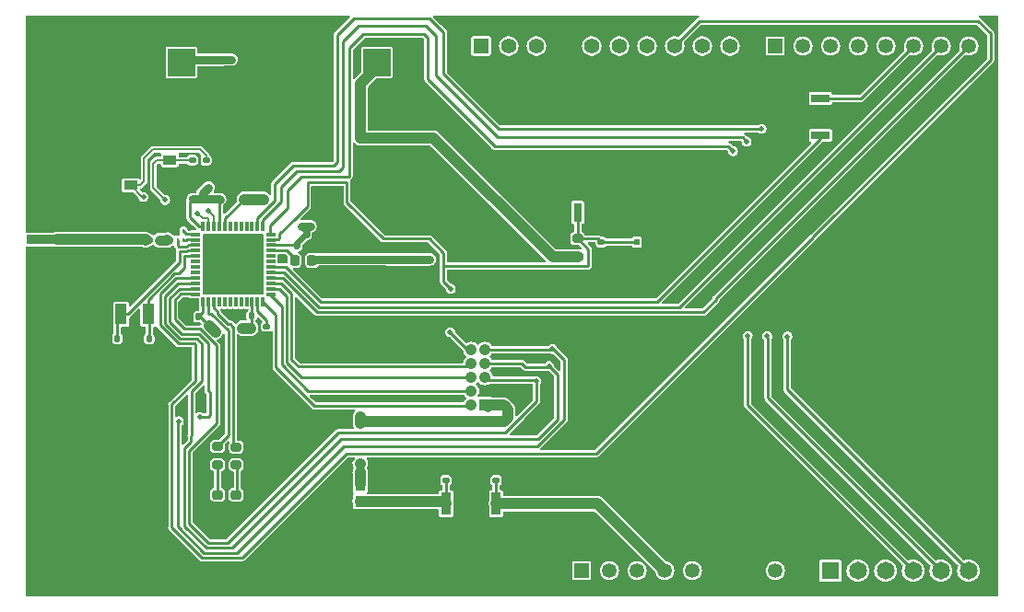
<source format=gbr>
%TF.GenerationSoftware,KiCad,Pcbnew,7.0.10*%
%TF.CreationDate,2024-05-16T11:59:50+01:00*%
%TF.ProjectId,RF_Race_Car,52465f52-6163-4655-9f43-61722e6b6963,rev?*%
%TF.SameCoordinates,Original*%
%TF.FileFunction,Copper,L1,Top*%
%TF.FilePolarity,Positive*%
%FSLAX46Y46*%
G04 Gerber Fmt 4.6, Leading zero omitted, Abs format (unit mm)*
G04 Created by KiCad (PCBNEW 7.0.10) date 2024-05-16 11:59:50*
%MOMM*%
%LPD*%
G01*
G04 APERTURE LIST*
G04 Aperture macros list*
%AMRoundRect*
0 Rectangle with rounded corners*
0 $1 Rounding radius*
0 $2 $3 $4 $5 $6 $7 $8 $9 X,Y pos of 4 corners*
0 Add a 4 corners polygon primitive as box body*
4,1,4,$2,$3,$4,$5,$6,$7,$8,$9,$2,$3,0*
0 Add four circle primitives for the rounded corners*
1,1,$1+$1,$2,$3*
1,1,$1+$1,$4,$5*
1,1,$1+$1,$6,$7*
1,1,$1+$1,$8,$9*
0 Add four rect primitives between the rounded corners*
20,1,$1+$1,$2,$3,$4,$5,0*
20,1,$1+$1,$4,$5,$6,$7,0*
20,1,$1+$1,$6,$7,$8,$9,0*
20,1,$1+$1,$8,$9,$2,$3,0*%
G04 Aperture macros list end*
%TA.AperFunction,SMDPad,CuDef*%
%ADD10RoundRect,0.140000X0.140000X0.170000X-0.140000X0.170000X-0.140000X-0.170000X0.140000X-0.170000X0*%
%TD*%
%TA.AperFunction,SMDPad,CuDef*%
%ADD11RoundRect,0.140000X-0.170000X0.140000X-0.170000X-0.140000X0.170000X-0.140000X0.170000X0.140000X0*%
%TD*%
%TA.AperFunction,SMDPad,CuDef*%
%ADD12RoundRect,0.200000X0.275000X-0.200000X0.275000X0.200000X-0.275000X0.200000X-0.275000X-0.200000X0*%
%TD*%
%TA.AperFunction,SMDPad,CuDef*%
%ADD13RoundRect,0.140000X0.170000X-0.140000X0.170000X0.140000X-0.170000X0.140000X-0.170000X-0.140000X0*%
%TD*%
%TA.AperFunction,SMDPad,CuDef*%
%ADD14RoundRect,0.200000X-0.275000X0.200000X-0.275000X-0.200000X0.275000X-0.200000X0.275000X0.200000X0*%
%TD*%
%TA.AperFunction,SMDPad,CuDef*%
%ADD15RoundRect,0.218750X-0.218750X-0.256250X0.218750X-0.256250X0.218750X0.256250X-0.218750X0.256250X0*%
%TD*%
%TA.AperFunction,ComponentPad*%
%ADD16R,1.350000X1.350000*%
%TD*%
%TA.AperFunction,ComponentPad*%
%ADD17C,1.350000*%
%TD*%
%TA.AperFunction,SMDPad,CuDef*%
%ADD18R,0.900000X0.300000*%
%TD*%
%TA.AperFunction,SMDPad,CuDef*%
%ADD19R,0.300000X0.900000*%
%TD*%
%TA.AperFunction,SMDPad,CuDef*%
%ADD20R,5.250000X5.250000*%
%TD*%
%TA.AperFunction,SMDPad,CuDef*%
%ADD21R,0.800000X1.700000*%
%TD*%
%TA.AperFunction,SMDPad,CuDef*%
%ADD22R,0.901600X2.066000*%
%TD*%
%TA.AperFunction,SMDPad,CuDef*%
%ADD23R,3.201599X2.066000*%
%TD*%
%TA.AperFunction,SMDPad,CuDef*%
%ADD24RoundRect,0.140000X-0.140000X-0.170000X0.140000X-0.170000X0.140000X0.170000X-0.140000X0.170000X0*%
%TD*%
%TA.AperFunction,SMDPad,CuDef*%
%ADD25R,2.500000X2.500000*%
%TD*%
%TA.AperFunction,ComponentPad*%
%ADD26R,1.398000X1.398000*%
%TD*%
%TA.AperFunction,ComponentPad*%
%ADD27C,1.398000*%
%TD*%
%TA.AperFunction,ComponentPad*%
%ADD28R,1.050000X1.050000*%
%TD*%
%TA.AperFunction,ComponentPad*%
%ADD29C,1.050000*%
%TD*%
%TA.AperFunction,SMDPad,CuDef*%
%ADD30R,0.970000X1.000000*%
%TD*%
%TA.AperFunction,SMDPad,CuDef*%
%ADD31R,1.700000X0.800000*%
%TD*%
%TA.AperFunction,SMDPad,CuDef*%
%ADD32R,2.600000X1.000000*%
%TD*%
%TA.AperFunction,SMDPad,CuDef*%
%ADD33R,3.300000X1.000000*%
%TD*%
%TA.AperFunction,SMDPad,CuDef*%
%ADD34R,1.000000X3.300000*%
%TD*%
%TA.AperFunction,SMDPad,CuDef*%
%ADD35R,1.000000X2.600000*%
%TD*%
%TA.AperFunction,SMDPad,CuDef*%
%ADD36RoundRect,0.218750X0.256250X-0.218750X0.256250X0.218750X-0.256250X0.218750X-0.256250X-0.218750X0*%
%TD*%
%TA.AperFunction,SMDPad,CuDef*%
%ADD37R,1.244600X0.889000*%
%TD*%
%TA.AperFunction,SMDPad,CuDef*%
%ADD38R,0.500000X0.600000*%
%TD*%
%TA.AperFunction,ComponentPad*%
%ADD39R,1.650000X1.650000*%
%TD*%
%TA.AperFunction,ComponentPad*%
%ADD40C,1.650000*%
%TD*%
%TA.AperFunction,SMDPad,CuDef*%
%ADD41R,5.600000X0.900000*%
%TD*%
%TA.AperFunction,SMDPad,CuDef*%
%ADD42R,5.600000X1.650000*%
%TD*%
%TA.AperFunction,SMDPad,CuDef*%
%ADD43R,1.100000X1.900000*%
%TD*%
%TA.AperFunction,SMDPad,CuDef*%
%ADD44R,0.254000X0.457200*%
%TD*%
%TA.AperFunction,ViaPad*%
%ADD45C,0.500000*%
%TD*%
%TA.AperFunction,Conductor*%
%ADD46C,0.250000*%
%TD*%
%TA.AperFunction,Conductor*%
%ADD47C,0.240000*%
%TD*%
%TA.AperFunction,Conductor*%
%ADD48C,0.750000*%
%TD*%
%TA.AperFunction,Conductor*%
%ADD49C,1.000000*%
%TD*%
%TA.AperFunction,Conductor*%
%ADD50C,0.600000*%
%TD*%
%TA.AperFunction,Conductor*%
%ADD51C,0.650000*%
%TD*%
%TA.AperFunction,Conductor*%
%ADD52C,0.200000*%
%TD*%
%TA.AperFunction,Conductor*%
%ADD53C,0.950000*%
%TD*%
%TA.AperFunction,Conductor*%
%ADD54C,0.500000*%
%TD*%
G04 APERTURE END LIST*
D10*
%TO.P,C4,1*%
%TO.N,/VDDS*%
X115930000Y-89700000D03*
%TO.P,C4,2*%
%TO.N,GND*%
X114970000Y-89700000D03*
%TD*%
D11*
%TO.P,C3,1*%
%TO.N,Net-(IC1-DCOUPL)*%
X122200000Y-90570000D03*
%TO.P,C3,2*%
%TO.N,GND*%
X122200000Y-91530000D03*
%TD*%
D12*
%TO.P,R1,1*%
%TO.N,/VDDS*%
X150747336Y-84153167D03*
%TO.P,R1,2*%
%TO.N,/RESET_N*%
X150747336Y-82503167D03*
%TD*%
D11*
%TO.P,C14,1*%
%TO.N,/X24M_P*%
X116620898Y-75272868D03*
%TO.P,C14,2*%
%TO.N,GND*%
X116620898Y-76232868D03*
%TD*%
D13*
%TO.P,C15,1*%
%TO.N,+3.3V*%
X143264252Y-104736943D03*
%TO.P,C15,2*%
%TO.N,GND*%
X143264252Y-103776943D03*
%TD*%
D14*
%TO.P,R3,1*%
%TO.N,/DIO_9*%
X119400000Y-101660000D03*
%TO.P,R3,2*%
%TO.N,Net-(D3-A)*%
X119400000Y-103310000D03*
%TD*%
D15*
%TO.P,L1,1,1*%
%TO.N,/DCDC_SW*%
X124772275Y-84490250D03*
%TO.P,L1,2,2*%
%TO.N,/VDDR*%
X126347275Y-84490250D03*
%TD*%
D16*
%TO.P,J5,1,1*%
%TO.N,unconnected-(J5-Pad1)*%
X168910000Y-64770000D03*
D17*
%TO.P,J5,2,2*%
%TO.N,unconnected-(J5-Pad2)*%
X171450000Y-64770000D03*
%TO.P,J5,3,3*%
%TO.N,unconnected-(J5-Pad3)*%
X173990000Y-64770000D03*
%TO.P,J5,4,4*%
%TO.N,unconnected-(J5-Pad4)*%
X176530000Y-64770000D03*
%TO.P,J5,5,5*%
%TO.N,unconnected-(J5-Pad5)*%
X179070000Y-64770000D03*
%TO.P,J5,6,6*%
%TO.N,/DIO_20_PB1*%
X181610000Y-64770000D03*
%TO.P,J5,7,7*%
%TO.N,/DIO_19*%
X184150000Y-64770000D03*
%TO.P,J5,8,8*%
%TO.N,/DIO_18*%
X186690000Y-64770000D03*
%TD*%
D18*
%TO.P,IC1,1,RF_P*%
%TO.N,/RF_P*%
X115650000Y-82100000D03*
%TO.P,IC1,2,RF_N*%
%TO.N,/RF_N*%
X115650000Y-82600000D03*
%TO.P,IC1,3,RX_TX*%
%TO.N,/RX_TX*%
X115650000Y-83100000D03*
%TO.P,IC1,4,X32K_Q1*%
%TO.N,/X32K_Q1*%
X115650000Y-83600000D03*
%TO.P,IC1,5,X32K_Q2*%
%TO.N,/X32K_Q2*%
X115650000Y-84100000D03*
%TO.P,IC1,6,DIO_1*%
%TO.N,unconnected-(IC1-DIO_1-Pad6)*%
X115650000Y-84600000D03*
%TO.P,IC1,7,DIO_2*%
%TO.N,unconnected-(IC1-DIO_2-Pad7)*%
X115650000Y-85100000D03*
%TO.P,IC1,8,DIO_3*%
%TO.N,unconnected-(IC1-DIO_3-Pad8)*%
X115650000Y-85600000D03*
%TO.P,IC1,9,DIO_4*%
%TO.N,/DIO_4_SPI_CS*%
X115650000Y-86100000D03*
%TO.P,IC1,10,DIO_5*%
%TO.N,/DIO_5_SPI_COPI*%
X115650000Y-86600000D03*
%TO.P,IC1,11,DIO_6*%
%TO.N,/DIO_6_SPI_CIPO*%
X115650000Y-87100000D03*
%TO.P,IC1,12,DIO_7*%
%TO.N,/DIO_7_SPI_SCK*%
X115650000Y-87600000D03*
D19*
%TO.P,IC1,13,VDDS2*%
%TO.N,/VDDS*%
X116350000Y-88300000D03*
%TO.P,IC1,14,DIO_8*%
%TO.N,/DIO_8*%
X116850000Y-88300000D03*
%TO.P,IC1,15,DIO_9*%
%TO.N,/DIO_9*%
X117350000Y-88300000D03*
%TO.P,IC1,16,DIO_10*%
%TO.N,unconnected-(IC1-DIO_10-Pad16)*%
X117850000Y-88300000D03*
%TO.P,IC1,17,DIO_11*%
%TO.N,unconnected-(IC1-DIO_11-Pad17)*%
X118350000Y-88300000D03*
%TO.P,IC1,18,DIO_12*%
%TO.N,unconnected-(IC1-DIO_12-Pad18)*%
X118850000Y-88300000D03*
%TO.P,IC1,19,DIO_13*%
%TO.N,unconnected-(IC1-DIO_13-Pad19)*%
X119350000Y-88300000D03*
%TO.P,IC1,20,DIO_14*%
%TO.N,unconnected-(IC1-DIO_14-Pad20)*%
X119850000Y-88300000D03*
%TO.P,IC1,21,DIO_15*%
%TO.N,unconnected-(IC1-DIO_15-Pad21)*%
X120350000Y-88300000D03*
%TO.P,IC1,22,VDDS3*%
%TO.N,/VDDS*%
X120850000Y-88300000D03*
%TO.P,IC1,23,DCOUPL*%
%TO.N,Net-(IC1-DCOUPL)*%
X121350000Y-88300000D03*
%TO.P,IC1,24,JTAG_TMSC*%
%TO.N,/JTAG_TMSC*%
X121850000Y-88300000D03*
D18*
%TO.P,IC1,25,JTAG_TCKC*%
%TO.N,/JTAG_TCKC*%
X122550000Y-87600000D03*
%TO.P,IC1,26,DIO_16*%
%TO.N,/DIO_16_JTAG_TDO*%
X122550000Y-87100000D03*
%TO.P,IC1,27,DIO_17*%
%TO.N,/DIO_17_JTAG_TDI*%
X122550000Y-86600000D03*
%TO.P,IC1,28,DIO_18*%
%TO.N,/DIO_18*%
X122550000Y-86100000D03*
%TO.P,IC1,29,DIO_19*%
%TO.N,/DIO_19*%
X122550000Y-85600000D03*
%TO.P,IC1,30,DIO_20*%
%TO.N,/DIO_20_PB*%
X122550000Y-85100000D03*
%TO.P,IC1,31,DIO_21*%
%TO.N,unconnected-(IC1-DIO_21-Pad31)*%
X122550000Y-84600000D03*
%TO.P,IC1,32,DIO_22*%
%TO.N,unconnected-(IC1-DIO_22-Pad32)*%
X122550000Y-84100000D03*
%TO.P,IC1,33,DCDC_SW*%
%TO.N,/DCDC_SW*%
X122550000Y-83600000D03*
%TO.P,IC1,34,VDDS_DCDC*%
%TO.N,/VDDS*%
X122550000Y-83100000D03*
%TO.P,IC1,35,RESET_N*%
%TO.N,/RESET_N*%
X122550000Y-82600000D03*
%TO.P,IC1,36,DIO_23*%
%TO.N,/DIO_23*%
X122550000Y-82100000D03*
D19*
%TO.P,IC1,37,DIO_24*%
%TO.N,/DIO_24*%
X121850000Y-81400000D03*
%TO.P,IC1,38,DIO_25*%
%TO.N,/DIO_25*%
X121350000Y-81400000D03*
%TO.P,IC1,39,DIO_26*%
%TO.N,unconnected-(IC1-DIO_26-Pad39)*%
X120850000Y-81400000D03*
%TO.P,IC1,40,DIO_27*%
%TO.N,unconnected-(IC1-DIO_27-Pad40)*%
X120350000Y-81400000D03*
%TO.P,IC1,41,DIO_28*%
%TO.N,unconnected-(IC1-DIO_28-Pad41)*%
X119850000Y-81400000D03*
%TO.P,IC1,42,DIO_29*%
%TO.N,unconnected-(IC1-DIO_29-Pad42)*%
X119350000Y-81400000D03*
%TO.P,IC1,43,DIO_30*%
%TO.N,unconnected-(IC1-DIO_30-Pad43)*%
X118850000Y-81400000D03*
%TO.P,IC1,44,VDDS*%
%TO.N,/VDDS*%
X118350000Y-81400000D03*
%TO.P,IC1,45,VDDR*%
%TO.N,/VDDR*%
X117850000Y-81400000D03*
%TO.P,IC1,46,X24M_N*%
%TO.N,/X24M_N*%
X117350000Y-81400000D03*
%TO.P,IC1,47,X24M_P*%
%TO.N,/X24M_P*%
X116850000Y-81400000D03*
%TO.P,IC1,48,VDDR_RF*%
%TO.N,/VDDR*%
X116350000Y-81400000D03*
D20*
%TO.P,IC1,49,THERMAL_PAD*%
%TO.N,GND*%
X119100000Y-84850000D03*
%TD*%
D13*
%TO.P,C10,1*%
%TO.N,/VDDR*%
X117900000Y-78880000D03*
%TO.P,C10,2*%
%TO.N,GND*%
X117900000Y-77920000D03*
%TD*%
D21*
%TO.P,S1,1*%
%TO.N,/RESET_N*%
X150752171Y-80080549D03*
%TO.P,S1,2*%
%TO.N,GND*%
X154152171Y-80080549D03*
%TD*%
D10*
%TO.P,C2,1*%
%TO.N,/X32K_Q2*%
X111400000Y-91700000D03*
%TO.P,C2,2*%
%TO.N,GND*%
X110440000Y-91700000D03*
%TD*%
D22*
%TO.P,U1,1,VIN*%
%TO.N,+3.3V*%
X143270000Y-106878400D03*
%TO.P,U1,2,GND*%
%TO.N,GND*%
X140970000Y-106878400D03*
%TO.P,U1,3,VOUT*%
%TO.N,+3.3V*%
X138670000Y-106878400D03*
D23*
%TO.P,U1,4,EPAD*%
%TO.N,GND*%
X140970000Y-113030000D03*
%TD*%
D24*
%TO.P,C8,1*%
%TO.N,Net-(C8-Pad1)*%
X111382165Y-82616583D03*
%TO.P,C8,2*%
%TO.N,Net-(U2-UNBALANCED_PORT)*%
X112342165Y-82616583D03*
%TD*%
D25*
%TO.P,TP1,1,1*%
%TO.N,/VDDS*%
X132300000Y-66300000D03*
%TD*%
D16*
%TO.P,J3,1,1*%
%TO.N,unconnected-(J3-Pad1)*%
X151130000Y-113030000D03*
D17*
%TO.P,J3,2,2*%
%TO.N,unconnected-(J3-Pad2)*%
X153670000Y-113030000D03*
%TO.P,J3,3,3*%
%TO.N,unconnected-(J3-Pad3)*%
X156210000Y-113030000D03*
%TO.P,J3,4,4*%
%TO.N,+3.3V*%
X158750000Y-113030000D03*
%TO.P,J3,5,5*%
%TO.N,unconnected-(J3-Pad5)*%
X161290000Y-113030000D03*
%TO.P,J3,6,6*%
%TO.N,GND*%
X163830000Y-113030000D03*
%TO.P,J3,7,7*%
X166370000Y-113030000D03*
%TO.P,J3,8,8*%
%TO.N,unconnected-(J3-Pad8)*%
X168910000Y-113030000D03*
%TD*%
D24*
%TO.P,C6,1*%
%TO.N,/VDDS*%
X124993153Y-83134516D03*
%TO.P,C6,2*%
%TO.N,GND*%
X125953153Y-83134516D03*
%TD*%
D13*
%TO.P,C7,1*%
%TO.N,/VDDS*%
X120150000Y-78860000D03*
%TO.P,C7,2*%
%TO.N,GND*%
X120150000Y-77900000D03*
%TD*%
D26*
%TO.P,J4,1,1*%
%TO.N,unconnected-(J4-Pad1)*%
X141888505Y-64770000D03*
D27*
%TO.P,J4,2,2*%
%TO.N,unconnected-(J4-Pad2)*%
X144428505Y-64770000D03*
%TO.P,J4,3,3*%
%TO.N,unconnected-(J4-Pad3)*%
X146968505Y-64770000D03*
%TO.P,J4,4,4*%
%TO.N,GND*%
X149508505Y-64770000D03*
%TO.P,J4,5,5*%
%TO.N,/DIO_7_SPI_SCK*%
X152048505Y-64770000D03*
%TO.P,J4,6,6*%
%TO.N,/DIO_6_SPI_CIPO*%
X154588505Y-64770000D03*
%TO.P,J4,7,7*%
%TO.N,/DIO_5_SPI_COPI*%
X157128505Y-64770000D03*
%TO.P,J4,8,8*%
%TO.N,/DIO_4_SPI_CS*%
X159668505Y-64770000D03*
%TO.P,J4,9,9*%
%TO.N,unconnected-(J4-Pad9)*%
X162208505Y-64770000D03*
%TO.P,J4,10,10*%
%TO.N,unconnected-(J4-Pad10)*%
X164748505Y-64770000D03*
%TD*%
D28*
%TO.P,J2,1,1*%
%TO.N,/VDDS*%
X142240000Y-97790000D03*
D29*
%TO.P,J2,2,2*%
%TO.N,/JTAG_TMSC*%
X140970000Y-97790000D03*
%TO.P,J2,3,3*%
%TO.N,GND*%
X142240000Y-96520000D03*
%TO.P,J2,4,4*%
%TO.N,/JTAG_TCKC*%
X140970000Y-96520000D03*
%TO.P,J2,5,5*%
%TO.N,/DIO_7_SPI_SCK*%
X142240000Y-95250000D03*
%TO.P,J2,6,6*%
%TO.N,/DIO_16_JTAG_TDO*%
X140970000Y-95250000D03*
%TO.P,J2,7,7*%
%TO.N,/DIO_5_SPI_COPI*%
X142240000Y-93980000D03*
%TO.P,J2,8,8*%
%TO.N,/DIO_17_JTAG_TDI*%
X140970000Y-93980000D03*
%TO.P,J2,9,9*%
%TO.N,/DIO_6_SPI_CIPO*%
X142240000Y-92710000D03*
%TO.P,J2,10,10*%
%TO.N,/RESET_N*%
X140970000Y-92710000D03*
%TD*%
D30*
%TO.P,FL1,1*%
%TO.N,+3.3V*%
X130770000Y-106665000D03*
%TO.P,FL1,2*%
%TO.N,/VDDS*%
X130770000Y-105195000D03*
%TD*%
D10*
%TO.P,C5,1*%
%TO.N,/VDDS*%
X120810000Y-89600000D03*
%TO.P,C5,2*%
%TO.N,GND*%
X119850000Y-89600000D03*
%TD*%
D25*
%TO.P,TP2,1,1*%
%TO.N,/VDDR*%
X114352326Y-66291166D03*
%TD*%
D31*
%TO.P,S2,1*%
%TO.N,/DIO_20_PB*%
X173066025Y-72990187D03*
%TO.P,S2,2*%
%TO.N,/DIO_20_PB1*%
X173066025Y-69590187D03*
%TD*%
D32*
%TO.P,,1*%
%TO.N,GND*%
X113750000Y-93100000D03*
%TO.P,,2*%
X121250000Y-93100000D03*
D33*
%TO.P,,3*%
X126600000Y-93100000D03*
D34*
%TO.P,,4*%
X127750000Y-91950000D03*
D35*
%TO.P,,5*%
X127750000Y-86600000D03*
%TO.P,,6*%
X127750000Y-79100000D03*
D34*
%TO.P,,7*%
X127750000Y-73750000D03*
D33*
%TO.P,,8*%
X126600000Y-72600000D03*
D32*
%TO.P,,9*%
X121250000Y-72600000D03*
%TO.P,,10*%
X113750000Y-72600000D03*
D33*
%TO.P,,11*%
X108400000Y-72600000D03*
D34*
%TO.P,,12*%
X107250000Y-73750000D03*
D35*
%TO.P,,13*%
X107250000Y-79100000D03*
%TO.P,,14*%
X107250000Y-86600000D03*
D34*
%TO.P,,15*%
X107250000Y-91950000D03*
D33*
%TO.P,,16*%
X108400000Y-93100000D03*
%TD*%
D13*
%TO.P,C11,1*%
%TO.N,/VDDR*%
X115400000Y-78860000D03*
%TO.P,C11,2*%
%TO.N,GND*%
X115400000Y-77900000D03*
%TD*%
D24*
%TO.P,C1,1*%
%TO.N,/X32K_Q1*%
X108476064Y-91672773D03*
%TO.P,C1,2*%
%TO.N,GND*%
X109436064Y-91672773D03*
%TD*%
D36*
%TO.P,D3,1,K*%
%TO.N,GND*%
X119380000Y-107650000D03*
%TO.P,D3,2,A*%
%TO.N,Net-(D3-A)*%
X119380000Y-106075000D03*
%TD*%
D37*
%TO.P,Y1,1,1*%
%TO.N,GND*%
X113291944Y-77572294D03*
%TO.P,Y1,2,2*%
%TO.N,/X24M_P*%
X109685144Y-77572294D03*
%TO.P,Y1,3,3*%
%TO.N,GND*%
X109685144Y-75272294D03*
%TO.P,Y1,4,4*%
%TO.N,/X24M_N*%
X113291944Y-75272294D03*
%TD*%
D11*
%TO.P,C13,1*%
%TO.N,/X24M_N*%
X115363319Y-75283093D03*
%TO.P,C13,2*%
%TO.N,GND*%
X115363319Y-76243093D03*
%TD*%
D13*
%TO.P,C9,1*%
%TO.N,/VDDR*%
X129850045Y-84362577D03*
%TO.P,C9,2*%
%TO.N,GND*%
X129850045Y-83402577D03*
%TD*%
D36*
%TO.P,D2,1,K*%
%TO.N,GND*%
X117692524Y-107644544D03*
%TO.P,D2,2,A*%
%TO.N,Net-(D2-A)*%
X117692524Y-106069544D03*
%TD*%
D38*
%TO.P,D1,1,1*%
%TO.N,/RESET_N*%
X156210000Y-82820000D03*
%TO.P,D1,2,2*%
%TO.N,GND*%
X156210000Y-83820000D03*
%TD*%
D39*
%TO.P,J7,01,01*%
%TO.N,unconnected-(J7-Pad01)*%
X173950000Y-113050000D03*
D40*
%TO.P,J7,02,02*%
%TO.N,unconnected-(J7-Pad02)*%
X176490000Y-113050000D03*
%TO.P,J7,03,03*%
%TO.N,unconnected-(J7-Pad03)*%
X179030000Y-113050000D03*
%TO.P,J7,04,04*%
%TO.N,/DIO_23*%
X181570000Y-113050000D03*
%TO.P,J7,05,05*%
%TO.N,/DIO_24*%
X184110000Y-113050000D03*
%TO.P,J7,06,06*%
%TO.N,/DIO_25*%
X186650000Y-113050000D03*
%TD*%
D41*
%TO.P,J1,1*%
%TO.N,Net-(C8-Pad1)*%
X102950000Y-82575000D03*
D42*
%TO.P,J1,2*%
%TO.N,GND*%
X102950000Y-86700000D03*
%TO.P,J1,3*%
X102950000Y-78450000D03*
%TD*%
D13*
%TO.P,C16,1*%
%TO.N,+3.3V*%
X138655444Y-104736943D03*
%TO.P,C16,2*%
%TO.N,GND*%
X138655444Y-103776943D03*
%TD*%
D43*
%TO.P,Y2,1*%
%TO.N,/X32K_Q1*%
X108825586Y-89455584D03*
%TO.P,Y2,2*%
%TO.N,/X32K_Q2*%
X111325586Y-89455584D03*
%TD*%
D44*
%TO.P,U2,1,UNBALANCED_PORT*%
%TO.N,Net-(U2-UNBALANCED_PORT)*%
X113524000Y-82648200D03*
%TO.P,U2,2,RX/TX*%
%TO.N,/RX_TX*%
X114032000Y-82648200D03*
%TO.P,U2,3,BALANCED_PORT_RF_N*%
%TO.N,/RF_N*%
X114540000Y-82648200D03*
%TO.P,U2,4,BALANCED_PORT_RF_P*%
%TO.N,/RF_P*%
X114540000Y-81810000D03*
%TO.P,U2,5,GND*%
%TO.N,GND*%
X114032000Y-81810000D03*
%TO.P,U2,6,GND*%
X113524000Y-81810000D03*
%TD*%
D11*
%TO.P,C12,1*%
%TO.N,/RESET_N*%
X152938726Y-82820159D03*
%TO.P,C12,2*%
%TO.N,GND*%
X152938726Y-83780159D03*
%TD*%
D14*
%TO.P,R2,1*%
%TO.N,/DIO_8*%
X117700948Y-101634031D03*
%TO.P,R2,2*%
%TO.N,Net-(D2-A)*%
X117700948Y-103284031D03*
%TD*%
D45*
%TO.N,GND*%
X119140000Y-84890000D03*
X110490000Y-111760000D03*
X175260000Y-96520000D03*
X121255956Y-91976035D03*
X175260000Y-85090000D03*
X104140000Y-97790000D03*
X125730000Y-109220000D03*
X185420000Y-100330000D03*
X143510000Y-68580000D03*
X107584017Y-84005205D03*
X105410000Y-88900000D03*
X105410000Y-105410000D03*
X101600000Y-63500000D03*
X116920000Y-82670000D03*
X139700000Y-78740000D03*
X132239380Y-83201330D03*
X119030000Y-82720000D03*
X106680000Y-101600000D03*
X187960000Y-77470000D03*
X116930000Y-84930000D03*
X101600000Y-64770000D03*
X142240000Y-82550000D03*
X120650000Y-69850000D03*
X124460000Y-68580000D03*
X113334841Y-76508371D03*
X153180000Y-68840000D03*
X146050000Y-91440000D03*
X158750000Y-102870000D03*
X172720000Y-95250000D03*
X104140000Y-67310000D03*
X101395449Y-92776131D03*
X157930000Y-67080000D03*
X100700990Y-80773161D03*
X119170000Y-87050000D03*
X126373279Y-86034105D03*
X156210000Y-71330000D03*
X161190000Y-70870000D03*
X175260000Y-67310000D03*
X176049747Y-103765654D03*
X168910000Y-70798146D03*
X102346612Y-80747843D03*
X125730000Y-69850000D03*
X148590000Y-77470000D03*
X172720000Y-91440000D03*
X101940716Y-76297322D03*
X123650000Y-84450000D03*
X175260000Y-105410000D03*
X104140000Y-113030000D03*
X151740000Y-68350000D03*
X153200000Y-67090000D03*
X105410000Y-69850000D03*
X146050000Y-86360000D03*
X158750000Y-99060000D03*
X101600000Y-100330000D03*
X139700000Y-81280000D03*
X106680000Y-66040000D03*
X101600000Y-95250000D03*
X140298189Y-73017418D03*
X128270000Y-106680000D03*
X139072431Y-97262250D03*
X116840000Y-87160000D03*
X121444188Y-98803293D03*
X187960000Y-73660000D03*
X157380000Y-107960000D03*
X111760000Y-69850000D03*
X181730000Y-105290000D03*
X115059343Y-88584913D03*
X166370000Y-102870000D03*
X187960000Y-81280000D03*
X109220000Y-67310000D03*
X102870000Y-88900000D03*
X173120000Y-107200000D03*
X135890000Y-69850000D03*
X136850000Y-114270000D03*
X140970000Y-104140000D03*
X161400000Y-67060000D03*
X111094913Y-100490944D03*
X146900000Y-105200000D03*
X105410000Y-73660000D03*
X150840000Y-66960000D03*
X155590000Y-67290000D03*
X181520000Y-109210000D03*
X119010000Y-108910000D03*
X145550000Y-114250000D03*
X110150000Y-114360000D03*
X121200000Y-84890000D03*
X100925976Y-90611339D03*
X124200000Y-114310000D03*
X104140000Y-92710000D03*
X146230000Y-80150000D03*
X101250000Y-110660000D03*
X121920000Y-63500000D03*
X187960000Y-85090000D03*
X121266760Y-100991650D03*
X134620000Y-77470000D03*
X163440000Y-86940000D03*
X101600000Y-106680000D03*
X117900000Y-109220000D03*
X163150000Y-67080000D03*
X178530000Y-108860000D03*
X167290000Y-96030000D03*
X188490000Y-68290000D03*
X166430000Y-69150000D03*
X152400000Y-99060000D03*
X134620000Y-91440000D03*
X120650000Y-74930000D03*
X167390000Y-93730000D03*
X150736203Y-101186527D03*
X145910000Y-96540000D03*
X129570000Y-114290000D03*
X163860000Y-83850000D03*
X168080000Y-108800000D03*
X147320000Y-114230000D03*
X163600000Y-77250000D03*
X149860000Y-105410000D03*
X172469819Y-80853170D03*
X167640000Y-73510000D03*
X144780000Y-76200000D03*
X101600000Y-68580000D03*
X140970000Y-86360000D03*
X154820000Y-96130000D03*
X131320000Y-114270000D03*
X155670000Y-97160000D03*
X104903654Y-84039087D03*
X164460000Y-110650000D03*
X136590000Y-103930000D03*
X121360000Y-87130000D03*
X146050000Y-69850000D03*
X121280000Y-82670000D03*
X162410000Y-80480000D03*
X172720000Y-87630000D03*
X161320000Y-101330000D03*
X156810000Y-104530000D03*
X169200299Y-96693666D03*
X112660000Y-107660000D03*
X116260000Y-114340000D03*
X174900000Y-108270000D03*
X145800000Y-97810000D03*
X120070000Y-113010000D03*
X134840000Y-114270000D03*
X168350000Y-110650000D03*
X128490000Y-111830000D03*
X169200000Y-80700000D03*
X105410000Y-63500000D03*
X118680000Y-104600000D03*
X157830000Y-94210000D03*
X186000000Y-108970000D03*
X133350000Y-107950000D03*
X118110000Y-63500000D03*
X147650000Y-93470000D03*
X164493003Y-68008449D03*
X154400000Y-97230000D03*
X154080000Y-75960000D03*
X120650000Y-96520000D03*
X144650000Y-105430000D03*
X170300000Y-110630000D03*
X167160000Y-76410000D03*
X125970000Y-114290000D03*
X109158264Y-84066940D03*
X162190000Y-78630000D03*
X168910000Y-105410000D03*
X118945416Y-89504984D03*
X176400000Y-76420000D03*
X177090000Y-110580000D03*
X113030000Y-95250000D03*
X136778461Y-111017881D03*
X116202698Y-77145673D03*
X117110000Y-67700000D03*
X144240000Y-94750000D03*
X101600000Y-88900000D03*
X104321358Y-80671892D03*
X109360000Y-80070000D03*
X155930000Y-101270000D03*
X170120000Y-67090000D03*
X150902023Y-109002429D03*
X114490000Y-114360000D03*
X162800000Y-106250000D03*
X107640000Y-81000000D03*
X115770000Y-73200000D03*
X150260000Y-69770000D03*
X156210000Y-75820000D03*
X133350000Y-69850000D03*
X160760000Y-110610000D03*
X133350000Y-86360000D03*
X155760000Y-107220000D03*
X160350000Y-91630000D03*
X175630000Y-88160000D03*
X149170000Y-110610000D03*
X156740000Y-109230000D03*
X103360000Y-84040000D03*
X165190000Y-88230000D03*
X101187360Y-98000931D03*
X107580000Y-108190000D03*
X134929536Y-97276585D03*
X101210000Y-103370000D03*
X101220000Y-114380000D03*
X124890000Y-98460000D03*
X187960000Y-91440000D03*
X108210000Y-114360000D03*
X121830000Y-104870000D03*
X161920000Y-95700000D03*
X127705557Y-99637272D03*
X116830000Y-71760000D03*
X136859674Y-107606957D03*
X181610000Y-93980000D03*
X162560000Y-99490000D03*
X124310000Y-100660000D03*
X155690000Y-69360000D03*
X146950000Y-99030000D03*
X113040000Y-62630000D03*
X154420000Y-110610000D03*
X114300000Y-78740000D03*
X116480000Y-68760000D03*
X164600000Y-85540000D03*
X101090000Y-73710000D03*
X166240000Y-99370000D03*
X105010000Y-109500000D03*
X164860000Y-93630000D03*
X125730000Y-63500000D03*
X136920583Y-105759374D03*
X100710000Y-84010000D03*
X153140000Y-96560000D03*
X159010000Y-110590000D03*
X108540000Y-85430000D03*
X178470000Y-74760000D03*
X155210000Y-87310000D03*
X172500000Y-75540000D03*
X188460000Y-98090000D03*
X182080000Y-76140000D03*
X171540000Y-101770000D03*
X145500000Y-93320000D03*
X175630000Y-92160000D03*
X153340000Y-105830000D03*
X123390000Y-101580000D03*
X159960000Y-93280000D03*
X104980000Y-76530000D03*
X122580000Y-76250000D03*
X162320000Y-104530000D03*
X150250000Y-74900000D03*
X101060000Y-66690000D03*
X123090000Y-70570000D03*
X134730000Y-112750000D03*
X109220000Y-105410000D03*
X140250000Y-90450000D03*
X147480000Y-81060000D03*
X188500000Y-103520000D03*
X114419997Y-98102640D03*
X109220000Y-63500000D03*
X129540000Y-86360000D03*
X116470000Y-102730000D03*
X107240000Y-97150000D03*
X124460000Y-113030000D03*
X101070000Y-71960000D03*
X120060000Y-67370000D03*
X138483923Y-112784252D03*
X145940000Y-94900000D03*
X159410000Y-80960000D03*
X134410000Y-79970000D03*
X125730000Y-91440000D03*
X155980000Y-81440000D03*
X105410000Y-95250000D03*
X145701090Y-108468161D03*
X142900000Y-91160000D03*
X141955756Y-104866036D03*
X111050000Y-85380000D03*
X140392416Y-114773957D03*
X132770000Y-91900000D03*
X120060000Y-77080000D03*
X152400000Y-91440000D03*
X143580000Y-112700000D03*
X185660000Y-72650000D03*
X116210000Y-96820000D03*
X153740000Y-102180000D03*
X161070000Y-92230000D03*
X161250000Y-77430000D03*
%TO.N,/DIO_7_SPI_SCK*%
X146950000Y-95600000D03*
%TO.N,/DIO_5_SPI_COPI*%
X148127164Y-94222836D03*
%TO.N,/DIO_6_SPI_CIPO*%
X116024994Y-98911445D03*
X148439401Y-92651581D03*
X114125306Y-99300000D03*
%TO.N,/VDDR*%
X118941786Y-66017607D03*
X118110000Y-66040000D03*
X137160000Y-84394307D03*
X116314950Y-78860000D03*
X116850000Y-77780000D03*
X136499997Y-84394307D03*
%TO.N,/RESET_N*%
X139100000Y-87100000D03*
X139050000Y-91100000D03*
%TO.N,/VDDS*%
X130811068Y-73256565D03*
X130780000Y-104009434D03*
X130810000Y-72390000D03*
X119983992Y-90734787D03*
X130780000Y-103210567D03*
X130806598Y-98883096D03*
X117464767Y-91085234D03*
X116889766Y-90510234D03*
X121250000Y-78950000D03*
X126204930Y-81364865D03*
X121950000Y-78950000D03*
X130819288Y-99542977D03*
X125398704Y-81364865D03*
X120779211Y-90692033D03*
%TO.N,/DIO_23*%
X166370000Y-91440000D03*
X165032976Y-74453933D03*
%TO.N,/DIO_24*%
X166272914Y-73549113D03*
X168178512Y-91471422D03*
%TO.N,/X24M_N*%
X112861393Y-78934363D03*
X116840000Y-79900000D03*
%TO.N,/X24M_P*%
X110870337Y-78652730D03*
X115831380Y-80181773D03*
%TO.N,/DIO_25*%
X170027403Y-91489372D03*
X167640000Y-72390000D03*
%TD*%
D46*
%TO.N,/X32K_Q1*%
X115666792Y-83590994D02*
X114909006Y-83590994D01*
X108476064Y-89805106D02*
X108825586Y-89455584D01*
X109431269Y-89455584D02*
X108825586Y-89455584D01*
X114909006Y-83590994D02*
X114850000Y-83650000D01*
X114850000Y-83650000D02*
X114200000Y-83650000D01*
X108834905Y-89464903D02*
X108825586Y-89455584D01*
X114200000Y-84686853D02*
X109431269Y-89455584D01*
X108476064Y-91672773D02*
X108476064Y-89805106D01*
X114200000Y-83650000D02*
X114200000Y-84686853D01*
%TO.N,GND*%
X109436064Y-91672773D02*
X110412773Y-91672773D01*
X115400000Y-77900000D02*
X115388510Y-77900000D01*
X110412773Y-91672773D02*
X110440000Y-91700000D01*
X116620898Y-76232868D02*
X115373544Y-76232868D01*
X122121678Y-91418322D02*
X122100000Y-91440000D01*
X119674583Y-89424583D02*
X119850000Y-89600000D01*
X115363319Y-76243093D02*
X115363319Y-77863319D01*
X117697980Y-107650000D02*
X117692524Y-107644544D01*
X115363319Y-77863319D02*
X115400000Y-77900000D01*
X114970000Y-89700000D02*
X115127803Y-89542197D01*
X115373544Y-76232868D02*
X115363319Y-76243093D01*
X122100000Y-91440000D02*
X122121678Y-91461678D01*
X152978567Y-83820000D02*
X152938726Y-83780159D01*
%TO.N,/X32K_Q2*%
X114129006Y-85700994D02*
X113737403Y-85700994D01*
X113737403Y-85700994D02*
X111325586Y-88112811D01*
X114650000Y-85180000D02*
X114129006Y-85700994D01*
X115045402Y-84090994D02*
X115036396Y-84100000D01*
X111682025Y-89812023D02*
X111325586Y-89455584D01*
X115036396Y-84100000D02*
X114650000Y-84100000D01*
X115666792Y-84090993D02*
X115357468Y-84090993D01*
X115631793Y-84090994D02*
X115045402Y-84090994D01*
X111400000Y-91700000D02*
X111400000Y-89529998D01*
X114650000Y-84100000D02*
X114650000Y-85180000D01*
X111325586Y-88112811D02*
X111325586Y-89455584D01*
X111400000Y-89529998D02*
X111325586Y-89455584D01*
%TO.N,Net-(D2-A)*%
X117700948Y-103284031D02*
X117700948Y-106061120D01*
X117700948Y-106061120D02*
X117692524Y-106069544D01*
%TO.N,/DIO_17_JTAG_TDI*%
X124482103Y-87561475D02*
X124482103Y-93652287D01*
X122550000Y-86600000D02*
X123502614Y-86600000D01*
X123502614Y-86600000D02*
X123511621Y-86590993D01*
X140674044Y-94275956D02*
X140970000Y-93980000D01*
X125105772Y-94275956D02*
X140674044Y-94275956D01*
X124482103Y-93652287D02*
X125105772Y-94275956D01*
X123511621Y-86590993D02*
X124482103Y-87561475D01*
%TO.N,Net-(D3-A)*%
X119490000Y-103505961D02*
X119490000Y-105965000D01*
X119490000Y-105965000D02*
X119380000Y-106075000D01*
X119375961Y-106070961D02*
X119380000Y-106075000D01*
%TO.N,/DIO_7_SPI_SCK*%
X146950000Y-95600000D02*
X146950000Y-97497717D01*
X144117717Y-100330000D02*
X128790000Y-100330000D01*
X114308135Y-87590994D02*
X115666792Y-87590994D01*
X116069375Y-90800000D02*
X114597492Y-90800000D01*
X117575000Y-99511200D02*
X117575000Y-92305625D01*
X113750000Y-88149129D02*
X114308135Y-87590994D01*
X142508123Y-95518123D02*
X142240000Y-95250000D01*
X113750000Y-89952508D02*
X113750000Y-88149129D01*
X146950000Y-95600000D02*
X146868123Y-95518123D01*
X118630000Y-110490000D02*
X116840000Y-110490000D01*
X128790000Y-100330000D02*
X118630000Y-110490000D01*
X116840000Y-110490000D02*
X115082124Y-108732124D01*
X146950000Y-97497717D02*
X144117717Y-100330000D01*
X114597492Y-90800000D02*
X113750000Y-89952508D01*
X115082124Y-108732124D02*
X115082124Y-102004076D01*
X115082124Y-102004076D02*
X117575000Y-99511200D01*
X117575000Y-92305625D02*
X116069375Y-90800000D01*
X146868123Y-95518123D02*
X142508123Y-95518123D01*
%TO.N,/DIO_5_SPI_COPI*%
X115781435Y-91700000D02*
X114184581Y-91700000D01*
X116617683Y-110940000D02*
X114632124Y-108954441D01*
X145975305Y-94300000D02*
X145655305Y-93980000D01*
X114184581Y-91700000D02*
X112830000Y-90345419D01*
X115250000Y-101199804D02*
X115250000Y-100650000D01*
X116250000Y-95618441D02*
X116250000Y-92168565D01*
X129043601Y-100896399D02*
X119000000Y-110940000D01*
X145655305Y-93980000D02*
X142240000Y-93980000D01*
X147169779Y-100896399D02*
X129043601Y-100896399D01*
X148127164Y-94222836D02*
X148933204Y-95028876D01*
X119000000Y-110940000D02*
X116617683Y-110940000D01*
X115300306Y-100599694D02*
X115300306Y-96568135D01*
X112830000Y-87796337D02*
X114035344Y-86590993D01*
X148933204Y-95028876D02*
X148933204Y-99132974D01*
X115300306Y-96568135D02*
X116250000Y-95618441D01*
X114632124Y-108954441D02*
X114632124Y-101817680D01*
X148933204Y-99132974D02*
X147169779Y-100896399D01*
X114035344Y-86590993D02*
X115666792Y-86590993D01*
X116250000Y-92168565D02*
X115781435Y-91700000D01*
X148050000Y-94300000D02*
X145975305Y-94300000D01*
X148127164Y-94222836D02*
X148050000Y-94300000D01*
X114632124Y-101817680D02*
X115250000Y-101199804D01*
X112830000Y-90345419D02*
X112830000Y-87796337D01*
X115250000Y-100650000D02*
X115300306Y-100599694D01*
%TO.N,/DIO_6_SPI_CIPO*%
X113300000Y-90179023D02*
X113300000Y-87962733D01*
X116800000Y-96474695D02*
X116800000Y-92082169D01*
X147084089Y-101600000D02*
X149505000Y-99179089D01*
X148609117Y-92710000D02*
X148497820Y-92710000D01*
X116800000Y-92082169D02*
X115967831Y-91250000D01*
X114045000Y-99380306D02*
X114045000Y-109003713D01*
X116431287Y-111390000D02*
X119480000Y-111390000D01*
X114125306Y-99300000D02*
X114045000Y-99380306D01*
X117025000Y-98688786D02*
X117025000Y-96699695D01*
X114370977Y-91250000D02*
X113300000Y-90179023D01*
X119480000Y-111390000D02*
X129270000Y-101600000D01*
X148497820Y-92710000D02*
X148439401Y-92651581D01*
X114171738Y-87090995D02*
X115666792Y-87090995D01*
X116802341Y-98911445D02*
X117025000Y-98688786D01*
X114045000Y-109003713D02*
X116431287Y-111390000D01*
X148380982Y-92710000D02*
X148439401Y-92651581D01*
X113300000Y-87962733D02*
X114171738Y-87090995D01*
X116024994Y-98911445D02*
X116802341Y-98911445D01*
X129270000Y-101600000D02*
X147084089Y-101600000D01*
X117025000Y-96699695D02*
X116800000Y-96474695D01*
X149505000Y-93605883D02*
X148609117Y-92710000D01*
X115967831Y-91250000D02*
X114370977Y-91250000D01*
X149505000Y-99179089D02*
X149505000Y-93605883D01*
X142240000Y-92710000D02*
X148380982Y-92710000D01*
%TO.N,/DIO_8*%
X116850000Y-89400000D02*
X117116654Y-89400000D01*
X117116654Y-89400000D02*
X118650000Y-90933346D01*
X118650000Y-100617165D02*
X117674057Y-101593108D01*
D47*
X116850000Y-88300000D02*
X116850000Y-89400000D01*
D46*
X118650000Y-90933346D02*
X118650000Y-100617165D01*
D48*
%TO.N,/VDDR*%
X133243124Y-84388333D02*
X126449192Y-84388333D01*
D46*
X116000000Y-81400000D02*
X116350000Y-81400000D01*
X115400000Y-78860000D02*
X115134589Y-79125411D01*
D48*
X116314950Y-78860000D02*
X117880000Y-78860000D01*
X114429079Y-66040000D02*
X114416888Y-66052191D01*
X136499997Y-84394307D02*
X133249098Y-84394307D01*
D46*
X115134589Y-79125411D02*
X115134589Y-80550305D01*
D48*
X137160000Y-84394307D02*
X137160000Y-84408017D01*
X116314950Y-78860000D02*
X115418460Y-78860000D01*
D46*
X115559284Y-80975000D02*
X115575000Y-80975000D01*
D48*
X118941786Y-66017607D02*
X118132393Y-66017607D01*
X136499997Y-84394307D02*
X137160000Y-84394307D01*
X116314950Y-78315050D02*
X116314950Y-78860000D01*
X115418460Y-78860000D02*
X115409230Y-78869230D01*
D46*
X115575000Y-80975000D02*
X116000000Y-81400000D01*
X117816793Y-78963207D02*
X117900000Y-78880000D01*
X126449192Y-84388333D02*
X126347275Y-84490250D01*
X116314950Y-78860000D02*
X115400000Y-78860000D01*
X117850000Y-81400000D02*
X117850000Y-78930000D01*
X115134589Y-80550305D02*
X115559284Y-80975000D01*
D48*
X116850000Y-77780000D02*
X116314950Y-78315050D01*
X137146290Y-84394307D02*
X137146290Y-84394307D01*
D46*
X118132393Y-66017607D02*
X118110000Y-66040000D01*
X117850000Y-78930000D02*
X117900000Y-78880000D01*
D48*
X133249098Y-84394307D02*
X133243124Y-84388333D01*
X118110000Y-66040000D02*
X114429079Y-66040000D01*
X117880000Y-78860000D02*
X117900000Y-78880000D01*
X137160000Y-84408017D02*
X137160000Y-84408017D01*
D46*
%TO.N,/DIO_9*%
X117650000Y-89200000D02*
X117650000Y-89381802D01*
X119060865Y-90574469D02*
X119100000Y-90574469D01*
X118618198Y-90350000D02*
X118836396Y-90350000D01*
X119100000Y-101360000D02*
X119400000Y-101660000D01*
X119100000Y-90574469D02*
X119100000Y-101360000D01*
X117650000Y-89381802D02*
X118618198Y-90350000D01*
X117350000Y-88300000D02*
X117350000Y-88900000D01*
X117350000Y-88900000D02*
X117650000Y-89200000D01*
X118836396Y-90350000D02*
X119060865Y-90574469D01*
%TO.N,/RESET_N*%
X129570240Y-77290000D02*
X129570240Y-79200240D01*
X122466794Y-82590993D02*
X122776120Y-82590993D01*
X122501793Y-82590994D02*
X123259006Y-82590994D01*
X150752171Y-82498332D02*
X150747336Y-82503167D01*
X137123835Y-82513835D02*
X138430000Y-83820000D01*
X152621734Y-82503167D02*
X152938726Y-82820159D01*
X138430000Y-85090000D02*
X138510000Y-85010000D01*
X138510000Y-85010000D02*
X151730000Y-85010000D01*
X125935834Y-77290000D02*
X129570240Y-77290000D01*
X152938726Y-82820159D02*
X156209841Y-82820159D01*
X151730000Y-85010000D02*
X151730000Y-83485831D01*
X138430000Y-85090000D02*
X138430000Y-86430000D01*
X138430000Y-83820000D02*
X138430000Y-85090000D01*
X156209841Y-82820159D02*
X156210000Y-82820000D01*
X124875338Y-80574662D02*
X124875338Y-80573382D01*
X124875338Y-80573382D02*
X125935834Y-79512886D01*
X140660000Y-92710000D02*
X140970000Y-92710000D01*
X132883835Y-82513835D02*
X137123835Y-82513835D01*
X138430000Y-86430000D02*
X139100000Y-87100000D01*
X129570240Y-79200240D02*
X132883835Y-82513835D01*
X123259006Y-82590994D02*
X123369906Y-82480094D01*
X123369906Y-82080094D02*
X124875338Y-80574662D01*
X150752171Y-80080549D02*
X150752171Y-82498332D01*
X150747336Y-82503167D02*
X152621734Y-82503167D01*
X139050000Y-91100000D02*
X140660000Y-92710000D01*
X151730000Y-83485831D02*
X150747336Y-82503167D01*
X123369906Y-82480094D02*
X123369906Y-82080094D01*
X125935834Y-79512886D02*
X125935834Y-77290000D01*
%TO.N,/RX_TX*%
X114850000Y-83200000D02*
X114105200Y-83200000D01*
X114105200Y-83200000D02*
X114032000Y-83126800D01*
X114032000Y-83126800D02*
X114032000Y-82648200D01*
X114869006Y-83200994D02*
X114850994Y-83200994D01*
X114850994Y-83200994D02*
X114850000Y-83200000D01*
X115631793Y-83090994D02*
X114979006Y-83090994D01*
X114979006Y-83090994D02*
X114869006Y-83200994D01*
%TO.N,/JTAG_TMSC*%
X123050000Y-94359851D02*
X126597487Y-97907338D01*
X121850000Y-88300000D02*
X123050000Y-89500000D01*
X123050000Y-89500000D02*
X123050000Y-94359851D01*
X140852662Y-97907338D02*
X140970000Y-97790000D01*
X126597487Y-97907338D02*
X140852662Y-97907338D01*
%TO.N,/JTAG_TCKC*%
X122466794Y-87616794D02*
X123578888Y-88728888D01*
X122466794Y-87590994D02*
X122466794Y-87616794D01*
X125995893Y-96520000D02*
X140970000Y-96520000D01*
X123578888Y-94102995D02*
X125995893Y-96520000D01*
X123578888Y-88728888D02*
X123578888Y-94102995D01*
%TO.N,/DIO_16_JTAG_TDO*%
X124032103Y-87782103D02*
X124032103Y-93901964D01*
X122466794Y-87090995D02*
X123340995Y-87090995D01*
X124032103Y-93901964D02*
X125380139Y-95250000D01*
X125380139Y-95250000D02*
X140970000Y-95250000D01*
X123340995Y-87090995D02*
X124032103Y-87782103D01*
%TO.N,/VDDS*%
X130819288Y-99542977D02*
X131017470Y-99344795D01*
X116350000Y-89280000D02*
X115930000Y-89700000D01*
D49*
X143921392Y-97790000D02*
X142240000Y-97790000D01*
X130780000Y-104009434D02*
X130808040Y-103978725D01*
X121893431Y-78950000D02*
X121921715Y-78921715D01*
X130808040Y-103978725D02*
X130808040Y-103950685D01*
X119983992Y-90734787D02*
X120736457Y-90734787D01*
D46*
X150454169Y-83860000D02*
X150747336Y-84153167D01*
D49*
X121880000Y-78880000D02*
X120150000Y-78880000D01*
X130808040Y-103182527D02*
X130780000Y-103210567D01*
X130780000Y-105100000D02*
X130780000Y-104009434D01*
X130806598Y-98883096D02*
X130806598Y-99530287D01*
D46*
X120810000Y-90661244D02*
X120779211Y-90692033D01*
D50*
X125398704Y-81364865D02*
X125850000Y-81816161D01*
D49*
X144054352Y-97922960D02*
X144346295Y-98214903D01*
X130810000Y-72390000D02*
X130810000Y-73255497D01*
D46*
X120736457Y-90734787D02*
X120779211Y-90692033D01*
D48*
X126204930Y-81364865D02*
X125398704Y-81364865D01*
D46*
X115930000Y-89700000D02*
X116079533Y-89700000D01*
D50*
X124973153Y-82895540D02*
X124973153Y-83134516D01*
D46*
X116079533Y-89700000D02*
X116889767Y-90510234D01*
D49*
X144346295Y-98214903D02*
X144346295Y-99019549D01*
D50*
X125850000Y-82150000D02*
X125718693Y-82150000D01*
D49*
X131017470Y-99344795D02*
X144021049Y-99344795D01*
D46*
X118350000Y-80650000D02*
X120120000Y-78880000D01*
X117464767Y-91085234D02*
X116079533Y-89700000D01*
D50*
X125850000Y-81816161D02*
X125850000Y-82150000D01*
D48*
X116889766Y-90510234D02*
X116889767Y-90510234D01*
D50*
X125718693Y-82150000D02*
X124973153Y-82895540D01*
D49*
X148458613Y-84185607D02*
X148491053Y-84153167D01*
D46*
X130806598Y-99530287D02*
X130819288Y-99542977D01*
X144054352Y-97922960D02*
X143921392Y-97790000D01*
D49*
X130810000Y-68235333D02*
X132794199Y-66251134D01*
D46*
X118350000Y-81400000D02*
X118350000Y-80650000D01*
X120850000Y-89560000D02*
X120810000Y-89600000D01*
X122466794Y-83090992D02*
X124949629Y-83090992D01*
D49*
X116889767Y-90510234D02*
X117464767Y-91085234D01*
X144021049Y-99344795D02*
X144346295Y-99019549D01*
X148491053Y-84153167D02*
X150747336Y-84153167D01*
X121250000Y-78950000D02*
X121893431Y-78950000D01*
D48*
X142465954Y-98015954D02*
X142240000Y-97790000D01*
D49*
X130811068Y-73256565D02*
X137529571Y-73256565D01*
X130810000Y-72390000D02*
X130810000Y-68235333D01*
D46*
X116350000Y-88300000D02*
X116350000Y-89280000D01*
D49*
X121921715Y-78921715D02*
X121880000Y-78880000D01*
D46*
X124949629Y-83090992D02*
X124993153Y-83134516D01*
X120810000Y-89600000D02*
X120810000Y-90661244D01*
X120120000Y-78880000D02*
X120150000Y-78880000D01*
D49*
X137529571Y-73256565D02*
X148458613Y-84185607D01*
D46*
X130810000Y-73255497D02*
X130811068Y-73256565D01*
X120850000Y-88300000D02*
X120850000Y-89560000D01*
%TO.N,+3.3V*%
X143264252Y-106872652D02*
X143270000Y-106878400D01*
D49*
X130770000Y-106665000D02*
X130785000Y-106680000D01*
X132456957Y-106696957D02*
X138488557Y-106696957D01*
X152598400Y-106878400D02*
X158750000Y-113030000D01*
X138488557Y-106696957D02*
X138670000Y-106878400D01*
D46*
X143264252Y-104736943D02*
X143264252Y-106872652D01*
D49*
X130785000Y-106680000D02*
X132440000Y-106680000D01*
X132440000Y-106680000D02*
X132456957Y-106696957D01*
D46*
X138655444Y-106863844D02*
X138670000Y-106878400D01*
X138655444Y-104736943D02*
X138655444Y-106863844D01*
D49*
X143270000Y-106878400D02*
X152598400Y-106878400D01*
D46*
%TO.N,/DIO_23*%
X137002861Y-64032861D02*
X136630383Y-63660383D01*
X131079906Y-63660383D02*
X129757934Y-64982355D01*
X166370000Y-97790000D02*
X166370000Y-91440000D01*
X181610000Y-113030000D02*
X166370000Y-97790000D01*
X124100000Y-78088311D02*
X124100000Y-79650000D01*
X143150000Y-74010000D02*
X137002861Y-67862861D01*
X137002861Y-67862861D02*
X137002861Y-64032861D01*
X164589043Y-74010000D02*
X143150000Y-74010000D01*
X124100000Y-79650000D02*
X122466794Y-81283206D01*
X129683048Y-76840000D02*
X125348311Y-76840000D01*
X129757934Y-64982355D02*
X129757934Y-76765114D01*
X125348311Y-76840000D02*
X124100000Y-78088311D01*
X165032976Y-74453933D02*
X164589043Y-74010000D01*
X129757934Y-76765114D02*
X129683048Y-76840000D01*
X136630383Y-63660383D02*
X131079906Y-63660383D01*
X122466794Y-81283206D02*
X122466794Y-82090994D01*
%TO.N,/DIO_24*%
X129166166Y-75985514D02*
X128881680Y-76270000D01*
X123492205Y-77757795D02*
X123492205Y-79107795D01*
X137715852Y-67505852D02*
X137715852Y-63811921D01*
X168178512Y-91657414D02*
X168178512Y-91471422D01*
X184150000Y-113030000D02*
X168226310Y-97106310D01*
X121850000Y-80750000D02*
X121850000Y-81400000D01*
X124980000Y-76270000D02*
X123492205Y-77757795D01*
X137715852Y-63811921D02*
X136795397Y-62891466D01*
X123492205Y-79107795D02*
X121850000Y-80750000D01*
X130659029Y-62891466D02*
X129166166Y-64384329D01*
X166272914Y-73549113D02*
X165897831Y-73174030D01*
X168226310Y-91609616D02*
X168178512Y-91657414D01*
X143384030Y-73174030D02*
X137715852Y-67505852D01*
X168226310Y-97106310D02*
X168226310Y-91609616D01*
X136795397Y-62891466D02*
X130659029Y-62891466D01*
X128881680Y-76270000D02*
X124980000Y-76270000D01*
X165897831Y-73174030D02*
X143384030Y-73174030D01*
X129166166Y-64384329D02*
X129166166Y-75985514D01*
%TO.N,Net-(C8-Pad1)*%
X103154945Y-82610000D02*
X103136663Y-82591718D01*
D51*
X111382165Y-82616583D02*
X111084573Y-82616583D01*
D49*
X111042990Y-82575000D02*
X102950000Y-82575000D01*
D46*
X111084573Y-82616583D02*
X111083231Y-82615241D01*
D49*
X111083231Y-82615241D02*
X111042990Y-82575000D01*
D46*
X103372564Y-82607171D02*
X103363806Y-82615929D01*
D52*
%TO.N,/X24M_N*%
X111760000Y-77832970D02*
X111760000Y-75582910D01*
X112861393Y-78934363D02*
X111760000Y-77832970D01*
X113302743Y-75283093D02*
X113291944Y-75272294D01*
X112081343Y-75261567D02*
X112092070Y-75272294D01*
X117350000Y-80410000D02*
X117350000Y-81400000D01*
X115363319Y-75283093D02*
X113302743Y-75283093D01*
X111760000Y-75582910D02*
X112081343Y-75261567D01*
X112092070Y-75272294D02*
X113291944Y-75272294D01*
X116840000Y-79900000D02*
X117350000Y-80410000D01*
%TO.N,/X24M_P*%
X110568210Y-77572294D02*
X109685144Y-77572294D01*
X116816792Y-80666792D02*
X116816792Y-81440993D01*
X116299607Y-80650000D02*
X116800000Y-80650000D01*
X115831380Y-80181773D02*
X116299607Y-80650000D01*
X111764392Y-74300490D02*
X110926006Y-75138876D01*
X110578382Y-77582466D02*
X110568210Y-77572294D01*
X116620898Y-74832149D02*
X116089239Y-74300490D01*
X116620898Y-75272868D02*
X116620898Y-74832149D01*
X116089239Y-74300490D02*
X111764392Y-74300490D01*
X110870337Y-78652730D02*
X110765580Y-78652730D01*
X110926006Y-77234842D02*
X110578382Y-77582466D01*
X110926006Y-75138876D02*
X110926006Y-77234842D01*
X110765580Y-78652730D02*
X109685144Y-77572294D01*
X116800000Y-80650000D02*
X116816792Y-80666792D01*
D49*
%TO.N,Net-(U2-UNBALANCED_PORT)*%
X113042973Y-82616583D02*
X113052165Y-82625775D01*
D53*
X112342165Y-82616583D02*
X113042973Y-82616583D01*
D48*
X113052165Y-82625775D02*
X113200000Y-82625775D01*
D54*
X113386165Y-82625775D02*
X113052165Y-82625775D01*
D46*
%TO.N,/DIO_25*%
X128368076Y-75780000D02*
X128664364Y-75483712D01*
X122950000Y-78975305D02*
X122950000Y-77450000D01*
X138430000Y-63500000D02*
X138430000Y-67310000D01*
X121350000Y-80575305D02*
X122950000Y-78975305D01*
X138430000Y-67310000D02*
X143510000Y-72390000D01*
X128664364Y-75483712D02*
X128664364Y-63752628D01*
X137160000Y-62230000D02*
X138430000Y-63500000D01*
X143510000Y-72390000D02*
X167640000Y-72390000D01*
X128664364Y-63752628D02*
X130186992Y-62230000D01*
X130186992Y-62230000D02*
X137160000Y-62230000D01*
X170027403Y-91489372D02*
X169990712Y-91526063D01*
X121350000Y-81400000D02*
X121350000Y-80575305D01*
X122950000Y-77450000D02*
X124620000Y-75780000D01*
X169990712Y-91526063D02*
X169990712Y-96330712D01*
X169990712Y-96330712D02*
X186690000Y-113030000D01*
X124620000Y-75780000D02*
X128368076Y-75780000D01*
%TO.N,/DCDC_SW*%
X124050994Y-83590994D02*
X124772275Y-84312275D01*
X122501793Y-83590994D02*
X124050994Y-83590994D01*
X124772275Y-84312275D02*
X124772275Y-84490250D01*
D52*
%TO.N,/RF_P*%
X114505659Y-81810000D02*
X114503859Y-81811800D01*
D46*
X114820994Y-82090994D02*
X115666792Y-82090994D01*
D52*
X114540000Y-81810000D02*
X114505659Y-81810000D01*
D46*
X114540000Y-81810000D02*
X114820994Y-82090994D01*
%TO.N,/RF_N*%
X114540000Y-82648200D02*
X114789193Y-82648200D01*
D52*
X114789193Y-82648200D02*
X114790993Y-82650000D01*
D46*
X114850000Y-82590993D02*
X114790993Y-82650000D01*
X115666792Y-82590993D02*
X114850000Y-82590993D01*
%TO.N,/DIO_4_SPI_CS*%
X115595039Y-92150000D02*
X114083038Y-92150000D01*
X172400000Y-82338270D02*
X172400000Y-82380000D01*
X115650000Y-92204961D02*
X115595039Y-92150000D01*
X116244891Y-111840000D02*
X113475000Y-109070109D01*
X113890777Y-86099164D02*
X115338626Y-86099164D01*
X113475000Y-97751371D02*
X115650000Y-95576371D01*
X129523784Y-102266216D02*
X119950000Y-111840000D01*
X172400000Y-82380000D02*
X172358270Y-82380000D01*
X112400000Y-87589941D02*
X113890777Y-86099164D01*
X113475000Y-109070109D02*
X113475000Y-97751371D01*
X161959975Y-62478530D02*
X187542444Y-62478530D01*
X152472054Y-102266216D02*
X129523784Y-102266216D01*
X112400000Y-90466962D02*
X112400000Y-87589941D01*
X159668505Y-64770000D02*
X161959975Y-62478530D01*
X172358270Y-82380000D02*
X152472054Y-102266216D01*
X114083038Y-92150000D02*
X112400000Y-90466962D01*
X188694342Y-66043928D02*
X172400000Y-82338270D01*
X187542444Y-62478530D02*
X188694342Y-63630428D01*
X115650000Y-95576371D02*
X115650000Y-92204961D01*
X119950000Y-111840000D02*
X116244891Y-111840000D01*
X188694342Y-63630428D02*
X188694342Y-66043928D01*
%TO.N,Net-(IC1-DCOUPL)*%
X121350000Y-88300000D02*
X121350000Y-89168510D01*
X121350000Y-89168510D02*
X122200000Y-90018510D01*
X122200000Y-90018510D02*
X122200000Y-90570000D01*
%TO.N,unconnected-(IC1-DIO_2-Pad7)*%
X115666792Y-85090994D02*
X115661792Y-85095994D01*
%TO.N,/DIO_18*%
X122550000Y-86100000D02*
X123657024Y-86100000D01*
X162335816Y-89264184D02*
X163450000Y-88150000D01*
X186690000Y-64770000D02*
X186690000Y-65004296D01*
X163450000Y-88150000D02*
X163450000Y-88010000D01*
X163450000Y-88010000D02*
X186690000Y-64770000D01*
X123657024Y-86100000D02*
X126821208Y-89264184D01*
X126821208Y-89264184D02*
X162335816Y-89264184D01*
%TO.N,/DIO_19*%
X160105816Y-88814184D02*
X184150000Y-64770000D01*
X122466794Y-85590992D02*
X123784412Y-85590992D01*
X123784412Y-85590992D02*
X127007604Y-88814184D01*
X127007604Y-88814184D02*
X160105816Y-88814184D01*
%TO.N,/DIO_20_PB*%
X123920810Y-85090994D02*
X127129816Y-88300000D01*
X173066025Y-73313975D02*
X173066025Y-72990187D01*
X122466794Y-85090994D02*
X123920810Y-85090994D01*
X127129816Y-88300000D02*
X158080000Y-88300000D01*
X158080000Y-88300000D02*
X173066025Y-73313975D01*
%TO.N,/DIO_20_PB1*%
X176789813Y-69590187D02*
X173066025Y-69590187D01*
X181610000Y-64770000D02*
X176789813Y-69590187D01*
%TD*%
%TA.AperFunction,Conductor*%
%TO.N,GND*%
G36*
X189388690Y-61989510D02*
G01*
X189424654Y-62039010D01*
X189429499Y-62069603D01*
X189429499Y-115280603D01*
X189410592Y-115338794D01*
X189361092Y-115374758D01*
X189330499Y-115379603D01*
X100159499Y-115379603D01*
X100101308Y-115360696D01*
X100065344Y-115311196D01*
X100060499Y-115280603D01*
X100060499Y-113724746D01*
X150254500Y-113724746D01*
X150254501Y-113724758D01*
X150266132Y-113783227D01*
X150266134Y-113783233D01*
X150272249Y-113792384D01*
X150310448Y-113849552D01*
X150376769Y-113893867D01*
X150421231Y-113902711D01*
X150435241Y-113905498D01*
X150435246Y-113905498D01*
X150435252Y-113905500D01*
X150435253Y-113905500D01*
X151824747Y-113905500D01*
X151824748Y-113905500D01*
X151883231Y-113893867D01*
X151949552Y-113849552D01*
X151993867Y-113783231D01*
X152005500Y-113724748D01*
X152005500Y-113030000D01*
X152789678Y-113030000D01*
X152808916Y-113213034D01*
X152865784Y-113388054D01*
X152865790Y-113388068D01*
X152898283Y-113444346D01*
X152957805Y-113547440D01*
X153080950Y-113684207D01*
X153229839Y-113792381D01*
X153229843Y-113792383D01*
X153229845Y-113792384D01*
X153285485Y-113817156D01*
X153397966Y-113867236D01*
X153577981Y-113905500D01*
X153577983Y-113905500D01*
X153762017Y-113905500D01*
X153762019Y-113905500D01*
X153942034Y-113867236D01*
X154110161Y-113792381D01*
X154259050Y-113684207D01*
X154382195Y-113547440D01*
X154474214Y-113388059D01*
X154531085Y-113213029D01*
X154550322Y-113030000D01*
X155329678Y-113030000D01*
X155348916Y-113213034D01*
X155405784Y-113388054D01*
X155405790Y-113388068D01*
X155438283Y-113444346D01*
X155497805Y-113547440D01*
X155620950Y-113684207D01*
X155769839Y-113792381D01*
X155769843Y-113792383D01*
X155769845Y-113792384D01*
X155825485Y-113817156D01*
X155937966Y-113867236D01*
X156117981Y-113905500D01*
X156117983Y-113905500D01*
X156302017Y-113905500D01*
X156302019Y-113905500D01*
X156482034Y-113867236D01*
X156650161Y-113792381D01*
X156799050Y-113684207D01*
X156922195Y-113547440D01*
X157014214Y-113388059D01*
X157071085Y-113213029D01*
X157090322Y-113030000D01*
X157071085Y-112846971D01*
X157014214Y-112671941D01*
X157014211Y-112671936D01*
X157014209Y-112671931D01*
X156947109Y-112555713D01*
X156922195Y-112512560D01*
X156799050Y-112375793D01*
X156650161Y-112267619D01*
X156650157Y-112267617D01*
X156650154Y-112267615D01*
X156482036Y-112192765D01*
X156482034Y-112192764D01*
X156482031Y-112192763D01*
X156482030Y-112192763D01*
X156435135Y-112182795D01*
X156302019Y-112154500D01*
X156117981Y-112154500D01*
X156020797Y-112175157D01*
X155937969Y-112192763D01*
X155937963Y-112192765D01*
X155769845Y-112267615D01*
X155769842Y-112267617D01*
X155620948Y-112375794D01*
X155497803Y-112512562D01*
X155497803Y-112512563D01*
X155405790Y-112671931D01*
X155405784Y-112671945D01*
X155348916Y-112846965D01*
X155348915Y-112846969D01*
X155348915Y-112846971D01*
X155348705Y-112848971D01*
X155329678Y-113030000D01*
X154550322Y-113030000D01*
X154531085Y-112846971D01*
X154474214Y-112671941D01*
X154474211Y-112671936D01*
X154474209Y-112671931D01*
X154407109Y-112555713D01*
X154382195Y-112512560D01*
X154259050Y-112375793D01*
X154110161Y-112267619D01*
X154110157Y-112267617D01*
X154110154Y-112267615D01*
X153942036Y-112192765D01*
X153942034Y-112192764D01*
X153942031Y-112192763D01*
X153942030Y-112192763D01*
X153895135Y-112182795D01*
X153762019Y-112154500D01*
X153577981Y-112154500D01*
X153480797Y-112175157D01*
X153397969Y-112192763D01*
X153397963Y-112192765D01*
X153229845Y-112267615D01*
X153229842Y-112267617D01*
X153080948Y-112375794D01*
X152957803Y-112512562D01*
X152957803Y-112512563D01*
X152865790Y-112671931D01*
X152865784Y-112671945D01*
X152808916Y-112846965D01*
X152808915Y-112846969D01*
X152808915Y-112846971D01*
X152808705Y-112848971D01*
X152789678Y-113030000D01*
X152005500Y-113030000D01*
X152005500Y-112335252D01*
X151993867Y-112276769D01*
X151949552Y-112210448D01*
X151949548Y-112210445D01*
X151883233Y-112166134D01*
X151883231Y-112166133D01*
X151883228Y-112166132D01*
X151883227Y-112166132D01*
X151824758Y-112154501D01*
X151824748Y-112154500D01*
X150435252Y-112154500D01*
X150435251Y-112154500D01*
X150435241Y-112154501D01*
X150376772Y-112166132D01*
X150376766Y-112166134D01*
X150310451Y-112210445D01*
X150310445Y-112210451D01*
X150266134Y-112276766D01*
X150266132Y-112276772D01*
X150254501Y-112335241D01*
X150254500Y-112335253D01*
X150254500Y-113724746D01*
X100060499Y-113724746D01*
X100060499Y-83324500D01*
X100079406Y-83266309D01*
X100128906Y-83230345D01*
X100159499Y-83225500D01*
X102671646Y-83225500D01*
X102706751Y-83231933D01*
X102720170Y-83237021D01*
X102781128Y-83260140D01*
X102885301Y-83272789D01*
X102907618Y-83275499D01*
X102907622Y-83275499D01*
X102907628Y-83275500D01*
X110822196Y-83275500D01*
X110862826Y-83284221D01*
X110873299Y-83288935D01*
X111040625Y-83319598D01*
X111210427Y-83309327D01*
X111372837Y-83258719D01*
X111518415Y-83170713D01*
X111538278Y-83150849D01*
X111592790Y-83123071D01*
X111595303Y-83122706D01*
X111611652Y-83120555D01*
X111720481Y-83069807D01*
X111720487Y-83069800D01*
X111722663Y-83068278D01*
X111725853Y-83067302D01*
X111728331Y-83066147D01*
X111728493Y-83066495D01*
X111781174Y-83050385D01*
X111839027Y-83070301D01*
X111853551Y-83083716D01*
X111890936Y-83125915D01*
X111890937Y-83125916D01*
X111955837Y-83170713D01*
X112025939Y-83219101D01*
X112179320Y-83277271D01*
X112221642Y-83282409D01*
X112301296Y-83292082D01*
X112301303Y-83292082D01*
X112301308Y-83292083D01*
X112804570Y-83292083D01*
X112836147Y-83298861D01*
X112836514Y-83297687D01*
X112842226Y-83299465D01*
X112842233Y-83299469D01*
X113009559Y-83330132D01*
X113179360Y-83319861D01*
X113261934Y-83294130D01*
X113341765Y-83269254D01*
X113341766Y-83269253D01*
X113341771Y-83269252D01*
X113487349Y-83181247D01*
X113541389Y-83127206D01*
X113595903Y-83099430D01*
X113656335Y-83109001D01*
X113699600Y-83152265D01*
X113707017Y-83171587D01*
X113712475Y-83191956D01*
X113712795Y-83193148D01*
X113714664Y-83201579D01*
X113721411Y-83239845D01*
X113722164Y-83241148D01*
X113732054Y-83265024D01*
X113732443Y-83266479D01*
X113732447Y-83266487D01*
X113754732Y-83298314D01*
X113759370Y-83305594D01*
X113778802Y-83339250D01*
X113778807Y-83339256D01*
X113808580Y-83364240D01*
X113814945Y-83370072D01*
X113861933Y-83417059D01*
X113867769Y-83423428D01*
X113874944Y-83431979D01*
X113897864Y-83488709D01*
X113892136Y-83529471D01*
X113889412Y-83536955D01*
X113885895Y-83556901D01*
X113881429Y-83573567D01*
X113874500Y-83592604D01*
X113874500Y-84511019D01*
X113855593Y-84569210D01*
X113845504Y-84581023D01*
X109745090Y-88681437D01*
X109690573Y-88709214D01*
X109630141Y-88699643D01*
X109586876Y-88656378D01*
X109576086Y-88611433D01*
X109576086Y-88485837D01*
X109576084Y-88485825D01*
X109570885Y-88459688D01*
X109564453Y-88427353D01*
X109520138Y-88361032D01*
X109520134Y-88361029D01*
X109453819Y-88316718D01*
X109453817Y-88316717D01*
X109453814Y-88316716D01*
X109453813Y-88316716D01*
X109395344Y-88305085D01*
X109395334Y-88305084D01*
X108255838Y-88305084D01*
X108255837Y-88305084D01*
X108255827Y-88305085D01*
X108197358Y-88316716D01*
X108197352Y-88316718D01*
X108131037Y-88361029D01*
X108131031Y-88361035D01*
X108086720Y-88427350D01*
X108086718Y-88427356D01*
X108075087Y-88485825D01*
X108075086Y-88485837D01*
X108075086Y-90425330D01*
X108075087Y-90425342D01*
X108086718Y-90483811D01*
X108086720Y-90483817D01*
X108133879Y-90554394D01*
X108150564Y-90609396D01*
X108150564Y-91165726D01*
X108131657Y-91223917D01*
X108121573Y-91235723D01*
X108062365Y-91294932D01*
X108052838Y-91304459D01*
X108002093Y-91413283D01*
X108002092Y-91413284D01*
X107995564Y-91462873D01*
X107995564Y-91882669D01*
X107995565Y-91882680D01*
X108002091Y-91932259D01*
X108002091Y-91932261D01*
X108052838Y-92041086D01*
X108052839Y-92041087D01*
X108052840Y-92041089D01*
X108137748Y-92125997D01*
X108246577Y-92176745D01*
X108296163Y-92183273D01*
X108655964Y-92183272D01*
X108705551Y-92176745D01*
X108705552Y-92176745D01*
X108786083Y-92139192D01*
X108814380Y-92125997D01*
X108899288Y-92041089D01*
X108950036Y-91932260D01*
X108956564Y-91882674D01*
X108956563Y-91462873D01*
X108950036Y-91413286D01*
X108950036Y-91413284D01*
X108899289Y-91304459D01*
X108899288Y-91304458D01*
X108899288Y-91304457D01*
X108830558Y-91235727D01*
X108802783Y-91181213D01*
X108801564Y-91165726D01*
X108801564Y-90705084D01*
X108820471Y-90646893D01*
X108869971Y-90610929D01*
X108900564Y-90606084D01*
X109395333Y-90606084D01*
X109395334Y-90606084D01*
X109453817Y-90594451D01*
X109520138Y-90550136D01*
X109564453Y-90483815D01*
X109576086Y-90425332D01*
X109576086Y-89804986D01*
X109594993Y-89746795D01*
X109625586Y-89719249D01*
X109643724Y-89708778D01*
X109668712Y-89678997D01*
X109674523Y-89672654D01*
X110406083Y-88941095D01*
X110460599Y-88913319D01*
X110521031Y-88922890D01*
X110564296Y-88966155D01*
X110575086Y-89011100D01*
X110575086Y-90425330D01*
X110575087Y-90425342D01*
X110586718Y-90483811D01*
X110586720Y-90483817D01*
X110622582Y-90537487D01*
X110631034Y-90550136D01*
X110697355Y-90594451D01*
X110741817Y-90603295D01*
X110755827Y-90606082D01*
X110755832Y-90606082D01*
X110755838Y-90606084D01*
X110975500Y-90606084D01*
X111033691Y-90624991D01*
X111069655Y-90674491D01*
X111074500Y-90705084D01*
X111074500Y-91192953D01*
X111055593Y-91251144D01*
X111045509Y-91262950D01*
X111008866Y-91299594D01*
X110976774Y-91331686D01*
X110926029Y-91440510D01*
X110926028Y-91440511D01*
X110926028Y-91440513D01*
X110919596Y-91489374D01*
X110919500Y-91490100D01*
X110919500Y-91909896D01*
X110919501Y-91909907D01*
X110926027Y-91959486D01*
X110926027Y-91959488D01*
X110976774Y-92068313D01*
X110976775Y-92068314D01*
X110976776Y-92068316D01*
X111061684Y-92153224D01*
X111170513Y-92203972D01*
X111220099Y-92210500D01*
X111579900Y-92210499D01*
X111629487Y-92203972D01*
X111629488Y-92203972D01*
X111711044Y-92165941D01*
X111738316Y-92153224D01*
X111823224Y-92068316D01*
X111873972Y-91959487D01*
X111880500Y-91909901D01*
X111880499Y-91490100D01*
X111873972Y-91440513D01*
X111873972Y-91440511D01*
X111823225Y-91331686D01*
X111823224Y-91331685D01*
X111823224Y-91331684D01*
X111754494Y-91262954D01*
X111726719Y-91208440D01*
X111725500Y-91192953D01*
X111725500Y-90705084D01*
X111744407Y-90646893D01*
X111793907Y-90610929D01*
X111824500Y-90606084D01*
X111895333Y-90606084D01*
X111895334Y-90606084D01*
X111953817Y-90594451D01*
X111967351Y-90585407D01*
X112026237Y-90568797D01*
X112083641Y-90589972D01*
X112103449Y-90610935D01*
X112122740Y-90638485D01*
X112127372Y-90645757D01*
X112146806Y-90679417D01*
X112176569Y-90704391D01*
X112182938Y-90710226D01*
X113839779Y-92367068D01*
X113845603Y-92373424D01*
X113870583Y-92403194D01*
X113904246Y-92422629D01*
X113911511Y-92427257D01*
X113943354Y-92449554D01*
X113944805Y-92449942D01*
X113968697Y-92459840D01*
X113969992Y-92460588D01*
X113981228Y-92462568D01*
X114008271Y-92467337D01*
X114016680Y-92469201D01*
X114054231Y-92479263D01*
X114054232Y-92479262D01*
X114054232Y-92479263D01*
X114092935Y-92475877D01*
X114101563Y-92475500D01*
X115225500Y-92475500D01*
X115283691Y-92494407D01*
X115319655Y-92543907D01*
X115324500Y-92574500D01*
X115324500Y-95400536D01*
X115305593Y-95458727D01*
X115295504Y-95470540D01*
X113257940Y-97508103D01*
X113251574Y-97513935D01*
X113221807Y-97538913D01*
X113221805Y-97538915D01*
X113202371Y-97572576D01*
X113197740Y-97579846D01*
X113175446Y-97611687D01*
X113175446Y-97611688D01*
X113175442Y-97611695D01*
X113175051Y-97613157D01*
X113165170Y-97637011D01*
X113164414Y-97638319D01*
X113164410Y-97638331D01*
X113157662Y-97676594D01*
X113155794Y-97685020D01*
X113145736Y-97722558D01*
X113145736Y-97722565D01*
X113149123Y-97761275D01*
X113149500Y-97769904D01*
X113149500Y-109051574D01*
X113149123Y-109060203D01*
X113145736Y-109098914D01*
X113145736Y-109098915D01*
X113155795Y-109136459D01*
X113157664Y-109144888D01*
X113164411Y-109183154D01*
X113165164Y-109184457D01*
X113175054Y-109208333D01*
X113175443Y-109209788D01*
X113175446Y-109209794D01*
X113197732Y-109241621D01*
X113202372Y-109248904D01*
X113221806Y-109282564D01*
X113251569Y-109307538D01*
X113257938Y-109313373D01*
X116001632Y-112057068D01*
X116007456Y-112063424D01*
X116032436Y-112093194D01*
X116066100Y-112112629D01*
X116073371Y-112117261D01*
X116105207Y-112139553D01*
X116106657Y-112139941D01*
X116130540Y-112149834D01*
X116131846Y-112150588D01*
X116170125Y-112157337D01*
X116178549Y-112159205D01*
X116216084Y-112169263D01*
X116254788Y-112165877D01*
X116263416Y-112165500D01*
X119931466Y-112165500D01*
X119940094Y-112165876D01*
X119978807Y-112169264D01*
X120016354Y-112159202D01*
X120024784Y-112157334D01*
X120040858Y-112154500D01*
X120063045Y-112150588D01*
X120063047Y-112150587D01*
X120064345Y-112149838D01*
X120088236Y-112139942D01*
X120088464Y-112139880D01*
X120089684Y-112139554D01*
X120121533Y-112117251D01*
X120128779Y-112112635D01*
X120162455Y-112093194D01*
X120187443Y-112063413D01*
X120193257Y-112057068D01*
X129629615Y-102620712D01*
X129684132Y-102592935D01*
X129699619Y-102591716D01*
X130171631Y-102591716D01*
X130229822Y-102610623D01*
X130265786Y-102660123D01*
X130265786Y-102721309D01*
X130249562Y-102751771D01*
X130176122Y-102845510D01*
X130106305Y-103000633D01*
X130106304Y-103000638D01*
X130075641Y-103167959D01*
X130085913Y-103337758D01*
X130085913Y-103337760D01*
X130085914Y-103337763D01*
X130136522Y-103500173D01*
X130168849Y-103553648D01*
X130182772Y-103613228D01*
X130176695Y-103639964D01*
X130173919Y-103647285D01*
X130161980Y-103669630D01*
X130160175Y-103672162D01*
X130157656Y-103676790D01*
X130155178Y-103681512D01*
X130127136Y-103755452D01*
X130126599Y-103756836D01*
X130097473Y-103830289D01*
X130096127Y-103835417D01*
X130094859Y-103840562D01*
X130085332Y-103919026D01*
X130085142Y-103920499D01*
X130074435Y-103998836D01*
X130074434Y-103998840D01*
X130078946Y-104041307D01*
X130079500Y-104051765D01*
X130079500Y-105142379D01*
X130083778Y-105177602D01*
X130084500Y-105189537D01*
X130084500Y-105714746D01*
X130084501Y-105714758D01*
X130096132Y-105773227D01*
X130096134Y-105773233D01*
X130131160Y-105825652D01*
X130140448Y-105839552D01*
X130140451Y-105839554D01*
X130140452Y-105839555D01*
X130152620Y-105847686D01*
X130190499Y-105895737D01*
X130192899Y-105956875D01*
X130158906Y-106007748D01*
X130152620Y-106012314D01*
X130140452Y-106020444D01*
X130140445Y-106020451D01*
X130096134Y-106086766D01*
X130096132Y-106086772D01*
X130084501Y-106145241D01*
X130084500Y-106145253D01*
X130084500Y-106495182D01*
X130080018Y-106524633D01*
X130075913Y-106537805D01*
X130075913Y-106537807D01*
X130065641Y-106707606D01*
X130082878Y-106801660D01*
X130084500Y-106819506D01*
X130084500Y-107184746D01*
X130084501Y-107184758D01*
X130096132Y-107243227D01*
X130096133Y-107243231D01*
X130140448Y-107309552D01*
X130206769Y-107353867D01*
X130251231Y-107362711D01*
X130265241Y-107365498D01*
X130265246Y-107365498D01*
X130265252Y-107365500D01*
X130613106Y-107365500D01*
X130625037Y-107366222D01*
X130643584Y-107368473D01*
X130676600Y-107372482D01*
X130682466Y-107373374D01*
X130742394Y-107384357D01*
X130803167Y-107380680D01*
X130809144Y-107380500D01*
X132269587Y-107380500D01*
X132282062Y-107382014D01*
X132282140Y-107381375D01*
X132288084Y-107382096D01*
X132288085Y-107382097D01*
X132348532Y-107389436D01*
X132354422Y-107390332D01*
X132414351Y-107401315D01*
X132475134Y-107397637D01*
X132481112Y-107397457D01*
X137919700Y-107397457D01*
X137977891Y-107416364D01*
X138013855Y-107465864D01*
X138018700Y-107496457D01*
X138018700Y-107931146D01*
X138018701Y-107931158D01*
X138030332Y-107989627D01*
X138030333Y-107989631D01*
X138074648Y-108055952D01*
X138140969Y-108100267D01*
X138185431Y-108109111D01*
X138199441Y-108111898D01*
X138199446Y-108111898D01*
X138199452Y-108111900D01*
X138199453Y-108111900D01*
X139140547Y-108111900D01*
X139140548Y-108111900D01*
X139199031Y-108100267D01*
X139265352Y-108055952D01*
X139309667Y-107989631D01*
X139321300Y-107931148D01*
X139321300Y-107157968D01*
X139325783Y-107128515D01*
X139364086Y-107005596D01*
X139364086Y-107005592D01*
X139366635Y-106963458D01*
X142569500Y-106963458D01*
X142610209Y-107128623D01*
X142612267Y-107134049D01*
X142618700Y-107169154D01*
X142618700Y-107931146D01*
X142618701Y-107931158D01*
X142630332Y-107989627D01*
X142630333Y-107989631D01*
X142674648Y-108055952D01*
X142740969Y-108100267D01*
X142785431Y-108109111D01*
X142799441Y-108111898D01*
X142799446Y-108111898D01*
X142799452Y-108111900D01*
X142799453Y-108111900D01*
X143740547Y-108111900D01*
X143740548Y-108111900D01*
X143799031Y-108100267D01*
X143865352Y-108055952D01*
X143909667Y-107989631D01*
X143921300Y-107931148D01*
X143921300Y-107677900D01*
X143940207Y-107619709D01*
X143989707Y-107583745D01*
X144020300Y-107578900D01*
X152267235Y-107578900D01*
X152325426Y-107597807D01*
X152337239Y-107607896D01*
X157857847Y-113128504D01*
X157885624Y-113183021D01*
X157886300Y-113188157D01*
X157888915Y-113213031D01*
X157888914Y-113213031D01*
X157945784Y-113388054D01*
X157945790Y-113388068D01*
X157978283Y-113444346D01*
X158037805Y-113547440D01*
X158160950Y-113684207D01*
X158309839Y-113792381D01*
X158309843Y-113792383D01*
X158309845Y-113792384D01*
X158365485Y-113817156D01*
X158477966Y-113867236D01*
X158657981Y-113905500D01*
X158657983Y-113905500D01*
X158842017Y-113905500D01*
X158842019Y-113905500D01*
X159022034Y-113867236D01*
X159190161Y-113792381D01*
X159339050Y-113684207D01*
X159462195Y-113547440D01*
X159554214Y-113388059D01*
X159611085Y-113213029D01*
X159630322Y-113030000D01*
X160409678Y-113030000D01*
X160428916Y-113213034D01*
X160485784Y-113388054D01*
X160485790Y-113388068D01*
X160518283Y-113444346D01*
X160577805Y-113547440D01*
X160700950Y-113684207D01*
X160849839Y-113792381D01*
X160849843Y-113792383D01*
X160849845Y-113792384D01*
X160905485Y-113817156D01*
X161017966Y-113867236D01*
X161197981Y-113905500D01*
X161197983Y-113905500D01*
X161382017Y-113905500D01*
X161382019Y-113905500D01*
X161562034Y-113867236D01*
X161730161Y-113792381D01*
X161879050Y-113684207D01*
X162002195Y-113547440D01*
X162094214Y-113388059D01*
X162151085Y-113213029D01*
X162170322Y-113030000D01*
X168029678Y-113030000D01*
X168048916Y-113213034D01*
X168105784Y-113388054D01*
X168105790Y-113388068D01*
X168138283Y-113444346D01*
X168197805Y-113547440D01*
X168320950Y-113684207D01*
X168469839Y-113792381D01*
X168469843Y-113792383D01*
X168469845Y-113792384D01*
X168525485Y-113817156D01*
X168637966Y-113867236D01*
X168817981Y-113905500D01*
X168817983Y-113905500D01*
X169002017Y-113905500D01*
X169002019Y-113905500D01*
X169052612Y-113894746D01*
X172924500Y-113894746D01*
X172924501Y-113894758D01*
X172936132Y-113953227D01*
X172936134Y-113953233D01*
X172968735Y-114002023D01*
X172980448Y-114019552D01*
X173046769Y-114063867D01*
X173091231Y-114072711D01*
X173105241Y-114075498D01*
X173105246Y-114075498D01*
X173105252Y-114075500D01*
X173105253Y-114075500D01*
X174794747Y-114075500D01*
X174794748Y-114075500D01*
X174853231Y-114063867D01*
X174919552Y-114019552D01*
X174963867Y-113953231D01*
X174975500Y-113894748D01*
X174975500Y-113050003D01*
X175459538Y-113050003D01*
X175479336Y-113251028D01*
X175479337Y-113251033D01*
X175537977Y-113444341D01*
X175537979Y-113444346D01*
X175633199Y-113622491D01*
X175761348Y-113778641D01*
X175761353Y-113778647D01*
X175761358Y-113778651D01*
X175917508Y-113906800D01*
X176095653Y-114002020D01*
X176095659Y-114002023D01*
X176230327Y-114042873D01*
X176288966Y-114060662D01*
X176288971Y-114060663D01*
X176489997Y-114080462D01*
X176490000Y-114080462D01*
X176490003Y-114080462D01*
X176691028Y-114060663D01*
X176691033Y-114060662D01*
X176884341Y-114002023D01*
X176964925Y-113958949D01*
X177062491Y-113906800D01*
X177062492Y-113906798D01*
X177062494Y-113906798D01*
X177218647Y-113778647D01*
X177346798Y-113622494D01*
X177386918Y-113547436D01*
X177442020Y-113444346D01*
X177442023Y-113444341D01*
X177500662Y-113251033D01*
X177500663Y-113251028D01*
X177520462Y-113050003D01*
X177999538Y-113050003D01*
X178019336Y-113251028D01*
X178019337Y-113251033D01*
X178077977Y-113444341D01*
X178077979Y-113444346D01*
X178173199Y-113622491D01*
X178301348Y-113778641D01*
X178301353Y-113778647D01*
X178301358Y-113778651D01*
X178457508Y-113906800D01*
X178635653Y-114002020D01*
X178635659Y-114002023D01*
X178770327Y-114042873D01*
X178828966Y-114060662D01*
X178828971Y-114060663D01*
X179029997Y-114080462D01*
X179030000Y-114080462D01*
X179030003Y-114080462D01*
X179231028Y-114060663D01*
X179231033Y-114060662D01*
X179424341Y-114002023D01*
X179504925Y-113958949D01*
X179602491Y-113906800D01*
X179602492Y-113906798D01*
X179602494Y-113906798D01*
X179758647Y-113778647D01*
X179886798Y-113622494D01*
X179926918Y-113547436D01*
X179982020Y-113444346D01*
X179982023Y-113444341D01*
X180040662Y-113251033D01*
X180040663Y-113251028D01*
X180060462Y-113050003D01*
X180060462Y-113049996D01*
X180040663Y-112848971D01*
X180040662Y-112848966D01*
X179986963Y-112671945D01*
X179982023Y-112655659D01*
X179982019Y-112655652D01*
X179886800Y-112477508D01*
X179770054Y-112335252D01*
X179758647Y-112321353D01*
X179704321Y-112276769D01*
X179602491Y-112193199D01*
X179424346Y-112097979D01*
X179424341Y-112097977D01*
X179231033Y-112039337D01*
X179231028Y-112039336D01*
X179030003Y-112019538D01*
X179029997Y-112019538D01*
X178828971Y-112039336D01*
X178828966Y-112039337D01*
X178635658Y-112097977D01*
X178635653Y-112097979D01*
X178457508Y-112193199D01*
X178301358Y-112321348D01*
X178301348Y-112321358D01*
X178173199Y-112477508D01*
X178077979Y-112655653D01*
X178077977Y-112655658D01*
X178019337Y-112848966D01*
X178019336Y-112848971D01*
X177999538Y-113049996D01*
X177999538Y-113050003D01*
X177520462Y-113050003D01*
X177520462Y-113049996D01*
X177500663Y-112848971D01*
X177500662Y-112848966D01*
X177446963Y-112671945D01*
X177442023Y-112655659D01*
X177442019Y-112655652D01*
X177346800Y-112477508D01*
X177230054Y-112335252D01*
X177218647Y-112321353D01*
X177164321Y-112276769D01*
X177062491Y-112193199D01*
X176884346Y-112097979D01*
X176884341Y-112097977D01*
X176691033Y-112039337D01*
X176691028Y-112039336D01*
X176490003Y-112019538D01*
X176489997Y-112019538D01*
X176288971Y-112039336D01*
X176288966Y-112039337D01*
X176095658Y-112097977D01*
X176095653Y-112097979D01*
X175917508Y-112193199D01*
X175761358Y-112321348D01*
X175761348Y-112321358D01*
X175633199Y-112477508D01*
X175537979Y-112655653D01*
X175537977Y-112655658D01*
X175479337Y-112848966D01*
X175479336Y-112848971D01*
X175459538Y-113049996D01*
X175459538Y-113050003D01*
X174975500Y-113050003D01*
X174975500Y-112205252D01*
X174963867Y-112146769D01*
X174919552Y-112080448D01*
X174919548Y-112080445D01*
X174853233Y-112036134D01*
X174853231Y-112036133D01*
X174853228Y-112036132D01*
X174853227Y-112036132D01*
X174794758Y-112024501D01*
X174794748Y-112024500D01*
X173105252Y-112024500D01*
X173105251Y-112024500D01*
X173105241Y-112024501D01*
X173046772Y-112036132D01*
X173046766Y-112036134D01*
X172980451Y-112080445D01*
X172980445Y-112080451D01*
X172936134Y-112146766D01*
X172936132Y-112146772D01*
X172924501Y-112205241D01*
X172924500Y-112205253D01*
X172924500Y-113894746D01*
X169052612Y-113894746D01*
X169182034Y-113867236D01*
X169350161Y-113792381D01*
X169499050Y-113684207D01*
X169622195Y-113547440D01*
X169714214Y-113388059D01*
X169771085Y-113213029D01*
X169790322Y-113030000D01*
X169771085Y-112846971D01*
X169714214Y-112671941D01*
X169714211Y-112671936D01*
X169714209Y-112671931D01*
X169647109Y-112555713D01*
X169622195Y-112512560D01*
X169499050Y-112375793D01*
X169350161Y-112267619D01*
X169350157Y-112267617D01*
X169350154Y-112267615D01*
X169182036Y-112192765D01*
X169182034Y-112192764D01*
X169182031Y-112192763D01*
X169182030Y-112192763D01*
X169135135Y-112182795D01*
X169002019Y-112154500D01*
X168817981Y-112154500D01*
X168720797Y-112175157D01*
X168637969Y-112192763D01*
X168637963Y-112192765D01*
X168469845Y-112267615D01*
X168469842Y-112267617D01*
X168320948Y-112375794D01*
X168197803Y-112512562D01*
X168197803Y-112512563D01*
X168105790Y-112671931D01*
X168105784Y-112671945D01*
X168048916Y-112846965D01*
X168048915Y-112846969D01*
X168048915Y-112846971D01*
X168048705Y-112848971D01*
X168029678Y-113030000D01*
X162170322Y-113030000D01*
X162151085Y-112846971D01*
X162094214Y-112671941D01*
X162094211Y-112671936D01*
X162094209Y-112671931D01*
X162027109Y-112555713D01*
X162002195Y-112512560D01*
X161879050Y-112375793D01*
X161730161Y-112267619D01*
X161730157Y-112267617D01*
X161730154Y-112267615D01*
X161562036Y-112192765D01*
X161562034Y-112192764D01*
X161562031Y-112192763D01*
X161562030Y-112192763D01*
X161515135Y-112182795D01*
X161382019Y-112154500D01*
X161197981Y-112154500D01*
X161100797Y-112175157D01*
X161017969Y-112192763D01*
X161017963Y-112192765D01*
X160849845Y-112267615D01*
X160849842Y-112267617D01*
X160700948Y-112375794D01*
X160577803Y-112512562D01*
X160577803Y-112512563D01*
X160485790Y-112671931D01*
X160485784Y-112671945D01*
X160428916Y-112846965D01*
X160428915Y-112846969D01*
X160428915Y-112846971D01*
X160428705Y-112848971D01*
X160409678Y-113030000D01*
X159630322Y-113030000D01*
X159611085Y-112846971D01*
X159554214Y-112671941D01*
X159554211Y-112671936D01*
X159554209Y-112671931D01*
X159487109Y-112555713D01*
X159462195Y-112512560D01*
X159339050Y-112375793D01*
X159190161Y-112267619D01*
X159190157Y-112267617D01*
X159190154Y-112267615D01*
X159022034Y-112192764D01*
X159022032Y-112192763D01*
X158961867Y-112179974D01*
X158900085Y-112166842D01*
X158850667Y-112140010D01*
X153110801Y-106400144D01*
X153106702Y-106395789D01*
X153066330Y-106350218D01*
X153066325Y-106350214D01*
X153016206Y-106315618D01*
X153011392Y-106312076D01*
X152963455Y-106274520D01*
X152952143Y-106269429D01*
X152936541Y-106260629D01*
X152926333Y-106253583D01*
X152918309Y-106250540D01*
X152869374Y-106231981D01*
X152863881Y-106229705D01*
X152841258Y-106219523D01*
X152808333Y-106204705D01*
X152808326Y-106204703D01*
X152796123Y-106202467D01*
X152778861Y-106197655D01*
X152767275Y-106193261D01*
X152767273Y-106193260D01*
X152706837Y-106185921D01*
X152700929Y-106185022D01*
X152641002Y-106174041D01*
X152582949Y-106177554D01*
X152580222Y-106177719D01*
X152574245Y-106177900D01*
X144020300Y-106177900D01*
X143962109Y-106158993D01*
X143926145Y-106109493D01*
X143921300Y-106078900D01*
X143921300Y-105825653D01*
X143921298Y-105825641D01*
X143910873Y-105773233D01*
X143909667Y-105767169D01*
X143865352Y-105700848D01*
X143865348Y-105700845D01*
X143799033Y-105656534D01*
X143799031Y-105656533D01*
X143799028Y-105656532D01*
X143799027Y-105656532D01*
X143740558Y-105644901D01*
X143740548Y-105644900D01*
X143740547Y-105644900D01*
X143688752Y-105644900D01*
X143630561Y-105625993D01*
X143594597Y-105576493D01*
X143589752Y-105545900D01*
X143589752Y-105241683D01*
X143608659Y-105183492D01*
X143631969Y-105160586D01*
X143632562Y-105160169D01*
X143632568Y-105160167D01*
X143717476Y-105075259D01*
X143768224Y-104966430D01*
X143774752Y-104916844D01*
X143774751Y-104557043D01*
X143768224Y-104507456D01*
X143768224Y-104507454D01*
X143717477Y-104398629D01*
X143717476Y-104398628D01*
X143717476Y-104398627D01*
X143632568Y-104313719D01*
X143632566Y-104313718D01*
X143632565Y-104313717D01*
X143523741Y-104262972D01*
X143523740Y-104262971D01*
X143507210Y-104260795D01*
X143474153Y-104256443D01*
X143474151Y-104256443D01*
X143054355Y-104256443D01*
X143054344Y-104256444D01*
X143004765Y-104262970D01*
X143004763Y-104262970D01*
X142895938Y-104313717D01*
X142811026Y-104398629D01*
X142760281Y-104507453D01*
X142760280Y-104507454D01*
X142753752Y-104557043D01*
X142753752Y-104916838D01*
X142753753Y-104916850D01*
X142760279Y-104966429D01*
X142760279Y-104966431D01*
X142811026Y-105075256D01*
X142811027Y-105075257D01*
X142811028Y-105075259D01*
X142895936Y-105160167D01*
X142895938Y-105160168D01*
X142896535Y-105160586D01*
X142897082Y-105161312D01*
X142902061Y-105166291D01*
X142901361Y-105166990D01*
X142933358Y-105209451D01*
X142938752Y-105241683D01*
X142938752Y-105545900D01*
X142919845Y-105604091D01*
X142870345Y-105640055D01*
X142839752Y-105644900D01*
X142799452Y-105644900D01*
X142799451Y-105644900D01*
X142799441Y-105644901D01*
X142740972Y-105656532D01*
X142740966Y-105656534D01*
X142674651Y-105700845D01*
X142674645Y-105700851D01*
X142630334Y-105767166D01*
X142630332Y-105767172D01*
X142618701Y-105825641D01*
X142618700Y-105825653D01*
X142618700Y-106587645D01*
X142612269Y-106622745D01*
X142610209Y-106628175D01*
X142569500Y-106793341D01*
X142569500Y-106963458D01*
X139366635Y-106963458D01*
X139374357Y-106835793D01*
X139366577Y-106793341D01*
X139343694Y-106668468D01*
X139330021Y-106638089D01*
X139321300Y-106597459D01*
X139321300Y-105825653D01*
X139321298Y-105825641D01*
X139310873Y-105773233D01*
X139309667Y-105767169D01*
X139265352Y-105700848D01*
X139265348Y-105700845D01*
X139199033Y-105656534D01*
X139199031Y-105656533D01*
X139199028Y-105656532D01*
X139199027Y-105656532D01*
X139140558Y-105644901D01*
X139140548Y-105644900D01*
X139140547Y-105644900D01*
X139079944Y-105644900D01*
X139021753Y-105625993D01*
X138985789Y-105576493D01*
X138980944Y-105545900D01*
X138980944Y-105241683D01*
X138999851Y-105183492D01*
X139023161Y-105160586D01*
X139023754Y-105160169D01*
X139023760Y-105160167D01*
X139108668Y-105075259D01*
X139159416Y-104966430D01*
X139165944Y-104916844D01*
X139165943Y-104557043D01*
X139159416Y-104507456D01*
X139159416Y-104507454D01*
X139108669Y-104398629D01*
X139108668Y-104398628D01*
X139108668Y-104398627D01*
X139023760Y-104313719D01*
X139023758Y-104313718D01*
X139023757Y-104313717D01*
X138914933Y-104262972D01*
X138914932Y-104262971D01*
X138898402Y-104260795D01*
X138865345Y-104256443D01*
X138865343Y-104256443D01*
X138445547Y-104256443D01*
X138445536Y-104256444D01*
X138395957Y-104262970D01*
X138395955Y-104262970D01*
X138287130Y-104313717D01*
X138202218Y-104398629D01*
X138151473Y-104507453D01*
X138151472Y-104507454D01*
X138144944Y-104557043D01*
X138144944Y-104916838D01*
X138144945Y-104916850D01*
X138151471Y-104966429D01*
X138151471Y-104966431D01*
X138202218Y-105075256D01*
X138202219Y-105075257D01*
X138202220Y-105075259D01*
X138287128Y-105160167D01*
X138287130Y-105160168D01*
X138287727Y-105160586D01*
X138288274Y-105161312D01*
X138293253Y-105166291D01*
X138292553Y-105166990D01*
X138324550Y-105209451D01*
X138329944Y-105241683D01*
X138329944Y-105545900D01*
X138311037Y-105604091D01*
X138261537Y-105640055D01*
X138230944Y-105644900D01*
X138199452Y-105644900D01*
X138199451Y-105644900D01*
X138199441Y-105644901D01*
X138140972Y-105656532D01*
X138140966Y-105656534D01*
X138074651Y-105700845D01*
X138074645Y-105700851D01*
X138030334Y-105767166D01*
X138030332Y-105767172D01*
X138018701Y-105825641D01*
X138018700Y-105825653D01*
X138018700Y-105897457D01*
X137999793Y-105955648D01*
X137950293Y-105991612D01*
X137919700Y-105996457D01*
X132627371Y-105996457D01*
X132614892Y-105994942D01*
X132614815Y-105995582D01*
X132608873Y-105994860D01*
X132608872Y-105994860D01*
X132577695Y-105991074D01*
X132548437Y-105987521D01*
X132542529Y-105986622D01*
X132482602Y-105975641D01*
X132424549Y-105979154D01*
X132421822Y-105979319D01*
X132415845Y-105979500D01*
X131491258Y-105979500D01*
X131433067Y-105960593D01*
X131397103Y-105911093D01*
X131397103Y-105849907D01*
X131408943Y-105825498D01*
X131418878Y-105810628D01*
X131443867Y-105773231D01*
X131455500Y-105714748D01*
X131455500Y-105312432D01*
X131461933Y-105277326D01*
X131465140Y-105268872D01*
X131480500Y-105142372D01*
X131480500Y-104202167D01*
X131487471Y-104165676D01*
X131490567Y-104157867D01*
X131491907Y-104152759D01*
X131493180Y-104147597D01*
X131502713Y-104069084D01*
X131502875Y-104067823D01*
X131513606Y-103989320D01*
X131509093Y-103946838D01*
X131508540Y-103936382D01*
X131508540Y-103908316D01*
X131508539Y-103908303D01*
X131503848Y-103869675D01*
X131493180Y-103781813D01*
X131432858Y-103622755D01*
X131431426Y-103620680D01*
X131430974Y-103619166D01*
X131430073Y-103617449D01*
X131430408Y-103617272D01*
X131413926Y-103562051D01*
X131422617Y-103523809D01*
X131481735Y-103392458D01*
X131512398Y-103225133D01*
X131502126Y-103055331D01*
X131451518Y-102892920D01*
X131422857Y-102845510D01*
X131360414Y-102742217D01*
X131362950Y-102740683D01*
X131345982Y-102694412D01*
X131362704Y-102635556D01*
X131410827Y-102597769D01*
X131444913Y-102591716D01*
X152453520Y-102591716D01*
X152462148Y-102592092D01*
X152500861Y-102595480D01*
X152538408Y-102585418D01*
X152546838Y-102583550D01*
X152585099Y-102576804D01*
X152586399Y-102576054D01*
X152610290Y-102566158D01*
X152610518Y-102566096D01*
X152611738Y-102565770D01*
X152643587Y-102543467D01*
X152650833Y-102538851D01*
X152684509Y-102519410D01*
X152709497Y-102489629D01*
X152715308Y-102483286D01*
X163758593Y-91440002D01*
X165914867Y-91440002D01*
X165933302Y-91568225D01*
X165966404Y-91640706D01*
X165987118Y-91686063D01*
X166015554Y-91718880D01*
X166020320Y-91724380D01*
X166044137Y-91780740D01*
X166044500Y-91789211D01*
X166044500Y-97771465D01*
X166044123Y-97780094D01*
X166040736Y-97818805D01*
X166040736Y-97818806D01*
X166050795Y-97856350D01*
X166052664Y-97864779D01*
X166059411Y-97903045D01*
X166060164Y-97904348D01*
X166070054Y-97928224D01*
X166070443Y-97929679D01*
X166070446Y-97929685D01*
X166092732Y-97961512D01*
X166097372Y-97968795D01*
X166116806Y-98002455D01*
X166146569Y-98027429D01*
X166152938Y-98033264D01*
X180620870Y-112501196D01*
X180648647Y-112555713D01*
X180639076Y-112616145D01*
X180638176Y-112617868D01*
X180617979Y-112655653D01*
X180617977Y-112655658D01*
X180559337Y-112848966D01*
X180559336Y-112848971D01*
X180539538Y-113049996D01*
X180539538Y-113050003D01*
X180559336Y-113251028D01*
X180559337Y-113251033D01*
X180617977Y-113444341D01*
X180617979Y-113444346D01*
X180713199Y-113622491D01*
X180841348Y-113778641D01*
X180841353Y-113778647D01*
X180841358Y-113778651D01*
X180997508Y-113906800D01*
X181175653Y-114002020D01*
X181175659Y-114002023D01*
X181310327Y-114042873D01*
X181368966Y-114060662D01*
X181368971Y-114060663D01*
X181569997Y-114080462D01*
X181570000Y-114080462D01*
X181570003Y-114080462D01*
X181771028Y-114060663D01*
X181771033Y-114060662D01*
X181964341Y-114002023D01*
X182044925Y-113958949D01*
X182142491Y-113906800D01*
X182142492Y-113906798D01*
X182142494Y-113906798D01*
X182298647Y-113778647D01*
X182426798Y-113622494D01*
X182466918Y-113547436D01*
X182522020Y-113444346D01*
X182522023Y-113444341D01*
X182580662Y-113251033D01*
X182580663Y-113251028D01*
X182600462Y-113050003D01*
X182600462Y-113049996D01*
X182580663Y-112848971D01*
X182580662Y-112848966D01*
X182526963Y-112671945D01*
X182522023Y-112655659D01*
X182522019Y-112655652D01*
X182426800Y-112477508D01*
X182310054Y-112335252D01*
X182298647Y-112321353D01*
X182244321Y-112276769D01*
X182142491Y-112193199D01*
X181964346Y-112097979D01*
X181964341Y-112097977D01*
X181771033Y-112039337D01*
X181771028Y-112039336D01*
X181570003Y-112019538D01*
X181569997Y-112019538D01*
X181368971Y-112039336D01*
X181368966Y-112039337D01*
X181203781Y-112089446D01*
X181142607Y-112088245D01*
X181105039Y-112064713D01*
X166724496Y-97684170D01*
X166696719Y-97629653D01*
X166695500Y-97614166D01*
X166695500Y-91789211D01*
X166714407Y-91731020D01*
X166719680Y-91724380D01*
X166724446Y-91718880D01*
X166752882Y-91686063D01*
X166806697Y-91568226D01*
X166818034Y-91489374D01*
X166820615Y-91471424D01*
X167723379Y-91471424D01*
X167741814Y-91599647D01*
X167781279Y-91686061D01*
X167795630Y-91717485D01*
X167856505Y-91787740D01*
X167876629Y-91810964D01*
X167900447Y-91867323D01*
X167900810Y-91875795D01*
X167900810Y-97087775D01*
X167900433Y-97096404D01*
X167897046Y-97135115D01*
X167897046Y-97135116D01*
X167907105Y-97172660D01*
X167908974Y-97181089D01*
X167915721Y-97219355D01*
X167916474Y-97220658D01*
X167926364Y-97244534D01*
X167926753Y-97245989D01*
X167926756Y-97245995D01*
X167949042Y-97277822D01*
X167953682Y-97285105D01*
X167973116Y-97318765D01*
X168002879Y-97343739D01*
X168009248Y-97349574D01*
X183160869Y-112501196D01*
X183188646Y-112555713D01*
X183179075Y-112616145D01*
X183178176Y-112617866D01*
X183157979Y-112655652D01*
X183157977Y-112655658D01*
X183099337Y-112848966D01*
X183099336Y-112848971D01*
X183079538Y-113049996D01*
X183079538Y-113050003D01*
X183099336Y-113251028D01*
X183099337Y-113251033D01*
X183157977Y-113444341D01*
X183157979Y-113444346D01*
X183253199Y-113622491D01*
X183381348Y-113778641D01*
X183381353Y-113778647D01*
X183381358Y-113778651D01*
X183537508Y-113906800D01*
X183715653Y-114002020D01*
X183715659Y-114002023D01*
X183850327Y-114042873D01*
X183908966Y-114060662D01*
X183908971Y-114060663D01*
X184109997Y-114080462D01*
X184110000Y-114080462D01*
X184110003Y-114080462D01*
X184311028Y-114060663D01*
X184311033Y-114060662D01*
X184504341Y-114002023D01*
X184584925Y-113958949D01*
X184682491Y-113906800D01*
X184682492Y-113906798D01*
X184682494Y-113906798D01*
X184838647Y-113778647D01*
X184966798Y-113622494D01*
X185006918Y-113547436D01*
X185062020Y-113444346D01*
X185062023Y-113444341D01*
X185120662Y-113251033D01*
X185120663Y-113251028D01*
X185140462Y-113050003D01*
X185140462Y-113049996D01*
X185120663Y-112848971D01*
X185120662Y-112848966D01*
X185066963Y-112671945D01*
X185062023Y-112655659D01*
X185062019Y-112655652D01*
X184966800Y-112477508D01*
X184850054Y-112335252D01*
X184838647Y-112321353D01*
X184784321Y-112276769D01*
X184682491Y-112193199D01*
X184504346Y-112097979D01*
X184504341Y-112097977D01*
X184311033Y-112039337D01*
X184311028Y-112039336D01*
X184110003Y-112019538D01*
X184109997Y-112019538D01*
X183908971Y-112039336D01*
X183908963Y-112039338D01*
X183743780Y-112089445D01*
X183682607Y-112088244D01*
X183645039Y-112064712D01*
X168580806Y-97000479D01*
X168553029Y-96945962D01*
X168551810Y-96930475D01*
X168551810Y-91760007D01*
X168560757Y-91718880D01*
X168607011Y-91617598D01*
X168615209Y-91599648D01*
X168631064Y-91489374D01*
X169572270Y-91489374D01*
X169590705Y-91617597D01*
X169644521Y-91735436D01*
X169648349Y-91741392D01*
X169645908Y-91742960D01*
X169664847Y-91787740D01*
X169665212Y-91796238D01*
X169665212Y-96312177D01*
X169664835Y-96320806D01*
X169661448Y-96359517D01*
X169661448Y-96359518D01*
X169671507Y-96397062D01*
X169673376Y-96405491D01*
X169680123Y-96443757D01*
X169680876Y-96445060D01*
X169690766Y-96468936D01*
X169691155Y-96470391D01*
X169691158Y-96470397D01*
X169713444Y-96502224D01*
X169718084Y-96509507D01*
X169737518Y-96543167D01*
X169767281Y-96568141D01*
X169773650Y-96573976D01*
X185700870Y-112501196D01*
X185728647Y-112555713D01*
X185719076Y-112616145D01*
X185718176Y-112617868D01*
X185697979Y-112655653D01*
X185697977Y-112655658D01*
X185639337Y-112848966D01*
X185639336Y-112848971D01*
X185619538Y-113049996D01*
X185619538Y-113050003D01*
X185639336Y-113251028D01*
X185639337Y-113251033D01*
X185697977Y-113444341D01*
X185697979Y-113444346D01*
X185793199Y-113622491D01*
X185921348Y-113778641D01*
X185921353Y-113778647D01*
X185921358Y-113778651D01*
X186077508Y-113906800D01*
X186255653Y-114002020D01*
X186255659Y-114002023D01*
X186390327Y-114042873D01*
X186448966Y-114060662D01*
X186448971Y-114060663D01*
X186649997Y-114080462D01*
X186650000Y-114080462D01*
X186650003Y-114080462D01*
X186851028Y-114060663D01*
X186851033Y-114060662D01*
X187044341Y-114002023D01*
X187124925Y-113958949D01*
X187222491Y-113906800D01*
X187222492Y-113906798D01*
X187222494Y-113906798D01*
X187378647Y-113778647D01*
X187506798Y-113622494D01*
X187546918Y-113547436D01*
X187602020Y-113444346D01*
X187602023Y-113444341D01*
X187660662Y-113251033D01*
X187660663Y-113251028D01*
X187680462Y-113050003D01*
X187680462Y-113049996D01*
X187660663Y-112848971D01*
X187660662Y-112848966D01*
X187606963Y-112671945D01*
X187602023Y-112655659D01*
X187602019Y-112655652D01*
X187506800Y-112477508D01*
X187390054Y-112335252D01*
X187378647Y-112321353D01*
X187324321Y-112276769D01*
X187222491Y-112193199D01*
X187044346Y-112097979D01*
X187044341Y-112097977D01*
X186851033Y-112039337D01*
X186851028Y-112039336D01*
X186650003Y-112019538D01*
X186649997Y-112019538D01*
X186448971Y-112039336D01*
X186448966Y-112039337D01*
X186283781Y-112089446D01*
X186222607Y-112088245D01*
X186185039Y-112064713D01*
X170345208Y-96224882D01*
X170317431Y-96170365D01*
X170316212Y-96154878D01*
X170316212Y-91880927D01*
X170335119Y-91822736D01*
X170340381Y-91816108D01*
X170410285Y-91735435D01*
X170464100Y-91617598D01*
X170478072Y-91520419D01*
X170482536Y-91489374D01*
X170482536Y-91489369D01*
X170464100Y-91361146D01*
X170441552Y-91311774D01*
X170410285Y-91243309D01*
X170325452Y-91145405D01*
X170325451Y-91145404D01*
X170325450Y-91145403D01*
X170216476Y-91075370D01*
X170216473Y-91075368D01*
X170216472Y-91075368D01*
X170211946Y-91074039D01*
X170092177Y-91038872D01*
X170092175Y-91038872D01*
X169962631Y-91038872D01*
X169962628Y-91038872D01*
X169838336Y-91075367D01*
X169838329Y-91075370D01*
X169729355Y-91145403D01*
X169644520Y-91243310D01*
X169590705Y-91361146D01*
X169572270Y-91489369D01*
X169572270Y-91489374D01*
X168631064Y-91489374D01*
X168633645Y-91471422D01*
X168632416Y-91462876D01*
X168615209Y-91343196D01*
X168593167Y-91294932D01*
X168561394Y-91225359D01*
X168476561Y-91127455D01*
X168476560Y-91127454D01*
X168476559Y-91127453D01*
X168367585Y-91057420D01*
X168367582Y-91057418D01*
X168367581Y-91057418D01*
X168367578Y-91057417D01*
X168243286Y-91020922D01*
X168243284Y-91020922D01*
X168113740Y-91020922D01*
X168113737Y-91020922D01*
X167989445Y-91057417D01*
X167989438Y-91057420D01*
X167880464Y-91127453D01*
X167795629Y-91225360D01*
X167741814Y-91343196D01*
X167723379Y-91471419D01*
X167723379Y-91471424D01*
X166820615Y-91471424D01*
X166825133Y-91440002D01*
X166825133Y-91439997D01*
X166806697Y-91311774D01*
X166802174Y-91301871D01*
X166752882Y-91193937D01*
X166668049Y-91096033D01*
X166668048Y-91096032D01*
X166668047Y-91096031D01*
X166559073Y-91025998D01*
X166559070Y-91025996D01*
X166559069Y-91025996D01*
X166559066Y-91025995D01*
X166434774Y-90989500D01*
X166434772Y-90989500D01*
X166305228Y-90989500D01*
X166305225Y-90989500D01*
X166180933Y-91025995D01*
X166180926Y-91025998D01*
X166071952Y-91096031D01*
X165987117Y-91193938D01*
X165933302Y-91311774D01*
X165914867Y-91439997D01*
X165914867Y-91440002D01*
X163758593Y-91440002D01*
X172491917Y-82706678D01*
X172512418Y-82690949D01*
X172513042Y-82690588D01*
X172513045Y-82690588D01*
X172530588Y-82680458D01*
X172546230Y-82673166D01*
X172565257Y-82666241D01*
X172565256Y-82666241D01*
X172565260Y-82666240D01*
X172580779Y-82653216D01*
X172594910Y-82643322D01*
X172612455Y-82633194D01*
X172625479Y-82617671D01*
X172637672Y-82605478D01*
X172653194Y-82592455D01*
X172663317Y-82574918D01*
X172673221Y-82560775D01*
X172680916Y-82551606D01*
X172686240Y-82545261D01*
X172693173Y-82526211D01*
X172700458Y-82510589D01*
X172710588Y-82493045D01*
X172710588Y-82493043D01*
X172710953Y-82492412D01*
X172726680Y-82471914D01*
X188911414Y-66287181D01*
X188917773Y-66281356D01*
X188947536Y-66256383D01*
X188966969Y-66222721D01*
X188971608Y-66215441D01*
X188977773Y-66206635D01*
X188993895Y-66183612D01*
X188994284Y-66182159D01*
X189004175Y-66158280D01*
X189004930Y-66156973D01*
X189011680Y-66118689D01*
X189013541Y-66110290D01*
X189023605Y-66072735D01*
X189020219Y-66034030D01*
X189019842Y-66025402D01*
X189019842Y-63648961D01*
X189020219Y-63640332D01*
X189021386Y-63626990D01*
X189023606Y-63601621D01*
X189013546Y-63564080D01*
X189011677Y-63555648D01*
X189004930Y-63517382D01*
X189004182Y-63516087D01*
X188994284Y-63492195D01*
X188993896Y-63490744D01*
X188971606Y-63458910D01*
X188966972Y-63451637D01*
X188947536Y-63417973D01*
X188934684Y-63407189D01*
X188917770Y-63392996D01*
X188911402Y-63387162D01*
X187785712Y-62261472D01*
X187779878Y-62255104D01*
X187754900Y-62225336D01*
X187721239Y-62205902D01*
X187713956Y-62201262D01*
X187682129Y-62178976D01*
X187682123Y-62178973D01*
X187680668Y-62178584D01*
X187656792Y-62168694D01*
X187655489Y-62167941D01*
X187650709Y-62167099D01*
X187596686Y-62138374D01*
X187569864Y-62083381D01*
X187580489Y-62023125D01*
X187624503Y-61980622D01*
X187667901Y-61970603D01*
X189330499Y-61970603D01*
X189388690Y-61989510D01*
G37*
%TD.AperFunction*%
%TA.AperFunction,Conductor*%
G36*
X121459503Y-89738339D02*
G01*
X121779808Y-90058644D01*
X121807585Y-90113161D01*
X121798014Y-90173593D01*
X121779808Y-90198651D01*
X121746776Y-90231683D01*
X121746774Y-90231686D01*
X121696029Y-90340510D01*
X121696028Y-90340511D01*
X121693604Y-90358925D01*
X121689901Y-90387057D01*
X121689500Y-90390100D01*
X121689500Y-90749895D01*
X121689501Y-90749907D01*
X121696027Y-90799486D01*
X121696027Y-90799488D01*
X121746774Y-90908313D01*
X121746775Y-90908314D01*
X121746776Y-90908316D01*
X121831684Y-90993224D01*
X121940513Y-91043972D01*
X121990099Y-91050500D01*
X122409900Y-91050499D01*
X122459487Y-91043972D01*
X122459488Y-91043972D01*
X122568310Y-90993227D01*
X122568310Y-90993226D01*
X122568316Y-90993224D01*
X122568319Y-90993220D01*
X122568709Y-90992948D01*
X122569290Y-90992770D01*
X122576166Y-90989564D01*
X122576616Y-90990529D01*
X122627219Y-90975054D01*
X122685073Y-90994969D01*
X122720172Y-91045086D01*
X122724500Y-91074039D01*
X122724500Y-94341316D01*
X122724123Y-94349945D01*
X122720736Y-94388656D01*
X122720736Y-94388657D01*
X122730795Y-94426201D01*
X122732664Y-94434630D01*
X122739411Y-94472896D01*
X122740164Y-94474199D01*
X122750054Y-94498075D01*
X122750443Y-94499530D01*
X122750446Y-94499536D01*
X122772732Y-94531363D01*
X122777372Y-94538646D01*
X122796806Y-94572306D01*
X122826569Y-94597280D01*
X122832938Y-94603115D01*
X126354228Y-98124406D01*
X126360052Y-98130762D01*
X126385032Y-98160532D01*
X126418695Y-98179967D01*
X126425960Y-98184595D01*
X126457803Y-98206892D01*
X126459254Y-98207280D01*
X126483146Y-98217178D01*
X126484441Y-98217926D01*
X126495677Y-98219906D01*
X126522720Y-98224675D01*
X126531129Y-98226539D01*
X126568680Y-98236601D01*
X126568681Y-98236600D01*
X126568681Y-98236601D01*
X126607384Y-98233215D01*
X126616012Y-98232838D01*
X130223180Y-98232838D01*
X130281371Y-98251745D01*
X130317335Y-98301245D01*
X130317335Y-98362431D01*
X130288830Y-98405940D01*
X130278417Y-98415164D01*
X130278414Y-98415168D01*
X130181780Y-98555166D01*
X130121458Y-98714224D01*
X130106098Y-98840714D01*
X130106098Y-99572668D01*
X130115420Y-99649436D01*
X130121458Y-99699159D01*
X130133910Y-99731992D01*
X130181782Y-99858223D01*
X130182451Y-99859497D01*
X130182602Y-99860385D01*
X130183904Y-99863817D01*
X130183232Y-99864071D01*
X130192749Y-99919809D01*
X130165630Y-99974656D01*
X130111452Y-100003088D01*
X130094789Y-100004500D01*
X128808534Y-100004500D01*
X128799905Y-100004123D01*
X128761194Y-100000736D01*
X128761187Y-100000736D01*
X128723649Y-100010794D01*
X128715223Y-100012662D01*
X128676960Y-100019410D01*
X128676948Y-100019414D01*
X128675640Y-100020170D01*
X128651786Y-100030051D01*
X128650324Y-100030442D01*
X128650317Y-100030445D01*
X128650316Y-100030446D01*
X128618475Y-100052740D01*
X128611205Y-100057371D01*
X128577545Y-100076805D01*
X128552569Y-100106570D01*
X128546736Y-100112936D01*
X118524170Y-110135504D01*
X118469653Y-110163281D01*
X118454166Y-110164500D01*
X117015834Y-110164500D01*
X116957643Y-110145593D01*
X116945830Y-110135504D01*
X115436620Y-108626294D01*
X115408843Y-108571777D01*
X115407624Y-108556290D01*
X115407624Y-106321292D01*
X117017024Y-106321292D01*
X117032573Y-106419463D01*
X117032574Y-106419467D01*
X117071153Y-106495182D01*
X117092866Y-106537795D01*
X117186773Y-106631702D01*
X117305104Y-106691995D01*
X117371654Y-106702535D01*
X117403275Y-106707544D01*
X117403278Y-106707544D01*
X117981773Y-106707544D01*
X118010327Y-106703020D01*
X118079944Y-106691995D01*
X118198275Y-106631702D01*
X118292182Y-106537795D01*
X118352475Y-106419464D01*
X118367160Y-106326748D01*
X118704500Y-106326748D01*
X118720049Y-106424919D01*
X118720050Y-106424923D01*
X118755849Y-106495182D01*
X118780342Y-106543251D01*
X118874249Y-106637158D01*
X118992580Y-106697451D01*
X119056306Y-106707544D01*
X119090751Y-106713000D01*
X119090754Y-106713000D01*
X119669249Y-106713000D01*
X119697803Y-106708476D01*
X119767420Y-106697451D01*
X119885751Y-106637158D01*
X119979658Y-106543251D01*
X120039951Y-106424920D01*
X120055500Y-106326746D01*
X120055500Y-105823254D01*
X120054635Y-105817795D01*
X120050491Y-105791630D01*
X120039951Y-105725080D01*
X119979658Y-105606749D01*
X119885751Y-105512842D01*
X119869554Y-105504589D01*
X119826290Y-105461325D01*
X119815500Y-105416380D01*
X119815500Y-103948570D01*
X119834407Y-103890379D01*
X119869555Y-103860361D01*
X119888528Y-103850692D01*
X119913342Y-103838050D01*
X120003050Y-103748342D01*
X120060646Y-103635304D01*
X120075500Y-103541519D01*
X120075499Y-103078482D01*
X120071386Y-103052510D01*
X120060647Y-102984700D01*
X120060646Y-102984698D01*
X120060646Y-102984696D01*
X120003050Y-102871658D01*
X119913342Y-102781950D01*
X119800304Y-102724354D01*
X119800305Y-102724354D01*
X119706522Y-102709500D01*
X119093479Y-102709500D01*
X119093476Y-102709501D01*
X118999700Y-102724352D01*
X118999695Y-102724354D01*
X118886659Y-102781949D01*
X118796949Y-102871659D01*
X118739354Y-102984695D01*
X118724500Y-103078477D01*
X118724500Y-103541520D01*
X118724501Y-103541523D01*
X118739352Y-103635299D01*
X118739354Y-103635304D01*
X118796950Y-103748342D01*
X118886658Y-103838050D01*
X118999696Y-103895646D01*
X119080987Y-103908521D01*
X119135503Y-103936298D01*
X119163281Y-103990815D01*
X119164500Y-104006302D01*
X119164500Y-105340765D01*
X119145593Y-105398956D01*
X119096093Y-105434920D01*
X119080988Y-105438546D01*
X118992580Y-105452549D01*
X118992576Y-105452550D01*
X118874250Y-105512841D01*
X118780341Y-105606750D01*
X118720050Y-105725076D01*
X118720049Y-105725080D01*
X118704500Y-105823251D01*
X118704500Y-106326748D01*
X118367160Y-106326748D01*
X118368024Y-106321290D01*
X118368024Y-105817798D01*
X118352475Y-105719624D01*
X118292182Y-105601293D01*
X118198275Y-105507386D01*
X118090654Y-105452550D01*
X118080502Y-105447377D01*
X118037238Y-105404112D01*
X118026448Y-105359168D01*
X118026448Y-103965910D01*
X118045355Y-103907719D01*
X118094854Y-103871756D01*
X118101247Y-103869678D01*
X118101247Y-103869677D01*
X118101252Y-103869677D01*
X118214290Y-103812081D01*
X118303998Y-103722373D01*
X118361594Y-103609335D01*
X118376448Y-103515550D01*
X118376447Y-103052513D01*
X118374670Y-103041294D01*
X118361595Y-102958731D01*
X118361594Y-102958729D01*
X118361594Y-102958727D01*
X118303998Y-102845689D01*
X118214290Y-102755981D01*
X118101252Y-102698385D01*
X118101253Y-102698385D01*
X118007470Y-102683531D01*
X117394427Y-102683531D01*
X117394424Y-102683532D01*
X117300648Y-102698383D01*
X117300643Y-102698385D01*
X117187607Y-102755980D01*
X117097897Y-102845690D01*
X117040302Y-102958726D01*
X117025448Y-103052508D01*
X117025448Y-103515551D01*
X117025449Y-103515554D01*
X117040300Y-103609330D01*
X117040302Y-103609335D01*
X117097898Y-103722373D01*
X117187606Y-103812081D01*
X117300644Y-103869677D01*
X117300648Y-103869677D01*
X117307033Y-103871752D01*
X117356536Y-103907712D01*
X117375448Y-103965901D01*
X117375448Y-105352309D01*
X117356541Y-105410500D01*
X117311776Y-105443023D01*
X117312047Y-105443555D01*
X117308691Y-105445264D01*
X117307041Y-105446464D01*
X117307040Y-105446464D01*
X117305102Y-105447093D01*
X117186774Y-105507385D01*
X117092865Y-105601294D01*
X117032574Y-105719620D01*
X117032573Y-105719624D01*
X117017024Y-105817795D01*
X117017024Y-106321292D01*
X115407624Y-106321292D01*
X115407624Y-102179909D01*
X115426531Y-102121718D01*
X115436614Y-102109911D01*
X117792066Y-99754458D01*
X117798425Y-99748633D01*
X117828194Y-99723655D01*
X117847635Y-99689979D01*
X117852251Y-99682733D01*
X117874554Y-99650884D01*
X117874942Y-99649436D01*
X117884838Y-99625545D01*
X117885588Y-99624245D01*
X117892334Y-99585984D01*
X117894204Y-99577548D01*
X117902642Y-99546061D01*
X117904264Y-99540007D01*
X117900877Y-99501294D01*
X117900500Y-99492665D01*
X117900500Y-92324149D01*
X117900877Y-92315520D01*
X117904263Y-92276818D01*
X117901683Y-92267191D01*
X117894201Y-92239267D01*
X117892335Y-92230849D01*
X117888747Y-92210500D01*
X117885588Y-92192580D01*
X117885588Y-92192579D01*
X117884840Y-92191284D01*
X117874942Y-92167392D01*
X117874554Y-92165941D01*
X117852257Y-92134098D01*
X117847626Y-92126828D01*
X117847147Y-92125998D01*
X117828194Y-92093170D01*
X117817014Y-92083789D01*
X117798434Y-92068198D01*
X117792066Y-92062364D01*
X117644527Y-91914825D01*
X117616750Y-91860308D01*
X117626321Y-91799876D01*
X117669586Y-91756611D01*
X117685068Y-91750307D01*
X117754373Y-91728712D01*
X117899952Y-91640706D01*
X118020239Y-91520419D01*
X118108245Y-91374840D01*
X118130983Y-91301869D01*
X118166345Y-91251940D01*
X118224303Y-91232330D01*
X118282718Y-91250532D01*
X118319278Y-91299594D01*
X118324500Y-91331323D01*
X118324500Y-100441330D01*
X118305593Y-100499521D01*
X118295504Y-100511334D01*
X117802302Y-101004535D01*
X117747785Y-101032312D01*
X117732298Y-101033531D01*
X117394427Y-101033531D01*
X117394424Y-101033532D01*
X117300648Y-101048383D01*
X117300643Y-101048385D01*
X117187607Y-101105980D01*
X117097897Y-101195690D01*
X117040302Y-101308726D01*
X117025448Y-101402508D01*
X117025448Y-101865551D01*
X117025449Y-101865554D01*
X117040300Y-101959330D01*
X117040302Y-101959335D01*
X117097898Y-102072373D01*
X117187606Y-102162081D01*
X117300644Y-102219677D01*
X117394429Y-102234531D01*
X118007466Y-102234530D01*
X118007468Y-102234530D01*
X118007469Y-102234529D01*
X118054359Y-102227103D01*
X118101247Y-102219678D01*
X118101247Y-102219677D01*
X118101252Y-102219677D01*
X118214290Y-102162081D01*
X118303998Y-102072373D01*
X118361594Y-101959335D01*
X118376448Y-101865550D01*
X118376447Y-101402513D01*
X118376447Y-101402512D01*
X118376273Y-101400303D01*
X118376447Y-101399577D01*
X118376447Y-101398623D01*
X118376676Y-101398623D01*
X118390552Y-101340807D01*
X118404959Y-101322530D01*
X118605498Y-101121992D01*
X118660013Y-101094216D01*
X118720445Y-101103787D01*
X118763710Y-101147052D01*
X118774500Y-101191997D01*
X118774500Y-101241949D01*
X118763710Y-101286893D01*
X118739355Y-101334691D01*
X118739354Y-101334696D01*
X118724500Y-101428479D01*
X118724500Y-101891520D01*
X118724501Y-101891523D01*
X118739352Y-101985299D01*
X118739354Y-101985304D01*
X118796950Y-102098342D01*
X118886658Y-102188050D01*
X118999696Y-102245646D01*
X119093481Y-102260500D01*
X119706518Y-102260499D01*
X119706520Y-102260499D01*
X119706521Y-102260498D01*
X119753411Y-102253072D01*
X119800299Y-102245647D01*
X119800299Y-102245646D01*
X119800304Y-102245646D01*
X119913342Y-102188050D01*
X120003050Y-102098342D01*
X120060646Y-101985304D01*
X120075500Y-101891519D01*
X120075499Y-101428482D01*
X120071386Y-101402512D01*
X120060647Y-101334700D01*
X120060646Y-101334698D01*
X120060646Y-101334696D01*
X120003050Y-101221658D01*
X119913342Y-101131950D01*
X119800304Y-101074354D01*
X119800305Y-101074354D01*
X119706522Y-101059500D01*
X119706519Y-101059500D01*
X119524500Y-101059500D01*
X119466309Y-101040593D01*
X119430345Y-100991093D01*
X119425500Y-100960500D01*
X119425500Y-91389087D01*
X119444407Y-91330896D01*
X119493907Y-91294932D01*
X119555093Y-91294932D01*
X119580734Y-91307609D01*
X119656062Y-91359605D01*
X119815120Y-91419927D01*
X119919293Y-91432576D01*
X119941610Y-91435286D01*
X119941614Y-91435286D01*
X119941620Y-91435287D01*
X119941624Y-91435287D01*
X120778825Y-91435287D01*
X120778829Y-91435287D01*
X120778835Y-91435286D01*
X120778838Y-91435286D01*
X120788505Y-91434112D01*
X120905329Y-91419927D01*
X121064387Y-91359605D01*
X121204386Y-91262970D01*
X121317191Y-91135639D01*
X121396247Y-90985012D01*
X121436957Y-90819843D01*
X121436957Y-90649731D01*
X121396247Y-90484562D01*
X121317191Y-90333935D01*
X121204386Y-90206604D01*
X121178258Y-90188569D01*
X121141112Y-90139954D01*
X121135500Y-90107096D01*
X121135500Y-90107047D01*
X121154407Y-90048856D01*
X121164490Y-90037049D01*
X121233224Y-89968316D01*
X121283972Y-89859487D01*
X121290500Y-89809901D01*
X121290499Y-89808360D01*
X121290626Y-89807971D01*
X121290712Y-89806666D01*
X121291043Y-89806687D01*
X121309394Y-89750169D01*
X121358887Y-89714195D01*
X121420072Y-89714182D01*
X121459503Y-89738339D01*
G37*
%TD.AperFunction*%
%TA.AperFunction,Conductor*%
G36*
X161892709Y-61989510D02*
G01*
X161928673Y-62039010D01*
X161928673Y-62100196D01*
X161892709Y-62149696D01*
X161851711Y-62167098D01*
X161851175Y-62167193D01*
X161846931Y-62167941D01*
X161846923Y-62167944D01*
X161845615Y-62168700D01*
X161821761Y-62178581D01*
X161820299Y-62178972D01*
X161820292Y-62178975D01*
X161820291Y-62178976D01*
X161788450Y-62201270D01*
X161781180Y-62205901D01*
X161747520Y-62225335D01*
X161722544Y-62255100D01*
X161716711Y-62261466D01*
X160079395Y-63898782D01*
X160024878Y-63926559D01*
X159969126Y-63919219D01*
X159947997Y-63909812D01*
X159947995Y-63909811D01*
X159947994Y-63909811D01*
X159869734Y-63893177D01*
X159763046Y-63870500D01*
X159573964Y-63870500D01*
X159494201Y-63887454D01*
X159389015Y-63909811D01*
X159389010Y-63909813D01*
X159216284Y-63986715D01*
X159216276Y-63986720D01*
X159063308Y-64097856D01*
X158936785Y-64238376D01*
X158842246Y-64402119D01*
X158842246Y-64402120D01*
X158842244Y-64402123D01*
X158842244Y-64402125D01*
X158823021Y-64461287D01*
X158783815Y-64581951D01*
X158764050Y-64770000D01*
X158783815Y-64958048D01*
X158788273Y-64971769D01*
X158842244Y-65137875D01*
X158842245Y-65137877D01*
X158842246Y-65137879D01*
X158842246Y-65137880D01*
X158922741Y-65277299D01*
X158936786Y-65301625D01*
X159063306Y-65442141D01*
X159216277Y-65553281D01*
X159216281Y-65553283D01*
X159216283Y-65553284D01*
X159264895Y-65574927D01*
X159389013Y-65630188D01*
X159573964Y-65669500D01*
X159573967Y-65669500D01*
X159763043Y-65669500D01*
X159763046Y-65669500D01*
X159947997Y-65630188D01*
X160120733Y-65553281D01*
X160273704Y-65442141D01*
X160400224Y-65301625D01*
X160494766Y-65137875D01*
X160553195Y-64958047D01*
X160572960Y-64770000D01*
X161304050Y-64770000D01*
X161323815Y-64958048D01*
X161328273Y-64971769D01*
X161382244Y-65137875D01*
X161382245Y-65137877D01*
X161382246Y-65137879D01*
X161382246Y-65137880D01*
X161462741Y-65277299D01*
X161476786Y-65301625D01*
X161603306Y-65442141D01*
X161756277Y-65553281D01*
X161756281Y-65553283D01*
X161756283Y-65553284D01*
X161804895Y-65574927D01*
X161929013Y-65630188D01*
X162113964Y-65669500D01*
X162113967Y-65669500D01*
X162303043Y-65669500D01*
X162303046Y-65669500D01*
X162487997Y-65630188D01*
X162660733Y-65553281D01*
X162813704Y-65442141D01*
X162940224Y-65301625D01*
X163034766Y-65137875D01*
X163093195Y-64958047D01*
X163112960Y-64770000D01*
X163844050Y-64770000D01*
X163863815Y-64958048D01*
X163868273Y-64971769D01*
X163922244Y-65137875D01*
X163922245Y-65137877D01*
X163922246Y-65137879D01*
X163922246Y-65137880D01*
X164002741Y-65277299D01*
X164016786Y-65301625D01*
X164143306Y-65442141D01*
X164296277Y-65553281D01*
X164296281Y-65553283D01*
X164296283Y-65553284D01*
X164344895Y-65574927D01*
X164469013Y-65630188D01*
X164653964Y-65669500D01*
X164653967Y-65669500D01*
X164843043Y-65669500D01*
X164843046Y-65669500D01*
X165027997Y-65630188D01*
X165200733Y-65553281D01*
X165322591Y-65464746D01*
X168034500Y-65464746D01*
X168034501Y-65464758D01*
X168046132Y-65523227D01*
X168046134Y-65523233D01*
X168090445Y-65589548D01*
X168090448Y-65589552D01*
X168156769Y-65633867D01*
X168201231Y-65642711D01*
X168215241Y-65645498D01*
X168215246Y-65645498D01*
X168215252Y-65645500D01*
X168215253Y-65645500D01*
X169604747Y-65645500D01*
X169604748Y-65645500D01*
X169663231Y-65633867D01*
X169729552Y-65589552D01*
X169773867Y-65523231D01*
X169785500Y-65464748D01*
X169785500Y-64770000D01*
X170569678Y-64770000D01*
X170583914Y-64905451D01*
X170588916Y-64953034D01*
X170645784Y-65128054D01*
X170645790Y-65128068D01*
X170718893Y-65254684D01*
X170737805Y-65287440D01*
X170860950Y-65424207D01*
X171009839Y-65532381D01*
X171009843Y-65532383D01*
X171009845Y-65532384D01*
X171043197Y-65547233D01*
X171177966Y-65607236D01*
X171357981Y-65645500D01*
X171357983Y-65645500D01*
X171542017Y-65645500D01*
X171542019Y-65645500D01*
X171722034Y-65607236D01*
X171890161Y-65532381D01*
X172039050Y-65424207D01*
X172162195Y-65287440D01*
X172248544Y-65137880D01*
X172254209Y-65128068D01*
X172254209Y-65128066D01*
X172254214Y-65128059D01*
X172311085Y-64953029D01*
X172330322Y-64770000D01*
X173109678Y-64770000D01*
X173123914Y-64905451D01*
X173128916Y-64953034D01*
X173185784Y-65128054D01*
X173185790Y-65128068D01*
X173258893Y-65254684D01*
X173277805Y-65287440D01*
X173400950Y-65424207D01*
X173549839Y-65532381D01*
X173549843Y-65532383D01*
X173549845Y-65532384D01*
X173583197Y-65547233D01*
X173717966Y-65607236D01*
X173897981Y-65645500D01*
X173897983Y-65645500D01*
X174082017Y-65645500D01*
X174082019Y-65645500D01*
X174262034Y-65607236D01*
X174430161Y-65532381D01*
X174579050Y-65424207D01*
X174702195Y-65287440D01*
X174788544Y-65137880D01*
X174794209Y-65128068D01*
X174794209Y-65128066D01*
X174794214Y-65128059D01*
X174851085Y-64953029D01*
X174870322Y-64770000D01*
X175649678Y-64770000D01*
X175663914Y-64905451D01*
X175668916Y-64953034D01*
X175725784Y-65128054D01*
X175725790Y-65128068D01*
X175798893Y-65254684D01*
X175817805Y-65287440D01*
X175940950Y-65424207D01*
X176089839Y-65532381D01*
X176089843Y-65532383D01*
X176089845Y-65532384D01*
X176123197Y-65547233D01*
X176257966Y-65607236D01*
X176437981Y-65645500D01*
X176437983Y-65645500D01*
X176622017Y-65645500D01*
X176622019Y-65645500D01*
X176802034Y-65607236D01*
X176970161Y-65532381D01*
X177119050Y-65424207D01*
X177242195Y-65287440D01*
X177328544Y-65137880D01*
X177334209Y-65128068D01*
X177334209Y-65128066D01*
X177334214Y-65128059D01*
X177391085Y-64953029D01*
X177410322Y-64770000D01*
X178189678Y-64770000D01*
X178203914Y-64905451D01*
X178208916Y-64953034D01*
X178265784Y-65128054D01*
X178265790Y-65128068D01*
X178338893Y-65254684D01*
X178357805Y-65287440D01*
X178480950Y-65424207D01*
X178629839Y-65532381D01*
X178629843Y-65532383D01*
X178629845Y-65532384D01*
X178663197Y-65547233D01*
X178797966Y-65607236D01*
X178977981Y-65645500D01*
X178977983Y-65645500D01*
X179162017Y-65645500D01*
X179162019Y-65645500D01*
X179342034Y-65607236D01*
X179510161Y-65532381D01*
X179659050Y-65424207D01*
X179782195Y-65287440D01*
X179868544Y-65137880D01*
X179874209Y-65128068D01*
X179874209Y-65128066D01*
X179874214Y-65128059D01*
X179931085Y-64953029D01*
X179950322Y-64770000D01*
X179931085Y-64586971D01*
X179874214Y-64411941D01*
X179874211Y-64411936D01*
X179874209Y-64411931D01*
X179826935Y-64330052D01*
X179782195Y-64252560D01*
X179659050Y-64115793D01*
X179510161Y-64007619D01*
X179510157Y-64007617D01*
X179510154Y-64007615D01*
X179342036Y-63932765D01*
X179342034Y-63932764D01*
X179342031Y-63932763D01*
X179342030Y-63932763D01*
X179278311Y-63919219D01*
X179162019Y-63894500D01*
X178977981Y-63894500D01*
X178880797Y-63915157D01*
X178797969Y-63932763D01*
X178797963Y-63932765D01*
X178629845Y-64007615D01*
X178629842Y-64007617D01*
X178629839Y-64007618D01*
X178629839Y-64007619D01*
X178617249Y-64016766D01*
X178480948Y-64115794D01*
X178357803Y-64252562D01*
X178357803Y-64252563D01*
X178265790Y-64411931D01*
X178265784Y-64411945D01*
X178208916Y-64586965D01*
X178208915Y-64586969D01*
X178208915Y-64586971D01*
X178189678Y-64770000D01*
X177410322Y-64770000D01*
X177391085Y-64586971D01*
X177334214Y-64411941D01*
X177334211Y-64411936D01*
X177334209Y-64411931D01*
X177286935Y-64330052D01*
X177242195Y-64252560D01*
X177119050Y-64115793D01*
X176970161Y-64007619D01*
X176970157Y-64007617D01*
X176970154Y-64007615D01*
X176802036Y-63932765D01*
X176802034Y-63932764D01*
X176802031Y-63932763D01*
X176802030Y-63932763D01*
X176738311Y-63919219D01*
X176622019Y-63894500D01*
X176437981Y-63894500D01*
X176340797Y-63915157D01*
X176257969Y-63932763D01*
X176257963Y-63932765D01*
X176089845Y-64007615D01*
X176089842Y-64007617D01*
X176089839Y-64007618D01*
X176089839Y-64007619D01*
X176077249Y-64016766D01*
X175940948Y-64115794D01*
X175817803Y-64252562D01*
X175817803Y-64252563D01*
X175725790Y-64411931D01*
X175725784Y-64411945D01*
X175668916Y-64586965D01*
X175668915Y-64586969D01*
X175668915Y-64586971D01*
X175649678Y-64770000D01*
X174870322Y-64770000D01*
X174851085Y-64586971D01*
X174794214Y-64411941D01*
X174794211Y-64411936D01*
X174794209Y-64411931D01*
X174746935Y-64330052D01*
X174702195Y-64252560D01*
X174579050Y-64115793D01*
X174430161Y-64007619D01*
X174430157Y-64007617D01*
X174430154Y-64007615D01*
X174262036Y-63932765D01*
X174262034Y-63932764D01*
X174262031Y-63932763D01*
X174262030Y-63932763D01*
X174198311Y-63919219D01*
X174082019Y-63894500D01*
X173897981Y-63894500D01*
X173800797Y-63915157D01*
X173717969Y-63932763D01*
X173717963Y-63932765D01*
X173549845Y-64007615D01*
X173549842Y-64007617D01*
X173549839Y-64007618D01*
X173549839Y-64007619D01*
X173537249Y-64016766D01*
X173400948Y-64115794D01*
X173277803Y-64252562D01*
X173277803Y-64252563D01*
X173185790Y-64411931D01*
X173185784Y-64411945D01*
X173128916Y-64586965D01*
X173128915Y-64586969D01*
X173128915Y-64586971D01*
X173109678Y-64770000D01*
X172330322Y-64770000D01*
X172311085Y-64586971D01*
X172254214Y-64411941D01*
X172254211Y-64411936D01*
X172254209Y-64411931D01*
X172206935Y-64330052D01*
X172162195Y-64252560D01*
X172039050Y-64115793D01*
X171890161Y-64007619D01*
X171890157Y-64007617D01*
X171890154Y-64007615D01*
X171722036Y-63932765D01*
X171722034Y-63932764D01*
X171722031Y-63932763D01*
X171722030Y-63932763D01*
X171658311Y-63919219D01*
X171542019Y-63894500D01*
X171357981Y-63894500D01*
X171260797Y-63915157D01*
X171177969Y-63932763D01*
X171177963Y-63932765D01*
X171009845Y-64007615D01*
X171009842Y-64007617D01*
X171009839Y-64007618D01*
X171009839Y-64007619D01*
X170997249Y-64016766D01*
X170860948Y-64115794D01*
X170737803Y-64252562D01*
X170737803Y-64252563D01*
X170645790Y-64411931D01*
X170645784Y-64411945D01*
X170588916Y-64586965D01*
X170588915Y-64586969D01*
X170588915Y-64586971D01*
X170569678Y-64770000D01*
X169785500Y-64770000D01*
X169785500Y-64075252D01*
X169773867Y-64016769D01*
X169729552Y-63950448D01*
X169729548Y-63950445D01*
X169663233Y-63906134D01*
X169663231Y-63906133D01*
X169663228Y-63906132D01*
X169663227Y-63906132D01*
X169604758Y-63894501D01*
X169604748Y-63894500D01*
X168215252Y-63894500D01*
X168215251Y-63894500D01*
X168215241Y-63894501D01*
X168156772Y-63906132D01*
X168156766Y-63906134D01*
X168090451Y-63950445D01*
X168090445Y-63950451D01*
X168046134Y-64016766D01*
X168046132Y-64016772D01*
X168034501Y-64075241D01*
X168034500Y-64075253D01*
X168034500Y-65464746D01*
X165322591Y-65464746D01*
X165353704Y-65442141D01*
X165480224Y-65301625D01*
X165574766Y-65137875D01*
X165633195Y-64958047D01*
X165652960Y-64770000D01*
X165633195Y-64581953D01*
X165574766Y-64402125D01*
X165573597Y-64400101D01*
X165532632Y-64329147D01*
X165480224Y-64238375D01*
X165353704Y-64097859D01*
X165200733Y-63986719D01*
X165200729Y-63986717D01*
X165200726Y-63986715D01*
X165027999Y-63909813D01*
X165027994Y-63909811D01*
X164949734Y-63893177D01*
X164843046Y-63870500D01*
X164653964Y-63870500D01*
X164574201Y-63887454D01*
X164469015Y-63909811D01*
X164469010Y-63909813D01*
X164296284Y-63986715D01*
X164296276Y-63986720D01*
X164143308Y-64097856D01*
X164016785Y-64238376D01*
X163922246Y-64402119D01*
X163922246Y-64402120D01*
X163922244Y-64402123D01*
X163922244Y-64402125D01*
X163903021Y-64461287D01*
X163863815Y-64581951D01*
X163844050Y-64770000D01*
X163112960Y-64770000D01*
X163093195Y-64581953D01*
X163034766Y-64402125D01*
X163033597Y-64400101D01*
X162992632Y-64329147D01*
X162940224Y-64238375D01*
X162813704Y-64097859D01*
X162660733Y-63986719D01*
X162660729Y-63986717D01*
X162660726Y-63986715D01*
X162487999Y-63909813D01*
X162487994Y-63909811D01*
X162409734Y-63893177D01*
X162303046Y-63870500D01*
X162113964Y-63870500D01*
X162034201Y-63887454D01*
X161929015Y-63909811D01*
X161929010Y-63909813D01*
X161756284Y-63986715D01*
X161756276Y-63986720D01*
X161603308Y-64097856D01*
X161476785Y-64238376D01*
X161382246Y-64402119D01*
X161382246Y-64402120D01*
X161382244Y-64402123D01*
X161382244Y-64402125D01*
X161363021Y-64461287D01*
X161323815Y-64581951D01*
X161304050Y-64770000D01*
X160572960Y-64770000D01*
X160553195Y-64581953D01*
X160513988Y-64461286D01*
X160513988Y-64400101D01*
X160538137Y-64360692D01*
X162065805Y-62833026D01*
X162120322Y-62805249D01*
X162135809Y-62804030D01*
X187366610Y-62804030D01*
X187424801Y-62822937D01*
X187436614Y-62833026D01*
X188339846Y-63736258D01*
X188367623Y-63790775D01*
X188368842Y-63806262D01*
X188368842Y-65868093D01*
X188349935Y-65926284D01*
X188339846Y-65938097D01*
X172182940Y-82095002D01*
X172176575Y-82100834D01*
X172146264Y-82126269D01*
X172120843Y-82156564D01*
X172115011Y-82162930D01*
X152366224Y-101911720D01*
X152311707Y-101939497D01*
X152296220Y-101940716D01*
X147442706Y-101940716D01*
X147384515Y-101921809D01*
X147348551Y-101872309D01*
X147348551Y-101811123D01*
X147372702Y-101771712D01*
X148523227Y-100621187D01*
X149722072Y-99422342D01*
X149728431Y-99416517D01*
X149758194Y-99391544D01*
X149777624Y-99357888D01*
X149782252Y-99350621D01*
X149804554Y-99318773D01*
X149804942Y-99317325D01*
X149814838Y-99293434D01*
X149815586Y-99292137D01*
X149815585Y-99292137D01*
X149815588Y-99292134D01*
X149822341Y-99253832D01*
X149824198Y-99245455D01*
X149834263Y-99207896D01*
X149830877Y-99169191D01*
X149830500Y-99160563D01*
X149830500Y-93624416D01*
X149830877Y-93615787D01*
X149831543Y-93608171D01*
X149834264Y-93577076D01*
X149824204Y-93539535D01*
X149822335Y-93531103D01*
X149815588Y-93492837D01*
X149814840Y-93491542D01*
X149804942Y-93467650D01*
X149804554Y-93466199D01*
X149782264Y-93434365D01*
X149777630Y-93427092D01*
X149758194Y-93393428D01*
X149754043Y-93389945D01*
X149728428Y-93368451D01*
X149722060Y-93362617D01*
X148883093Y-92523650D01*
X148863046Y-92494777D01*
X148822283Y-92405518D01*
X148737450Y-92307614D01*
X148737449Y-92307613D01*
X148737448Y-92307612D01*
X148628474Y-92237579D01*
X148628471Y-92237577D01*
X148628470Y-92237577D01*
X148628467Y-92237576D01*
X148504175Y-92201081D01*
X148504173Y-92201081D01*
X148374629Y-92201081D01*
X148374626Y-92201081D01*
X148250334Y-92237576D01*
X148250327Y-92237579D01*
X148141352Y-92307613D01*
X148141350Y-92307615D01*
X148104337Y-92350331D01*
X148051941Y-92381927D01*
X148029518Y-92384500D01*
X142947022Y-92384500D01*
X142888831Y-92365593D01*
X142863196Y-92338171D01*
X142854385Y-92324149D01*
X142810808Y-92254796D01*
X142695204Y-92139192D01*
X142695201Y-92139190D01*
X142695200Y-92139189D01*
X142556776Y-92052211D01*
X142402467Y-91998215D01*
X142402464Y-91998214D01*
X142240000Y-91979909D01*
X142077535Y-91998214D01*
X142077532Y-91998215D01*
X141923224Y-92052211D01*
X141923223Y-92052211D01*
X141784799Y-92139189D01*
X141784796Y-92139191D01*
X141784796Y-92139192D01*
X141675001Y-92248986D01*
X141620487Y-92276762D01*
X141560055Y-92267191D01*
X141534999Y-92248987D01*
X141425204Y-92139192D01*
X141425201Y-92139190D01*
X141425200Y-92139189D01*
X141286776Y-92052211D01*
X141132467Y-91998215D01*
X141132464Y-91998214D01*
X140970000Y-91979909D01*
X140807535Y-91998214D01*
X140807532Y-91998215D01*
X140653223Y-92052211D01*
X140602967Y-92083789D01*
X140543636Y-92098739D01*
X140486850Y-92075959D01*
X140480293Y-92069967D01*
X139527558Y-91117232D01*
X139499781Y-91062715D01*
X139499595Y-91061491D01*
X139486697Y-90971774D01*
X139457716Y-90908316D01*
X139432883Y-90853939D01*
X139432882Y-90853938D01*
X139432882Y-90853937D01*
X139348049Y-90756033D01*
X139348048Y-90756032D01*
X139348047Y-90756031D01*
X139239073Y-90685998D01*
X139239070Y-90685996D01*
X139239069Y-90685996D01*
X139239066Y-90685995D01*
X139114774Y-90649500D01*
X139114772Y-90649500D01*
X138985228Y-90649500D01*
X138985225Y-90649500D01*
X138860933Y-90685995D01*
X138860926Y-90685998D01*
X138751952Y-90756031D01*
X138667117Y-90853938D01*
X138613302Y-90971774D01*
X138594867Y-91099997D01*
X138594867Y-91100002D01*
X138613302Y-91228225D01*
X138660191Y-91330896D01*
X138667118Y-91346063D01*
X138748958Y-91440513D01*
X138751952Y-91443968D01*
X138823740Y-91490103D01*
X138860931Y-91514004D01*
X138985228Y-91550500D01*
X138999166Y-91550500D01*
X139057357Y-91569407D01*
X139069170Y-91579496D01*
X140220522Y-92730848D01*
X140248299Y-92785365D01*
X140248895Y-92789766D01*
X140258213Y-92872456D01*
X140258215Y-92872467D01*
X140312211Y-93026775D01*
X140312211Y-93026776D01*
X140399189Y-93165200D01*
X140399192Y-93165204D01*
X140508986Y-93274998D01*
X140536762Y-93329513D01*
X140527191Y-93389945D01*
X140508987Y-93415000D01*
X140447536Y-93476452D01*
X140399189Y-93524799D01*
X140312211Y-93663223D01*
X140312211Y-93663224D01*
X140258215Y-93817532D01*
X140258212Y-93817544D01*
X140253143Y-93862541D01*
X140227840Y-93918249D01*
X140174624Y-93948444D01*
X140154766Y-93950456D01*
X125281607Y-93950456D01*
X125223416Y-93931549D01*
X125211603Y-93921460D01*
X124836599Y-93546456D01*
X124808822Y-93491939D01*
X124807603Y-93476452D01*
X124807603Y-87949913D01*
X124826510Y-87891722D01*
X124876010Y-87855758D01*
X124937196Y-87855758D01*
X124976607Y-87879909D01*
X126577938Y-89481240D01*
X126583772Y-89487607D01*
X126608753Y-89517378D01*
X126642417Y-89536814D01*
X126649690Y-89541448D01*
X126670381Y-89555936D01*
X126681524Y-89563738D01*
X126682975Y-89564126D01*
X126706867Y-89574024D01*
X126708162Y-89574772D01*
X126746428Y-89581519D01*
X126754860Y-89583388D01*
X126792401Y-89593448D01*
X126831113Y-89590060D01*
X126839742Y-89589684D01*
X162317282Y-89589684D01*
X162325910Y-89590060D01*
X162364623Y-89593448D01*
X162402170Y-89583386D01*
X162410600Y-89581518D01*
X162448861Y-89574772D01*
X162450161Y-89574022D01*
X162474052Y-89564126D01*
X162474280Y-89564064D01*
X162475500Y-89563738D01*
X162507349Y-89541435D01*
X162514595Y-89536819D01*
X162548271Y-89517378D01*
X162573259Y-89487597D01*
X162579070Y-89481254D01*
X163667066Y-88393258D01*
X163673425Y-88387433D01*
X163703194Y-88362455D01*
X163722635Y-88328779D01*
X163727251Y-88321533D01*
X163749554Y-88289684D01*
X163749942Y-88288236D01*
X163759838Y-88264345D01*
X163760586Y-88263048D01*
X163760585Y-88263048D01*
X163760588Y-88263045D01*
X163767341Y-88224743D01*
X163769198Y-88216366D01*
X163779263Y-88178807D01*
X163779263Y-88178803D01*
X163779741Y-88173341D01*
X163803647Y-88117019D01*
X163808346Y-88111978D01*
X186297289Y-65623036D01*
X186351804Y-65595261D01*
X186407556Y-65602601D01*
X186417966Y-65607236D01*
X186597981Y-65645500D01*
X186597983Y-65645500D01*
X186782017Y-65645500D01*
X186782019Y-65645500D01*
X186962034Y-65607236D01*
X187130161Y-65532381D01*
X187279050Y-65424207D01*
X187402195Y-65287440D01*
X187488544Y-65137880D01*
X187494209Y-65128068D01*
X187494209Y-65128066D01*
X187494214Y-65128059D01*
X187551085Y-64953029D01*
X187570322Y-64770000D01*
X187551085Y-64586971D01*
X187494214Y-64411941D01*
X187494211Y-64411936D01*
X187494209Y-64411931D01*
X187446935Y-64330052D01*
X187402195Y-64252560D01*
X187279050Y-64115793D01*
X187130161Y-64007619D01*
X187130157Y-64007617D01*
X187130154Y-64007615D01*
X186962036Y-63932765D01*
X186962034Y-63932764D01*
X186962031Y-63932763D01*
X186962030Y-63932763D01*
X186898311Y-63919219D01*
X186782019Y-63894500D01*
X186597981Y-63894500D01*
X186500797Y-63915157D01*
X186417969Y-63932763D01*
X186417963Y-63932765D01*
X186249845Y-64007615D01*
X186249842Y-64007617D01*
X186249839Y-64007618D01*
X186249839Y-64007619D01*
X186237249Y-64016766D01*
X186100948Y-64115794D01*
X185977803Y-64252562D01*
X185977803Y-64252563D01*
X185885790Y-64411931D01*
X185885784Y-64411945D01*
X185828916Y-64586965D01*
X185809678Y-64770000D01*
X185828915Y-64953031D01*
X185863562Y-65059664D01*
X185863561Y-65120849D01*
X185839411Y-65160260D01*
X163232940Y-87766732D01*
X163226574Y-87772564D01*
X163196807Y-87797542D01*
X163196805Y-87797544D01*
X163177371Y-87831205D01*
X163172740Y-87838475D01*
X163150446Y-87870316D01*
X163150446Y-87870317D01*
X163150442Y-87870324D01*
X163150051Y-87871786D01*
X163140170Y-87895640D01*
X163139414Y-87896948D01*
X163139410Y-87896960D01*
X163132662Y-87935224D01*
X163130795Y-87943648D01*
X163120736Y-87981194D01*
X163120257Y-87986666D01*
X163096346Y-88042985D01*
X163091638Y-88048033D01*
X162229986Y-88909687D01*
X162175469Y-88937465D01*
X162159982Y-88938684D01*
X160680650Y-88938684D01*
X160622459Y-88919777D01*
X160586495Y-88870277D01*
X160586495Y-88809091D01*
X160610646Y-88769680D01*
X166382655Y-82997671D01*
X183757288Y-65623036D01*
X183811803Y-65595261D01*
X183867557Y-65602601D01*
X183877966Y-65607236D01*
X184057981Y-65645500D01*
X184057983Y-65645500D01*
X184242017Y-65645500D01*
X184242019Y-65645500D01*
X184422034Y-65607236D01*
X184590161Y-65532381D01*
X184739050Y-65424207D01*
X184862195Y-65287440D01*
X184948544Y-65137880D01*
X184954209Y-65128068D01*
X184954209Y-65128066D01*
X184954214Y-65128059D01*
X185011085Y-64953029D01*
X185030322Y-64770000D01*
X185011085Y-64586971D01*
X184954214Y-64411941D01*
X184954211Y-64411936D01*
X184954209Y-64411931D01*
X184906935Y-64330052D01*
X184862195Y-64252560D01*
X184739050Y-64115793D01*
X184590161Y-64007619D01*
X184590157Y-64007617D01*
X184590154Y-64007615D01*
X184422036Y-63932765D01*
X184422034Y-63932764D01*
X184422031Y-63932763D01*
X184422030Y-63932763D01*
X184358311Y-63919219D01*
X184242019Y-63894500D01*
X184057981Y-63894500D01*
X183960797Y-63915157D01*
X183877969Y-63932763D01*
X183877963Y-63932765D01*
X183709845Y-64007615D01*
X183709842Y-64007617D01*
X183709839Y-64007618D01*
X183709839Y-64007619D01*
X183697249Y-64016766D01*
X183560948Y-64115794D01*
X183437803Y-64252562D01*
X183437803Y-64252563D01*
X183345790Y-64411931D01*
X183345784Y-64411945D01*
X183288916Y-64586965D01*
X183269678Y-64770000D01*
X183288915Y-64953031D01*
X183323562Y-65059665D01*
X183323561Y-65120851D01*
X183299411Y-65160261D01*
X159999986Y-88459688D01*
X159945469Y-88487465D01*
X159929982Y-88488684D01*
X158590650Y-88488684D01*
X158532459Y-88469777D01*
X158496495Y-88420277D01*
X158496495Y-88359091D01*
X158520646Y-88319680D01*
X173220643Y-73619683D01*
X173275160Y-73591906D01*
X173290647Y-73590687D01*
X173935772Y-73590687D01*
X173935773Y-73590687D01*
X173994256Y-73579054D01*
X174060577Y-73534739D01*
X174104892Y-73468418D01*
X174116525Y-73409935D01*
X174116525Y-72570439D01*
X174115082Y-72563187D01*
X174106139Y-72518226D01*
X174104892Y-72511956D01*
X174060577Y-72445635D01*
X174060573Y-72445632D01*
X173994258Y-72401321D01*
X173994256Y-72401320D01*
X173994253Y-72401319D01*
X173994252Y-72401319D01*
X173935783Y-72389688D01*
X173935773Y-72389687D01*
X172196277Y-72389687D01*
X172196276Y-72389687D01*
X172196266Y-72389688D01*
X172137797Y-72401319D01*
X172137791Y-72401321D01*
X172071476Y-72445632D01*
X172071470Y-72445638D01*
X172027159Y-72511953D01*
X172027157Y-72511959D01*
X172015526Y-72570428D01*
X172015525Y-72570440D01*
X172015525Y-73409933D01*
X172015526Y-73409945D01*
X172027157Y-73468414D01*
X172027159Y-73468420D01*
X172069562Y-73531879D01*
X172071473Y-73534739D01*
X172137794Y-73579054D01*
X172137799Y-73579055D01*
X172144322Y-73581757D01*
X172190850Y-73621490D01*
X172205137Y-73680984D01*
X172181726Y-73737514D01*
X172176446Y-73743227D01*
X157974170Y-87945504D01*
X157919653Y-87973281D01*
X157904166Y-87974500D01*
X127305650Y-87974500D01*
X127247459Y-87955593D01*
X127235646Y-87945504D01*
X124624896Y-85334754D01*
X124597119Y-85280237D01*
X124606690Y-85219805D01*
X124649955Y-85176540D01*
X124694900Y-85165750D01*
X125024024Y-85165750D01*
X125052578Y-85161226D01*
X125122195Y-85150201D01*
X125240526Y-85089908D01*
X125334433Y-84996001D01*
X125394726Y-84877670D01*
X125408383Y-84791440D01*
X125410275Y-84779498D01*
X125709275Y-84779498D01*
X125716994Y-84828231D01*
X125723889Y-84871769D01*
X125724824Y-84877669D01*
X125724825Y-84877673D01*
X125771207Y-84968702D01*
X125785117Y-84996001D01*
X125879024Y-85089908D01*
X125997355Y-85150201D01*
X126063905Y-85160741D01*
X126095526Y-85165750D01*
X126095529Y-85165750D01*
X126599024Y-85165750D01*
X126627578Y-85161226D01*
X126697195Y-85150201D01*
X126815526Y-85089908D01*
X126909433Y-84996001D01*
X126909434Y-84995998D01*
X126912604Y-84992829D01*
X126967121Y-84965052D01*
X126982608Y-84963833D01*
X133159513Y-84963833D01*
X133172434Y-84964679D01*
X133211378Y-84969807D01*
X133249098Y-84974773D01*
X133249099Y-84974773D01*
X133280385Y-84970654D01*
X133293307Y-84969807D01*
X136462277Y-84969807D01*
X137011654Y-84969807D01*
X137024575Y-84970653D01*
X137063957Y-84975838D01*
X137159999Y-84988483D01*
X137160000Y-84988483D01*
X137160001Y-84988483D01*
X137190047Y-84984527D01*
X137310236Y-84968704D01*
X137450233Y-84910715D01*
X137570451Y-84818468D01*
X137662698Y-84698250D01*
X137720687Y-84558253D01*
X137730669Y-84482431D01*
X137740466Y-84408017D01*
X137740466Y-84408015D01*
X137740466Y-84401523D01*
X137741282Y-84401523D01*
X137741282Y-84400801D01*
X137740466Y-84400801D01*
X137740466Y-84394308D01*
X137737176Y-84369315D01*
X137720687Y-84244071D01*
X137662698Y-84104074D01*
X137570451Y-83983856D01*
X137450233Y-83891609D01*
X137447778Y-83890592D01*
X137310235Y-83833619D01*
X137301858Y-83832517D01*
X137160001Y-83813841D01*
X137159999Y-83813841D01*
X137128713Y-83817960D01*
X137115791Y-83818807D01*
X133332709Y-83818807D01*
X133319787Y-83817960D01*
X133277643Y-83812411D01*
X133277618Y-83812409D01*
X133243125Y-83807868D01*
X133243123Y-83807868D01*
X133211844Y-83811986D01*
X133198922Y-83812833D01*
X126411472Y-83812833D01*
X126403343Y-83813903D01*
X126390423Y-83814750D01*
X126095526Y-83814750D01*
X125997355Y-83830299D01*
X125997351Y-83830300D01*
X125879025Y-83890591D01*
X125785116Y-83984500D01*
X125724825Y-84102826D01*
X125724824Y-84102830D01*
X125709275Y-84201001D01*
X125709275Y-84779498D01*
X125410275Y-84779498D01*
X125410275Y-84201001D01*
X125401196Y-84143680D01*
X125394726Y-84102830D01*
X125334433Y-83984499D01*
X125240526Y-83890592D01*
X125240523Y-83890590D01*
X125125974Y-83832224D01*
X125082709Y-83788960D01*
X125073138Y-83728528D01*
X125100916Y-83674011D01*
X125155432Y-83646234D01*
X125170918Y-83645015D01*
X125173053Y-83645015D01*
X125222640Y-83638488D01*
X125222641Y-83638488D01*
X125288997Y-83607545D01*
X125331469Y-83587740D01*
X125416377Y-83502832D01*
X125467125Y-83394003D01*
X125473653Y-83344417D01*
X125473653Y-83143860D01*
X125492560Y-83085669D01*
X125502643Y-83073863D01*
X125909459Y-82667046D01*
X125963974Y-82639270D01*
X125965280Y-82639072D01*
X125992457Y-82635165D01*
X126018920Y-82623078D01*
X126032135Y-82618149D01*
X126060053Y-82609953D01*
X126084527Y-82594224D01*
X126096914Y-82587460D01*
X126123373Y-82575377D01*
X126145353Y-82556330D01*
X126156659Y-82547867D01*
X126181128Y-82532143D01*
X126200176Y-82510159D01*
X126210159Y-82500176D01*
X126232143Y-82481128D01*
X126247868Y-82456656D01*
X126256330Y-82445353D01*
X126275377Y-82423373D01*
X126287460Y-82396914D01*
X126294224Y-82384527D01*
X126309953Y-82360053D01*
X126318149Y-82332135D01*
X126323078Y-82318920D01*
X126335165Y-82292457D01*
X126339305Y-82263656D01*
X126342304Y-82249873D01*
X126350500Y-82221961D01*
X126350500Y-82078039D01*
X126350500Y-81993634D01*
X126369407Y-81935443D01*
X126411615Y-81902170D01*
X126462600Y-81881051D01*
X126495163Y-81867563D01*
X126615381Y-81775316D01*
X126707628Y-81655098D01*
X126765617Y-81515101D01*
X126785396Y-81364865D01*
X126765617Y-81214629D01*
X126707628Y-81074632D01*
X126615381Y-80954414D01*
X126495163Y-80862167D01*
X126355166Y-80804178D01*
X126355164Y-80804177D01*
X126355162Y-80804177D01*
X126242650Y-80789365D01*
X125360984Y-80789365D01*
X125358688Y-80789365D01*
X125300497Y-80770458D01*
X125264533Y-80720958D01*
X125264533Y-80659772D01*
X125288684Y-80620361D01*
X125713876Y-80195169D01*
X126152900Y-79756144D01*
X126159259Y-79750319D01*
X126184979Y-79728738D01*
X126189028Y-79725341D01*
X126208469Y-79691665D01*
X126213085Y-79684419D01*
X126235388Y-79652570D01*
X126235776Y-79651122D01*
X126245672Y-79627231D01*
X126246422Y-79625931D01*
X126253168Y-79587670D01*
X126255038Y-79579234D01*
X126265098Y-79541693D01*
X126261711Y-79502977D01*
X126261334Y-79494349D01*
X126261334Y-77714500D01*
X126280241Y-77656309D01*
X126329741Y-77620345D01*
X126360334Y-77615500D01*
X129145740Y-77615500D01*
X129203931Y-77634407D01*
X129239895Y-77683907D01*
X129244740Y-77714500D01*
X129244740Y-79181705D01*
X129244363Y-79190334D01*
X129240976Y-79229045D01*
X129240976Y-79229046D01*
X129251035Y-79266590D01*
X129252904Y-79275019D01*
X129259651Y-79313285D01*
X129260404Y-79314588D01*
X129270294Y-79338464D01*
X129270683Y-79339919D01*
X129270686Y-79339925D01*
X129292972Y-79371752D01*
X129297612Y-79379035D01*
X129317046Y-79412695D01*
X129346809Y-79437669D01*
X129353178Y-79443504D01*
X132640565Y-82730891D01*
X132646399Y-82737258D01*
X132671380Y-82767029D01*
X132705044Y-82786465D01*
X132712317Y-82791099D01*
X132733008Y-82805587D01*
X132744151Y-82813389D01*
X132745602Y-82813777D01*
X132769494Y-82823675D01*
X132770789Y-82824423D01*
X132809055Y-82831170D01*
X132817487Y-82833039D01*
X132855028Y-82843099D01*
X132893740Y-82839711D01*
X132902369Y-82839335D01*
X136948001Y-82839335D01*
X137006192Y-82858242D01*
X137018005Y-82868331D01*
X138075504Y-83925830D01*
X138103281Y-83980347D01*
X138104500Y-83995834D01*
X138104500Y-85034110D01*
X138101127Y-85059732D01*
X138100736Y-85061189D01*
X138100736Y-85061194D01*
X138104123Y-85099904D01*
X138104500Y-85108533D01*
X138104500Y-86411465D01*
X138104123Y-86420094D01*
X138100736Y-86458805D01*
X138100736Y-86458806D01*
X138110795Y-86496350D01*
X138112664Y-86504779D01*
X138119411Y-86543045D01*
X138120164Y-86544348D01*
X138130054Y-86568224D01*
X138130443Y-86569679D01*
X138130446Y-86569685D01*
X138152732Y-86601512D01*
X138157372Y-86608795D01*
X138176806Y-86642455D01*
X138206569Y-86667429D01*
X138212938Y-86673264D01*
X138622440Y-87082766D01*
X138650217Y-87137283D01*
X138650428Y-87138681D01*
X138663302Y-87228225D01*
X138682267Y-87269751D01*
X138717118Y-87346063D01*
X138778147Y-87416495D01*
X138801952Y-87443968D01*
X138910926Y-87514001D01*
X138910931Y-87514004D01*
X139035228Y-87550500D01*
X139035230Y-87550500D01*
X139164770Y-87550500D01*
X139164772Y-87550500D01*
X139289069Y-87514004D01*
X139398049Y-87443967D01*
X139482882Y-87346063D01*
X139536697Y-87228226D01*
X139555133Y-87100000D01*
X139552655Y-87082766D01*
X139536697Y-86971774D01*
X139517729Y-86930241D01*
X139482882Y-86853937D01*
X139398049Y-86756033D01*
X139398048Y-86756032D01*
X139398047Y-86756031D01*
X139289073Y-86685998D01*
X139289070Y-86685996D01*
X139289069Y-86685996D01*
X139289066Y-86685995D01*
X139164774Y-86649500D01*
X139164772Y-86649500D01*
X139150834Y-86649500D01*
X139092643Y-86630593D01*
X139080830Y-86620504D01*
X138784496Y-86324170D01*
X138756719Y-86269653D01*
X138755500Y-86254166D01*
X138755500Y-85434500D01*
X138774407Y-85376309D01*
X138823907Y-85340345D01*
X138854500Y-85335500D01*
X151787394Y-85335500D01*
X151806432Y-85328570D01*
X151823096Y-85324105D01*
X151843045Y-85320588D01*
X151860591Y-85310457D01*
X151876224Y-85303168D01*
X151895260Y-85296240D01*
X151910779Y-85283216D01*
X151924910Y-85273322D01*
X151942455Y-85263194D01*
X151955479Y-85247671D01*
X151967672Y-85235478D01*
X151983194Y-85222455D01*
X151993317Y-85204918D01*
X152003221Y-85190775D01*
X152015167Y-85176540D01*
X152016240Y-85175261D01*
X152023173Y-85156211D01*
X152030459Y-85140588D01*
X152040588Y-85123045D01*
X152044104Y-85103096D01*
X152048572Y-85086426D01*
X152055500Y-85067394D01*
X152055500Y-84952606D01*
X152055500Y-83504364D01*
X152055877Y-83495735D01*
X152058301Y-83468027D01*
X152059264Y-83457024D01*
X152049204Y-83419483D01*
X152047335Y-83411051D01*
X152040588Y-83372785D01*
X152039840Y-83371490D01*
X152029942Y-83347598D01*
X152029554Y-83346147D01*
X152018340Y-83330132D01*
X152007264Y-83314313D01*
X152002630Y-83307040D01*
X151983194Y-83273376D01*
X151978882Y-83269758D01*
X151953428Y-83248399D01*
X151947060Y-83242565D01*
X151702166Y-82997671D01*
X151674389Y-82943154D01*
X151683960Y-82882722D01*
X151727225Y-82839457D01*
X151772170Y-82828667D01*
X152329227Y-82828667D01*
X152387418Y-82847574D01*
X152423382Y-82897074D01*
X152428227Y-82927667D01*
X152428227Y-83000066D01*
X152434753Y-83049645D01*
X152434753Y-83049647D01*
X152485500Y-83158472D01*
X152485501Y-83158473D01*
X152485502Y-83158475D01*
X152570410Y-83243383D01*
X152570411Y-83243383D01*
X152570412Y-83243384D01*
X152581167Y-83248399D01*
X152679239Y-83294131D01*
X152728825Y-83300659D01*
X153148626Y-83300658D01*
X153198213Y-83294131D01*
X153198214Y-83294131D01*
X153261654Y-83264548D01*
X153307042Y-83243383D01*
X153375771Y-83174653D01*
X153430286Y-83146878D01*
X153445773Y-83145659D01*
X155683208Y-83145659D01*
X155741399Y-83164566D01*
X155762973Y-83191956D01*
X155765716Y-83190124D01*
X155811549Y-83258718D01*
X155815448Y-83264552D01*
X155881769Y-83308867D01*
X155926231Y-83317711D01*
X155940241Y-83320498D01*
X155940246Y-83320498D01*
X155940252Y-83320500D01*
X155940253Y-83320500D01*
X156479747Y-83320500D01*
X156479748Y-83320500D01*
X156538231Y-83308867D01*
X156604552Y-83264552D01*
X156648867Y-83198231D01*
X156660500Y-83139748D01*
X156660500Y-82500252D01*
X156659387Y-82494659D01*
X156656696Y-82481128D01*
X156648867Y-82441769D01*
X156604552Y-82375448D01*
X156604548Y-82375445D01*
X156538233Y-82331134D01*
X156538231Y-82331133D01*
X156538228Y-82331132D01*
X156538227Y-82331132D01*
X156479758Y-82319501D01*
X156479748Y-82319500D01*
X155940252Y-82319500D01*
X155940251Y-82319500D01*
X155940241Y-82319501D01*
X155881772Y-82331132D01*
X155881766Y-82331134D01*
X155815451Y-82375445D01*
X155815445Y-82375451D01*
X155765715Y-82449877D01*
X155762454Y-82447698D01*
X155734779Y-82480085D01*
X155683075Y-82494659D01*
X153445773Y-82494659D01*
X153387582Y-82475752D01*
X153375775Y-82465668D01*
X153307042Y-82396935D01*
X153307040Y-82396934D01*
X153307039Y-82396933D01*
X153198215Y-82346188D01*
X153198214Y-82346187D01*
X153173420Y-82342923D01*
X153148627Y-82339659D01*
X153148626Y-82339659D01*
X152959560Y-82339659D01*
X152901369Y-82320752D01*
X152889556Y-82310663D01*
X152865002Y-82286109D01*
X152859168Y-82279741D01*
X152834190Y-82249973D01*
X152800529Y-82230539D01*
X152793246Y-82225899D01*
X152761419Y-82203613D01*
X152761413Y-82203610D01*
X152759958Y-82203221D01*
X152736082Y-82193331D01*
X152734779Y-82192578D01*
X152696513Y-82185831D01*
X152688084Y-82183962D01*
X152665320Y-82177863D01*
X152650541Y-82173903D01*
X152650540Y-82173903D01*
X152650539Y-82173903D01*
X152611829Y-82177290D01*
X152603200Y-82177667D01*
X151468549Y-82177667D01*
X151410358Y-82158760D01*
X151380340Y-82123612D01*
X151350387Y-82064827D01*
X151350386Y-82064825D01*
X151260678Y-81975117D01*
X151147640Y-81917521D01*
X151146080Y-81917014D01*
X151144751Y-81916049D01*
X151140697Y-81913983D01*
X151141024Y-81913340D01*
X151096579Y-81881051D01*
X151077671Y-81822861D01*
X151077671Y-81230049D01*
X151096578Y-81171858D01*
X151146078Y-81135894D01*
X151167184Y-81132551D01*
X151167083Y-81131525D01*
X151171909Y-81131049D01*
X151171919Y-81131049D01*
X151230402Y-81119416D01*
X151296723Y-81075101D01*
X151341038Y-81008780D01*
X151352671Y-80950297D01*
X151352671Y-79210801D01*
X151341038Y-79152318D01*
X151296723Y-79085997D01*
X151276141Y-79072244D01*
X151230404Y-79041683D01*
X151230402Y-79041682D01*
X151230399Y-79041681D01*
X151230398Y-79041681D01*
X151171929Y-79030050D01*
X151171919Y-79030049D01*
X150332423Y-79030049D01*
X150332422Y-79030049D01*
X150332412Y-79030050D01*
X150273943Y-79041681D01*
X150273937Y-79041683D01*
X150207622Y-79085994D01*
X150207616Y-79086000D01*
X150163305Y-79152315D01*
X150163303Y-79152321D01*
X150151672Y-79210790D01*
X150151671Y-79210802D01*
X150151671Y-80950295D01*
X150151672Y-80950307D01*
X150163303Y-81008776D01*
X150163305Y-81008782D01*
X150207306Y-81074633D01*
X150207619Y-81075101D01*
X150273940Y-81119416D01*
X150318402Y-81128260D01*
X150332412Y-81131047D01*
X150332413Y-81131047D01*
X150332423Y-81131049D01*
X150332432Y-81131049D01*
X150337259Y-81131525D01*
X150337007Y-81134082D01*
X150385862Y-81149956D01*
X150421826Y-81199456D01*
X150426671Y-81230049D01*
X150426671Y-81820353D01*
X150407764Y-81878544D01*
X150358264Y-81914508D01*
X150350761Y-81916309D01*
X150347028Y-81917522D01*
X150233995Y-81975116D01*
X150144285Y-82064826D01*
X150086690Y-82177862D01*
X150071836Y-82271644D01*
X150071836Y-82734687D01*
X150071837Y-82734690D01*
X150086688Y-82828466D01*
X150086690Y-82828471D01*
X150144286Y-82941509D01*
X150233994Y-83031217D01*
X150347032Y-83088813D01*
X150440817Y-83103667D01*
X150846501Y-83103666D01*
X150904692Y-83122573D01*
X150916505Y-83132662D01*
X151130832Y-83346989D01*
X151158609Y-83401506D01*
X151149038Y-83461938D01*
X151105773Y-83505203D01*
X151045341Y-83514774D01*
X151025723Y-83509560D01*
X150989269Y-83495735D01*
X150916208Y-83468027D01*
X150903558Y-83466491D01*
X150789717Y-83452667D01*
X150789708Y-83452667D01*
X148757338Y-83452667D01*
X148699147Y-83433760D01*
X148687334Y-83423671D01*
X138041972Y-72778309D01*
X138037873Y-72773954D01*
X137997501Y-72728383D01*
X137997496Y-72728379D01*
X137947377Y-72693783D01*
X137942563Y-72690241D01*
X137894626Y-72652685D01*
X137883314Y-72647594D01*
X137867712Y-72638794D01*
X137857504Y-72631748D01*
X137849480Y-72628705D01*
X137800545Y-72610146D01*
X137795052Y-72607870D01*
X137772429Y-72597688D01*
X137739504Y-72582870D01*
X137739497Y-72582868D01*
X137727294Y-72580632D01*
X137710032Y-72575820D01*
X137698446Y-72571426D01*
X137698444Y-72571425D01*
X137638008Y-72564086D01*
X137632100Y-72563187D01*
X137572173Y-72552206D01*
X137514120Y-72555719D01*
X137511393Y-72555884D01*
X137505416Y-72556065D01*
X131609500Y-72556065D01*
X131551309Y-72537158D01*
X131515345Y-72487658D01*
X131510500Y-72457065D01*
X131510500Y-68566498D01*
X131529407Y-68508307D01*
X131539496Y-68496494D01*
X132256494Y-67779496D01*
X132311011Y-67751719D01*
X132326498Y-67750500D01*
X133569747Y-67750500D01*
X133569748Y-67750500D01*
X133628231Y-67738867D01*
X133694552Y-67694552D01*
X133738867Y-67628231D01*
X133750500Y-67569748D01*
X133750500Y-65030252D01*
X133738867Y-64971769D01*
X133694552Y-64905448D01*
X133681336Y-64896617D01*
X133628233Y-64861134D01*
X133628231Y-64861133D01*
X133628228Y-64861132D01*
X133628227Y-64861132D01*
X133569758Y-64849501D01*
X133569748Y-64849500D01*
X131030252Y-64849500D01*
X131030251Y-64849500D01*
X131030241Y-64849501D01*
X130971772Y-64861132D01*
X130971766Y-64861134D01*
X130905451Y-64905445D01*
X130905445Y-64905451D01*
X130861134Y-64971766D01*
X130861132Y-64971772D01*
X130849501Y-65030241D01*
X130849500Y-65030253D01*
X130849500Y-67164167D01*
X130830593Y-67222358D01*
X130820503Y-67234171D01*
X130331742Y-67722931D01*
X130327390Y-67727028D01*
X130281816Y-67767404D01*
X130263909Y-67793347D01*
X130215292Y-67830496D01*
X130154124Y-67831974D01*
X130103770Y-67797216D01*
X130083463Y-67739499D01*
X130083434Y-67737108D01*
X130083434Y-65158189D01*
X130102341Y-65099998D01*
X130112430Y-65088185D01*
X131185736Y-64014879D01*
X131240253Y-63987102D01*
X131255740Y-63985883D01*
X136454549Y-63985883D01*
X136512740Y-64004790D01*
X136524553Y-64014879D01*
X136648365Y-64138691D01*
X136676142Y-64193208D01*
X136677361Y-64208695D01*
X136677361Y-67844326D01*
X136676984Y-67852955D01*
X136673597Y-67891666D01*
X136673597Y-67891667D01*
X136683656Y-67929211D01*
X136685525Y-67937640D01*
X136692272Y-67975906D01*
X136693025Y-67977209D01*
X136702915Y-68001085D01*
X136703304Y-68002540D01*
X136703307Y-68002546D01*
X136725593Y-68034373D01*
X136730233Y-68041656D01*
X136749667Y-68075316D01*
X136779430Y-68100290D01*
X136785799Y-68106125D01*
X142906741Y-74227068D01*
X142912565Y-74233424D01*
X142937545Y-74263194D01*
X142971208Y-74282629D01*
X142978473Y-74287257D01*
X143010316Y-74309554D01*
X143011767Y-74309942D01*
X143035659Y-74319840D01*
X143036954Y-74320588D01*
X143048190Y-74322568D01*
X143075233Y-74327337D01*
X143083642Y-74329201D01*
X143121193Y-74339263D01*
X143121194Y-74339262D01*
X143121194Y-74339263D01*
X143159897Y-74335877D01*
X143168525Y-74335500D01*
X164413209Y-74335500D01*
X164471400Y-74354407D01*
X164483213Y-74364496D01*
X164555416Y-74436699D01*
X164583193Y-74491216D01*
X164583404Y-74492614D01*
X164596278Y-74582158D01*
X164643432Y-74685409D01*
X164650094Y-74699996D01*
X164693046Y-74749566D01*
X164734928Y-74797901D01*
X164831353Y-74859869D01*
X164843907Y-74867937D01*
X164968204Y-74904433D01*
X164968206Y-74904433D01*
X165097746Y-74904433D01*
X165097748Y-74904433D01*
X165222045Y-74867937D01*
X165331025Y-74797900D01*
X165415858Y-74699996D01*
X165469673Y-74582159D01*
X165488109Y-74453933D01*
X165485631Y-74436699D01*
X165469673Y-74325707D01*
X165441124Y-74263194D01*
X165415858Y-74207870D01*
X165331025Y-74109966D01*
X165331024Y-74109965D01*
X165331023Y-74109964D01*
X165222049Y-74039931D01*
X165222046Y-74039929D01*
X165222045Y-74039929D01*
X165212148Y-74037023D01*
X165097750Y-74003433D01*
X165097748Y-74003433D01*
X165083810Y-74003433D01*
X165025619Y-73984526D01*
X165013806Y-73974437D01*
X164832311Y-73792942D01*
X164826477Y-73786574D01*
X164801499Y-73756806D01*
X164767838Y-73737372D01*
X164760555Y-73732732D01*
X164728728Y-73710446D01*
X164728722Y-73710443D01*
X164727267Y-73710054D01*
X164703391Y-73700164D01*
X164702088Y-73699411D01*
X164682887Y-73696026D01*
X164628864Y-73667300D01*
X164602042Y-73612307D01*
X164612668Y-73552051D01*
X164656681Y-73509549D01*
X164700079Y-73499530D01*
X165721997Y-73499530D01*
X165780188Y-73518437D01*
X165792001Y-73528526D01*
X165795354Y-73531879D01*
X165823131Y-73586396D01*
X165823342Y-73587794D01*
X165836216Y-73677338D01*
X165889012Y-73792942D01*
X165890032Y-73795176D01*
X165974865Y-73893080D01*
X165974866Y-73893081D01*
X166059748Y-73947631D01*
X166083845Y-73963117D01*
X166208142Y-73999613D01*
X166208144Y-73999613D01*
X166337684Y-73999613D01*
X166337686Y-73999613D01*
X166461983Y-73963117D01*
X166570963Y-73893080D01*
X166655796Y-73795176D01*
X166709611Y-73677339D01*
X166722687Y-73586396D01*
X166728047Y-73549115D01*
X166728047Y-73549110D01*
X166709611Y-73420887D01*
X166704608Y-73409933D01*
X166655796Y-73303050D01*
X166570963Y-73205146D01*
X166570962Y-73205145D01*
X166570961Y-73205144D01*
X166461987Y-73135111D01*
X166461984Y-73135109D01*
X166461983Y-73135109D01*
X166461980Y-73135108D01*
X166337688Y-73098613D01*
X166337686Y-73098613D01*
X166323748Y-73098613D01*
X166265557Y-73079706D01*
X166253744Y-73069617D01*
X166141099Y-72956972D01*
X166135265Y-72950604D01*
X166110287Y-72920836D01*
X166076626Y-72901402D01*
X166069347Y-72896765D01*
X166067672Y-72895592D01*
X166030854Y-72846725D01*
X166029790Y-72785549D01*
X166064887Y-72735431D01*
X166122740Y-72715515D01*
X166124462Y-72715500D01*
X167284147Y-72715500D01*
X167337670Y-72731216D01*
X167422214Y-72785549D01*
X167450931Y-72804004D01*
X167575228Y-72840500D01*
X167575230Y-72840500D01*
X167704770Y-72840500D01*
X167704772Y-72840500D01*
X167829069Y-72804004D01*
X167938049Y-72733967D01*
X168022882Y-72636063D01*
X168076697Y-72518226D01*
X168087134Y-72445632D01*
X168095133Y-72390002D01*
X168095133Y-72389997D01*
X168076697Y-72261774D01*
X168022882Y-72143938D01*
X168022882Y-72143937D01*
X167938049Y-72046033D01*
X167938048Y-72046032D01*
X167938047Y-72046031D01*
X167829073Y-71975998D01*
X167829070Y-71975996D01*
X167829069Y-71975996D01*
X167829066Y-71975995D01*
X167704774Y-71939500D01*
X167704772Y-71939500D01*
X167575228Y-71939500D01*
X167575225Y-71939500D01*
X167450933Y-71975995D01*
X167450926Y-71975998D01*
X167337670Y-72048784D01*
X167284147Y-72064500D01*
X143685834Y-72064500D01*
X143627643Y-72045593D01*
X143615830Y-72035504D01*
X141590259Y-70009933D01*
X172015525Y-70009933D01*
X172015526Y-70009945D01*
X172027157Y-70068414D01*
X172027158Y-70068418D01*
X172071473Y-70134739D01*
X172137794Y-70179054D01*
X172182256Y-70187898D01*
X172196266Y-70190685D01*
X172196271Y-70190685D01*
X172196277Y-70190687D01*
X172196278Y-70190687D01*
X173935772Y-70190687D01*
X173935773Y-70190687D01*
X173994256Y-70179054D01*
X174060577Y-70134739D01*
X174104892Y-70068418D01*
X174116525Y-70009935D01*
X174116525Y-70009924D01*
X174117001Y-70005099D01*
X174119558Y-70005350D01*
X174135432Y-69956496D01*
X174184932Y-69920532D01*
X174215525Y-69915687D01*
X176771279Y-69915687D01*
X176779907Y-69916063D01*
X176818620Y-69919451D01*
X176856167Y-69909389D01*
X176864597Y-69907521D01*
X176902858Y-69900775D01*
X176904158Y-69900025D01*
X176928049Y-69890129D01*
X176928277Y-69890067D01*
X176929497Y-69889741D01*
X176961346Y-69867438D01*
X176968592Y-69862822D01*
X177002268Y-69843381D01*
X177027256Y-69813600D01*
X177033067Y-69807257D01*
X181217288Y-65623036D01*
X181271803Y-65595261D01*
X181327557Y-65602601D01*
X181337966Y-65607236D01*
X181517981Y-65645500D01*
X181517983Y-65645500D01*
X181702017Y-65645500D01*
X181702019Y-65645500D01*
X181882034Y-65607236D01*
X182050161Y-65532381D01*
X182199050Y-65424207D01*
X182322195Y-65287440D01*
X182408544Y-65137880D01*
X182414209Y-65128068D01*
X182414209Y-65128066D01*
X182414214Y-65128059D01*
X182471085Y-64953029D01*
X182490322Y-64770000D01*
X182471085Y-64586971D01*
X182414214Y-64411941D01*
X182414211Y-64411936D01*
X182414209Y-64411931D01*
X182366935Y-64330052D01*
X182322195Y-64252560D01*
X182199050Y-64115793D01*
X182050161Y-64007619D01*
X182050157Y-64007617D01*
X182050154Y-64007615D01*
X181882036Y-63932765D01*
X181882034Y-63932764D01*
X181882031Y-63932763D01*
X181882030Y-63932763D01*
X181818311Y-63919219D01*
X181702019Y-63894500D01*
X181517981Y-63894500D01*
X181420797Y-63915157D01*
X181337969Y-63932763D01*
X181337963Y-63932765D01*
X181169845Y-64007615D01*
X181169842Y-64007617D01*
X181169839Y-64007618D01*
X181169839Y-64007619D01*
X181157249Y-64016766D01*
X181020948Y-64115794D01*
X180897803Y-64252562D01*
X180897803Y-64252563D01*
X180805790Y-64411931D01*
X180805784Y-64411945D01*
X180748916Y-64586965D01*
X180729678Y-64770000D01*
X180748915Y-64953031D01*
X180783562Y-65059665D01*
X180783561Y-65120851D01*
X180759411Y-65160261D01*
X176683983Y-69235691D01*
X176629466Y-69263468D01*
X176613979Y-69264687D01*
X174215525Y-69264687D01*
X174157334Y-69245780D01*
X174121370Y-69196280D01*
X174118027Y-69175173D01*
X174117001Y-69175275D01*
X174116525Y-69170448D01*
X174116525Y-69170439D01*
X174104892Y-69111956D01*
X174060577Y-69045635D01*
X174060573Y-69045632D01*
X173994258Y-69001321D01*
X173994256Y-69001320D01*
X173994253Y-69001319D01*
X173994252Y-69001319D01*
X173935783Y-68989688D01*
X173935773Y-68989687D01*
X172196277Y-68989687D01*
X172196276Y-68989687D01*
X172196266Y-68989688D01*
X172137797Y-69001319D01*
X172137791Y-69001321D01*
X172071476Y-69045632D01*
X172071470Y-69045638D01*
X172027159Y-69111953D01*
X172027157Y-69111959D01*
X172015526Y-69170428D01*
X172015525Y-69170440D01*
X172015525Y-70009933D01*
X141590259Y-70009933D01*
X138784496Y-67204170D01*
X138756719Y-67149653D01*
X138755500Y-67134166D01*
X138755500Y-65488746D01*
X140989005Y-65488746D01*
X140989006Y-65488758D01*
X141000637Y-65547227D01*
X141000639Y-65547233D01*
X141044950Y-65613548D01*
X141044953Y-65613552D01*
X141111274Y-65657867D01*
X141155736Y-65666711D01*
X141169746Y-65669498D01*
X141169751Y-65669498D01*
X141169757Y-65669500D01*
X141169758Y-65669500D01*
X142607252Y-65669500D01*
X142607253Y-65669500D01*
X142665736Y-65657867D01*
X142732057Y-65613552D01*
X142776372Y-65547231D01*
X142788005Y-65488748D01*
X142788005Y-64770000D01*
X143524050Y-64770000D01*
X143543815Y-64958048D01*
X143548273Y-64971769D01*
X143602244Y-65137875D01*
X143602245Y-65137877D01*
X143602246Y-65137879D01*
X143602246Y-65137880D01*
X143682741Y-65277299D01*
X143696786Y-65301625D01*
X143823306Y-65442141D01*
X143976277Y-65553281D01*
X143976281Y-65553283D01*
X143976283Y-65553284D01*
X144024895Y-65574927D01*
X144149013Y-65630188D01*
X144333964Y-65669500D01*
X144333967Y-65669500D01*
X144523043Y-65669500D01*
X144523046Y-65669500D01*
X144707997Y-65630188D01*
X144880733Y-65553281D01*
X145033704Y-65442141D01*
X145160224Y-65301625D01*
X145254766Y-65137875D01*
X145313195Y-64958047D01*
X145332960Y-64770000D01*
X146064050Y-64770000D01*
X146083815Y-64958048D01*
X146088273Y-64971769D01*
X146142244Y-65137875D01*
X146142245Y-65137877D01*
X146142246Y-65137879D01*
X146142246Y-65137880D01*
X146222741Y-65277299D01*
X146236786Y-65301625D01*
X146363306Y-65442141D01*
X146516277Y-65553281D01*
X146516281Y-65553283D01*
X146516283Y-65553284D01*
X146564895Y-65574927D01*
X146689013Y-65630188D01*
X146873964Y-65669500D01*
X146873967Y-65669500D01*
X147063043Y-65669500D01*
X147063046Y-65669500D01*
X147247997Y-65630188D01*
X147420733Y-65553281D01*
X147573704Y-65442141D01*
X147700224Y-65301625D01*
X147794766Y-65137875D01*
X147853195Y-64958047D01*
X147872960Y-64770000D01*
X151144050Y-64770000D01*
X151163815Y-64958048D01*
X151168273Y-64971769D01*
X151222244Y-65137875D01*
X151222245Y-65137877D01*
X151222246Y-65137879D01*
X151222246Y-65137880D01*
X151302741Y-65277299D01*
X151316786Y-65301625D01*
X151443306Y-65442141D01*
X151596277Y-65553281D01*
X151596281Y-65553283D01*
X151596283Y-65553284D01*
X151644895Y-65574927D01*
X151769013Y-65630188D01*
X151953964Y-65669500D01*
X151953967Y-65669500D01*
X152143043Y-65669500D01*
X152143046Y-65669500D01*
X152327997Y-65630188D01*
X152500733Y-65553281D01*
X152653704Y-65442141D01*
X152780224Y-65301625D01*
X152874766Y-65137875D01*
X152933195Y-64958047D01*
X152952960Y-64770000D01*
X153684050Y-64770000D01*
X153703815Y-64958048D01*
X153708273Y-64971769D01*
X153762244Y-65137875D01*
X153762245Y-65137877D01*
X153762246Y-65137879D01*
X153762246Y-65137880D01*
X153842741Y-65277299D01*
X153856786Y-65301625D01*
X153983306Y-65442141D01*
X154136277Y-65553281D01*
X154136281Y-65553283D01*
X154136283Y-65553284D01*
X154184895Y-65574927D01*
X154309013Y-65630188D01*
X154493964Y-65669500D01*
X154493967Y-65669500D01*
X154683043Y-65669500D01*
X154683046Y-65669500D01*
X154867997Y-65630188D01*
X155040733Y-65553281D01*
X155193704Y-65442141D01*
X155320224Y-65301625D01*
X155414766Y-65137875D01*
X155473195Y-64958047D01*
X155492960Y-64770000D01*
X156224050Y-64770000D01*
X156243815Y-64958048D01*
X156248273Y-64971769D01*
X156302244Y-65137875D01*
X156302245Y-65137877D01*
X156302246Y-65137879D01*
X156302246Y-65137880D01*
X156382741Y-65277299D01*
X156396786Y-65301625D01*
X156523306Y-65442141D01*
X156676277Y-65553281D01*
X156676281Y-65553283D01*
X156676283Y-65553284D01*
X156724895Y-65574927D01*
X156849013Y-65630188D01*
X157033964Y-65669500D01*
X157033967Y-65669500D01*
X157223043Y-65669500D01*
X157223046Y-65669500D01*
X157407997Y-65630188D01*
X157580733Y-65553281D01*
X157733704Y-65442141D01*
X157860224Y-65301625D01*
X157954766Y-65137875D01*
X158013195Y-64958047D01*
X158032960Y-64770000D01*
X158013195Y-64581953D01*
X157954766Y-64402125D01*
X157953597Y-64400101D01*
X157912632Y-64329147D01*
X157860224Y-64238375D01*
X157733704Y-64097859D01*
X157580733Y-63986719D01*
X157580729Y-63986717D01*
X157580726Y-63986715D01*
X157407999Y-63909813D01*
X157407994Y-63909811D01*
X157329734Y-63893177D01*
X157223046Y-63870500D01*
X157033964Y-63870500D01*
X156954201Y-63887454D01*
X156849015Y-63909811D01*
X156849010Y-63909813D01*
X156676284Y-63986715D01*
X156676276Y-63986720D01*
X156523308Y-64097856D01*
X156396785Y-64238376D01*
X156302246Y-64402119D01*
X156302246Y-64402120D01*
X156302244Y-64402123D01*
X156302244Y-64402125D01*
X156283021Y-64461287D01*
X156243815Y-64581951D01*
X156224050Y-64770000D01*
X155492960Y-64770000D01*
X155473195Y-64581953D01*
X155414766Y-64402125D01*
X155413597Y-64400101D01*
X155372632Y-64329147D01*
X155320224Y-64238375D01*
X155193704Y-64097859D01*
X155040733Y-63986719D01*
X155040729Y-63986717D01*
X155040726Y-63986715D01*
X154867999Y-63909813D01*
X154867994Y-63909811D01*
X154789734Y-63893177D01*
X154683046Y-63870500D01*
X154493964Y-63870500D01*
X154414201Y-63887454D01*
X154309015Y-63909811D01*
X154309010Y-63909813D01*
X154136284Y-63986715D01*
X154136276Y-63986720D01*
X153983308Y-64097856D01*
X153856785Y-64238376D01*
X153762246Y-64402119D01*
X153762246Y-64402120D01*
X153762244Y-64402123D01*
X153762244Y-64402125D01*
X153743021Y-64461287D01*
X153703815Y-64581951D01*
X153684050Y-64770000D01*
X152952960Y-64770000D01*
X152933195Y-64581953D01*
X152874766Y-64402125D01*
X152873597Y-64400101D01*
X152832632Y-64329147D01*
X152780224Y-64238375D01*
X152653704Y-64097859D01*
X152500733Y-63986719D01*
X152500729Y-63986717D01*
X152500726Y-63986715D01*
X152327999Y-63909813D01*
X152327994Y-63909811D01*
X152249734Y-63893177D01*
X152143046Y-63870500D01*
X151953964Y-63870500D01*
X151874201Y-63887454D01*
X151769015Y-63909811D01*
X151769010Y-63909813D01*
X151596284Y-63986715D01*
X151596276Y-63986720D01*
X151443308Y-64097856D01*
X151316785Y-64238376D01*
X151222246Y-64402119D01*
X151222246Y-64402120D01*
X151222244Y-64402123D01*
X151222244Y-64402125D01*
X151203021Y-64461287D01*
X151163815Y-64581951D01*
X151144050Y-64770000D01*
X147872960Y-64770000D01*
X147853195Y-64581953D01*
X147794766Y-64402125D01*
X147793597Y-64400101D01*
X147752632Y-64329147D01*
X147700224Y-64238375D01*
X147573704Y-64097859D01*
X147420733Y-63986719D01*
X147420729Y-63986717D01*
X147420726Y-63986715D01*
X147247999Y-63909813D01*
X147247994Y-63909811D01*
X147169734Y-63893177D01*
X147063046Y-63870500D01*
X146873964Y-63870500D01*
X146794201Y-63887454D01*
X146689015Y-63909811D01*
X146689010Y-63909813D01*
X146516284Y-63986715D01*
X146516276Y-63986720D01*
X146363308Y-64097856D01*
X146236785Y-64238376D01*
X146142246Y-64402119D01*
X146142246Y-64402120D01*
X146142244Y-64402123D01*
X146142244Y-64402125D01*
X146123021Y-64461287D01*
X146083815Y-64581951D01*
X146064050Y-64770000D01*
X145332960Y-64770000D01*
X145313195Y-64581953D01*
X145254766Y-64402125D01*
X145253597Y-64400101D01*
X145212632Y-64329147D01*
X145160224Y-64238375D01*
X145033704Y-64097859D01*
X144880733Y-63986719D01*
X144880729Y-63986717D01*
X144880726Y-63986715D01*
X144707999Y-63909813D01*
X144707994Y-63909811D01*
X144629734Y-63893177D01*
X144523046Y-63870500D01*
X144333964Y-63870500D01*
X144254201Y-63887454D01*
X144149015Y-63909811D01*
X144149010Y-63909813D01*
X143976284Y-63986715D01*
X143976276Y-63986720D01*
X143823308Y-64097856D01*
X143696785Y-64238376D01*
X143602246Y-64402119D01*
X143602246Y-64402120D01*
X143602244Y-64402123D01*
X143602244Y-64402125D01*
X143583021Y-64461287D01*
X143543815Y-64581951D01*
X143524050Y-64770000D01*
X142788005Y-64770000D01*
X142788005Y-64051252D01*
X142776372Y-63992769D01*
X142732057Y-63926448D01*
X142722132Y-63919816D01*
X142665738Y-63882134D01*
X142665736Y-63882133D01*
X142665733Y-63882132D01*
X142665732Y-63882132D01*
X142607263Y-63870501D01*
X142607253Y-63870500D01*
X141169757Y-63870500D01*
X141169756Y-63870500D01*
X141169746Y-63870501D01*
X141111277Y-63882132D01*
X141111271Y-63882134D01*
X141044956Y-63926445D01*
X141044950Y-63926451D01*
X141000639Y-63992766D01*
X141000637Y-63992772D01*
X140989006Y-64051241D01*
X140989005Y-64051253D01*
X140989005Y-65488746D01*
X138755500Y-65488746D01*
X138755500Y-63518524D01*
X138755877Y-63509895D01*
X138759263Y-63471193D01*
X138749201Y-63433642D01*
X138747335Y-63425224D01*
X138746056Y-63417971D01*
X138741162Y-63390212D01*
X138740588Y-63386954D01*
X138739840Y-63385659D01*
X138729942Y-63361767D01*
X138729554Y-63360316D01*
X138707257Y-63328473D01*
X138702626Y-63321203D01*
X138683194Y-63287545D01*
X138653434Y-63262573D01*
X138647066Y-63256739D01*
X138194357Y-62804030D01*
X137529932Y-62139606D01*
X137502156Y-62085090D01*
X137511727Y-62024658D01*
X137554992Y-61981393D01*
X137599937Y-61970603D01*
X161834518Y-61970603D01*
X161892709Y-61989510D01*
G37*
%TD.AperFunction*%
%TA.AperFunction,Conductor*%
G36*
X114920751Y-96862689D02*
G01*
X114964016Y-96905954D01*
X114974806Y-96950899D01*
X114974806Y-100444311D01*
X114956903Y-100501093D01*
X114950448Y-100510310D01*
X114950443Y-100510323D01*
X114950051Y-100511786D01*
X114940170Y-100535640D01*
X114939414Y-100536948D01*
X114939410Y-100536960D01*
X114932662Y-100575223D01*
X114930794Y-100583649D01*
X114920736Y-100621187D01*
X114920736Y-100621194D01*
X114924123Y-100659904D01*
X114924500Y-100668533D01*
X114924500Y-101023969D01*
X114905593Y-101082160D01*
X114895504Y-101093973D01*
X114539504Y-101449973D01*
X114484987Y-101477750D01*
X114424555Y-101468179D01*
X114381290Y-101424914D01*
X114370500Y-101379969D01*
X114370500Y-99731992D01*
X114389407Y-99673801D01*
X114415975Y-99648709D01*
X114423355Y-99643967D01*
X114508188Y-99546063D01*
X114562003Y-99428226D01*
X114576780Y-99325448D01*
X114580439Y-99300002D01*
X114580439Y-99299997D01*
X114562003Y-99171774D01*
X114558855Y-99164882D01*
X114508188Y-99053937D01*
X114423355Y-98956033D01*
X114423354Y-98956032D01*
X114423353Y-98956031D01*
X114314379Y-98885998D01*
X114314376Y-98885996D01*
X114314375Y-98885996D01*
X114312223Y-98885364D01*
X114190080Y-98849500D01*
X114190078Y-98849500D01*
X114060534Y-98849500D01*
X114060531Y-98849500D01*
X113948558Y-98882378D01*
X113936241Y-98885995D01*
X113929443Y-98887991D01*
X113928671Y-98885364D01*
X113879835Y-98890965D01*
X113826559Y-98860876D01*
X113801145Y-98805219D01*
X113800500Y-98793938D01*
X113800500Y-97927205D01*
X113819407Y-97869014D01*
X113829496Y-97857201D01*
X114805802Y-96880895D01*
X114860319Y-96853118D01*
X114920751Y-96862689D01*
G37*
%TD.AperFunction*%
%TA.AperFunction,Conductor*%
G36*
X145537663Y-94324407D02*
G01*
X145549475Y-94334496D01*
X145641179Y-94426201D01*
X145732041Y-94517063D01*
X145737875Y-94523430D01*
X145762850Y-94553194D01*
X145796513Y-94572629D01*
X145803778Y-94577257D01*
X145835621Y-94599554D01*
X145837072Y-94599942D01*
X145860964Y-94609840D01*
X145862259Y-94610588D01*
X145873495Y-94612568D01*
X145900538Y-94617337D01*
X145908947Y-94619201D01*
X145946498Y-94629263D01*
X145946499Y-94629262D01*
X145946499Y-94629263D01*
X145985202Y-94625877D01*
X145993830Y-94625500D01*
X147891728Y-94625500D01*
X147932854Y-94634446D01*
X147938090Y-94636836D01*
X147938095Y-94636840D01*
X148062392Y-94673336D01*
X148076330Y-94673336D01*
X148134521Y-94692243D01*
X148146334Y-94702332D01*
X148578708Y-95134706D01*
X148606485Y-95189223D01*
X148607704Y-95204710D01*
X148607704Y-98957140D01*
X148588797Y-99015331D01*
X148578708Y-99027144D01*
X147063949Y-100541903D01*
X147009432Y-100569680D01*
X146993945Y-100570899D01*
X144576151Y-100570899D01*
X144517960Y-100551992D01*
X144481996Y-100502492D01*
X144481996Y-100441306D01*
X144506147Y-100401895D01*
X145832631Y-99075411D01*
X147167066Y-97740975D01*
X147173425Y-97735150D01*
X147188432Y-97722558D01*
X147203194Y-97710172D01*
X147222635Y-97676496D01*
X147227251Y-97669250D01*
X147249554Y-97637401D01*
X147249942Y-97635953D01*
X147259838Y-97612062D01*
X147260588Y-97610762D01*
X147267334Y-97572501D01*
X147269204Y-97564065D01*
X147272212Y-97552842D01*
X147279264Y-97526524D01*
X147275877Y-97487811D01*
X147275500Y-97479182D01*
X147275500Y-95949211D01*
X147294407Y-95891020D01*
X147299680Y-95884380D01*
X147299683Y-95884377D01*
X147332882Y-95846063D01*
X147386697Y-95728226D01*
X147400884Y-95629555D01*
X147405133Y-95600002D01*
X147405133Y-95599997D01*
X147386697Y-95471774D01*
X147332882Y-95353938D01*
X147332882Y-95353937D01*
X147248049Y-95256033D01*
X147248048Y-95256032D01*
X147248047Y-95256031D01*
X147139073Y-95185998D01*
X147139070Y-95185996D01*
X147139069Y-95185996D01*
X147139066Y-95185995D01*
X147014774Y-95149500D01*
X147014772Y-95149500D01*
X146885228Y-95149500D01*
X146885225Y-95149500D01*
X146773252Y-95182378D01*
X146760935Y-95185995D01*
X146754137Y-95187991D01*
X146753659Y-95186363D01*
X146724884Y-95192623D01*
X143052098Y-95192623D01*
X142993907Y-95173716D01*
X142957943Y-95124216D01*
X142953721Y-95104708D01*
X142951787Y-95087544D01*
X142951784Y-95087532D01*
X142929713Y-95024459D01*
X142897789Y-94933225D01*
X142820758Y-94810632D01*
X142810810Y-94794799D01*
X142810809Y-94794798D01*
X142810808Y-94794796D01*
X142701013Y-94685001D01*
X142673238Y-94630487D01*
X142682809Y-94570055D01*
X142701012Y-94544999D01*
X142810808Y-94435204D01*
X142863196Y-94351828D01*
X142910165Y-94312617D01*
X142947022Y-94305500D01*
X145479472Y-94305500D01*
X145537663Y-94324407D01*
G37*
%TD.AperFunction*%
%TA.AperFunction,Conductor*%
G36*
X141649945Y-95692809D02*
G01*
X141675000Y-95711012D01*
X141784796Y-95820808D01*
X141784798Y-95820809D01*
X141784799Y-95820810D01*
X141923221Y-95907787D01*
X141923225Y-95907789D01*
X141936077Y-95912286D01*
X142077532Y-95961784D01*
X142077535Y-95961785D01*
X142077536Y-95961785D01*
X142077539Y-95961786D01*
X142240000Y-95980091D01*
X142402461Y-95961786D01*
X142556775Y-95907789D01*
X142556777Y-95907787D01*
X142556779Y-95907787D01*
X142634744Y-95858798D01*
X142687416Y-95843623D01*
X146519791Y-95843623D01*
X146577982Y-95862530D01*
X146594608Y-95877789D01*
X146600317Y-95884377D01*
X146624136Y-95940735D01*
X146624500Y-95949211D01*
X146624500Y-97321883D01*
X146605593Y-97380074D01*
X146595504Y-97391887D01*
X145215799Y-98771592D01*
X145161282Y-98799369D01*
X145100850Y-98789798D01*
X145057585Y-98746533D01*
X145046795Y-98701588D01*
X145046795Y-98239057D01*
X145046976Y-98233078D01*
X145047485Y-98224673D01*
X145050653Y-98172297D01*
X145039670Y-98112368D01*
X145038773Y-98106470D01*
X145031435Y-98046033D01*
X145031435Y-98046031D01*
X145027036Y-98034432D01*
X145022226Y-98017177D01*
X145019990Y-98004972D01*
X144994985Y-97949415D01*
X144992710Y-97943921D01*
X144971113Y-97886973D01*
X144964063Y-97876759D01*
X144955260Y-97861150D01*
X144953483Y-97857201D01*
X144950173Y-97849847D01*
X144950171Y-97849845D01*
X144950171Y-97849843D01*
X144912619Y-97801912D01*
X144909075Y-97797096D01*
X144897339Y-97780094D01*
X144874478Y-97746974D01*
X144874474Y-97746970D01*
X144874471Y-97746967D01*
X144828904Y-97706598D01*
X144824550Y-97702500D01*
X144519724Y-97397675D01*
X144519720Y-97397671D01*
X144519719Y-97397670D01*
X144493968Y-97377495D01*
X144480925Y-97365217D01*
X144453974Y-97334796D01*
X144389321Y-97261817D01*
X144249322Y-97165182D01*
X144090264Y-97104860D01*
X144077614Y-97103324D01*
X143963773Y-97089500D01*
X143963764Y-97089500D01*
X142893268Y-97089500D01*
X142853276Y-97077369D01*
X142852243Y-97079866D01*
X142843233Y-97076134D01*
X142843231Y-97076133D01*
X142843227Y-97076132D01*
X142784758Y-97064501D01*
X142784748Y-97064500D01*
X141695252Y-97064500D01*
X141695251Y-97064500D01*
X141695241Y-97064501D01*
X141680042Y-97067524D01*
X141619281Y-97060331D01*
X141574352Y-97018797D01*
X141562418Y-96958787D01*
X141576906Y-96917754D01*
X141584321Y-96905954D01*
X141627789Y-96836775D01*
X141681786Y-96682461D01*
X141700091Y-96520000D01*
X141681786Y-96357539D01*
X141627789Y-96203225D01*
X141597410Y-96154878D01*
X141540810Y-96064799D01*
X141540809Y-96064798D01*
X141540808Y-96064796D01*
X141431013Y-95955001D01*
X141403238Y-95900487D01*
X141412809Y-95840055D01*
X141431012Y-95814999D01*
X141534998Y-95711013D01*
X141589513Y-95683238D01*
X141649945Y-95692809D01*
G37*
%TD.AperFunction*%
%TA.AperFunction,Conductor*%
G36*
X116420445Y-96005064D02*
G01*
X116463710Y-96048329D01*
X116474500Y-96093274D01*
X116474500Y-96456160D01*
X116474123Y-96464789D01*
X116470736Y-96503500D01*
X116470736Y-96503501D01*
X116480795Y-96541045D01*
X116482664Y-96549474D01*
X116489411Y-96587740D01*
X116490164Y-96589043D01*
X116500054Y-96612919D01*
X116500443Y-96614374D01*
X116500446Y-96614380D01*
X116522732Y-96646207D01*
X116527372Y-96653490D01*
X116546806Y-96687150D01*
X116576569Y-96712124D01*
X116582938Y-96717959D01*
X116670504Y-96805525D01*
X116698281Y-96860042D01*
X116699500Y-96875529D01*
X116699500Y-98486945D01*
X116680593Y-98545136D01*
X116631093Y-98581100D01*
X116600500Y-98585945D01*
X116380847Y-98585945D01*
X116327324Y-98570229D01*
X116214067Y-98497443D01*
X116214064Y-98497441D01*
X116214063Y-98497441D01*
X116190424Y-98490500D01*
X116089768Y-98460945D01*
X116089766Y-98460945D01*
X115960222Y-98460945D01*
X115960219Y-98460945D01*
X115835927Y-98497440D01*
X115835920Y-98497443D01*
X115778329Y-98534455D01*
X115719154Y-98550010D01*
X115662137Y-98527811D01*
X115629058Y-98476338D01*
X115625806Y-98451171D01*
X115625806Y-96743968D01*
X115644713Y-96685777D01*
X115654796Y-96673970D01*
X116305496Y-96023269D01*
X116360013Y-95995493D01*
X116420445Y-96005064D01*
G37*
%TD.AperFunction*%
%TA.AperFunction,Conductor*%
G36*
X140321169Y-96864407D02*
G01*
X140346802Y-96891827D01*
X140355679Y-96905954D01*
X140396853Y-96971483D01*
X140399192Y-96975204D01*
X140508986Y-97084998D01*
X140536762Y-97139513D01*
X140527191Y-97199945D01*
X140508987Y-97225000D01*
X140452624Y-97281364D01*
X140399189Y-97334799D01*
X140312213Y-97473221D01*
X140312212Y-97473222D01*
X140312211Y-97473225D01*
X140297405Y-97515536D01*
X140260341Y-97564216D01*
X140203962Y-97581838D01*
X126773322Y-97581838D01*
X126715131Y-97562931D01*
X126703318Y-97552842D01*
X126435581Y-97285105D01*
X126164978Y-97014503D01*
X126137202Y-96959987D01*
X126146773Y-96899555D01*
X126190038Y-96856290D01*
X126234983Y-96845500D01*
X140262978Y-96845500D01*
X140321169Y-96864407D01*
G37*
%TD.AperFunction*%
%TA.AperFunction,Conductor*%
G36*
X148227973Y-93051215D02*
G01*
X148250332Y-93065585D01*
X148374629Y-93102081D01*
X148374631Y-93102081D01*
X148499864Y-93102081D01*
X148558055Y-93120988D01*
X148569868Y-93131077D01*
X149150504Y-93711713D01*
X149178281Y-93766230D01*
X149179500Y-93781717D01*
X149179500Y-94575838D01*
X149160593Y-94634029D01*
X149111093Y-94669993D01*
X149049907Y-94669993D01*
X149010496Y-94645842D01*
X148604722Y-94240068D01*
X148576945Y-94185551D01*
X148576759Y-94184327D01*
X148563861Y-94094610D01*
X148510046Y-93976773D01*
X148425213Y-93878869D01*
X148425212Y-93878868D01*
X148425211Y-93878867D01*
X148316237Y-93808834D01*
X148316234Y-93808832D01*
X148316233Y-93808832D01*
X148316230Y-93808831D01*
X148191938Y-93772336D01*
X148191936Y-93772336D01*
X148062392Y-93772336D01*
X148062389Y-93772336D01*
X147938097Y-93808831D01*
X147938090Y-93808834D01*
X147829115Y-93878868D01*
X147829114Y-93878869D01*
X147775860Y-93940330D01*
X147723465Y-93971927D01*
X147701040Y-93974500D01*
X146151139Y-93974500D01*
X146092948Y-93955593D01*
X146081136Y-93945504D01*
X145898579Y-93762948D01*
X145892744Y-93756580D01*
X145867761Y-93726806D01*
X145834100Y-93707372D01*
X145826817Y-93702732D01*
X145794990Y-93680446D01*
X145794984Y-93680443D01*
X145793529Y-93680054D01*
X145769653Y-93670164D01*
X145768350Y-93669411D01*
X145730084Y-93662664D01*
X145721655Y-93660795D01*
X145696753Y-93654123D01*
X145684112Y-93650736D01*
X145684111Y-93650736D01*
X145684110Y-93650736D01*
X145645400Y-93654123D01*
X145636771Y-93654500D01*
X142947022Y-93654500D01*
X142888831Y-93635593D01*
X142863196Y-93608171D01*
X142810810Y-93524799D01*
X142810809Y-93524798D01*
X142810808Y-93524796D01*
X142701013Y-93415001D01*
X142673238Y-93360487D01*
X142682809Y-93300055D01*
X142701012Y-93274999D01*
X142810808Y-93165204D01*
X142863196Y-93081828D01*
X142910165Y-93042617D01*
X142947022Y-93035500D01*
X148174450Y-93035500D01*
X148227973Y-93051215D01*
G37*
%TD.AperFunction*%
%TA.AperFunction,Conductor*%
G36*
X115113254Y-87933177D02*
G01*
X115121769Y-87938867D01*
X115166231Y-87947711D01*
X115180241Y-87950498D01*
X115180246Y-87950498D01*
X115180252Y-87950500D01*
X115900500Y-87950500D01*
X115958691Y-87969407D01*
X115994655Y-88018907D01*
X115999500Y-88049500D01*
X115999500Y-88769748D01*
X116011133Y-88828231D01*
X116011133Y-88828232D01*
X116011134Y-88828233D01*
X116014866Y-88837243D01*
X116012367Y-88838277D01*
X116024500Y-88878268D01*
X116024500Y-89090500D01*
X116005593Y-89148691D01*
X115956093Y-89184655D01*
X115925501Y-89189500D01*
X115750104Y-89189500D01*
X115750092Y-89189501D01*
X115700513Y-89196027D01*
X115700511Y-89196027D01*
X115591686Y-89246774D01*
X115506774Y-89331686D01*
X115456029Y-89440510D01*
X115456028Y-89440511D01*
X115449500Y-89490100D01*
X115449500Y-89909896D01*
X115449501Y-89909907D01*
X115456027Y-89959486D01*
X115456027Y-89959488D01*
X115506774Y-90068313D01*
X115506775Y-90068314D01*
X115506776Y-90068316D01*
X115591684Y-90153224D01*
X115700513Y-90203972D01*
X115750099Y-90210500D01*
X116088698Y-90210499D01*
X116146889Y-90229406D01*
X116158702Y-90239495D01*
X116178679Y-90259472D01*
X116206456Y-90313989D01*
X116203194Y-90358925D01*
X116195680Y-90383039D01*
X116194601Y-90388931D01*
X116191712Y-90388401D01*
X116173606Y-90434398D01*
X116122010Y-90467284D01*
X116105832Y-90470066D01*
X116069062Y-90473283D01*
X116059467Y-90474123D01*
X116050841Y-90474500D01*
X114773326Y-90474500D01*
X114715135Y-90455593D01*
X114703322Y-90445504D01*
X114104496Y-89846678D01*
X114076719Y-89792161D01*
X114075500Y-89776674D01*
X114075500Y-88324963D01*
X114094407Y-88266772D01*
X114104496Y-88254959D01*
X114413965Y-87945490D01*
X114468482Y-87917713D01*
X114483969Y-87916494D01*
X115058254Y-87916494D01*
X115113254Y-87933177D01*
G37*
%TD.AperFunction*%
%TA.AperFunction,Conductor*%
G36*
X118119315Y-88938379D02*
G01*
X118180241Y-88950498D01*
X118180246Y-88950498D01*
X118180252Y-88950500D01*
X118180253Y-88950500D01*
X118519747Y-88950500D01*
X118519748Y-88950500D01*
X118536786Y-88947111D01*
X118580685Y-88938379D01*
X118619315Y-88938379D01*
X118680241Y-88950498D01*
X118680246Y-88950498D01*
X118680252Y-88950500D01*
X118680253Y-88950500D01*
X119019747Y-88950500D01*
X119019748Y-88950500D01*
X119036786Y-88947111D01*
X119080685Y-88938379D01*
X119119315Y-88938379D01*
X119180241Y-88950498D01*
X119180246Y-88950498D01*
X119180252Y-88950500D01*
X119180253Y-88950500D01*
X119519747Y-88950500D01*
X119519748Y-88950500D01*
X119536786Y-88947111D01*
X119580685Y-88938379D01*
X119619315Y-88938379D01*
X119680241Y-88950498D01*
X119680246Y-88950498D01*
X119680252Y-88950500D01*
X119680253Y-88950500D01*
X120019747Y-88950500D01*
X120019748Y-88950500D01*
X120036786Y-88947111D01*
X120080685Y-88938379D01*
X120119315Y-88938379D01*
X120180241Y-88950498D01*
X120180246Y-88950498D01*
X120180252Y-88950500D01*
X120180253Y-88950500D01*
X120425500Y-88950500D01*
X120483691Y-88969407D01*
X120519655Y-89018907D01*
X120524500Y-89049500D01*
X120524500Y-89059077D01*
X120505593Y-89117268D01*
X120477699Y-89140261D01*
X120478781Y-89141806D01*
X120471688Y-89146772D01*
X120386774Y-89231686D01*
X120336029Y-89340510D01*
X120336028Y-89340511D01*
X120329500Y-89390100D01*
X120329500Y-89809896D01*
X120329501Y-89809907D01*
X120336027Y-89859485D01*
X120351864Y-89893447D01*
X120359321Y-89954176D01*
X120329659Y-90007690D01*
X120274206Y-90033549D01*
X120262140Y-90034287D01*
X119941610Y-90034287D01*
X119815120Y-90049647D01*
X119656062Y-90109969D01*
X119516064Y-90206603D01*
X119516061Y-90206605D01*
X119433552Y-90299740D01*
X119380812Y-90330759D01*
X119319912Y-90324853D01*
X119309949Y-90319828D01*
X119294913Y-90311147D01*
X119280777Y-90301248D01*
X119265263Y-90288230D01*
X119265258Y-90288227D01*
X119246221Y-90281298D01*
X119230584Y-90274006D01*
X119218555Y-90267061D01*
X119198051Y-90251329D01*
X119079664Y-90132942D01*
X119073830Y-90126574D01*
X119048852Y-90096806D01*
X119015191Y-90077372D01*
X119007908Y-90072732D01*
X118976081Y-90050446D01*
X118976075Y-90050443D01*
X118974620Y-90050054D01*
X118950744Y-90040164D01*
X118949441Y-90039411D01*
X118911175Y-90032664D01*
X118902746Y-90030795D01*
X118881678Y-90025150D01*
X118865203Y-90020736D01*
X118865202Y-90020736D01*
X118865201Y-90020736D01*
X118826491Y-90024123D01*
X118817862Y-90024500D01*
X118794032Y-90024500D01*
X118735841Y-90005593D01*
X118724028Y-89995504D01*
X118005506Y-89276982D01*
X117977729Y-89222465D01*
X117976887Y-89198356D01*
X117979264Y-89171193D01*
X117969204Y-89133652D01*
X117967335Y-89125220D01*
X117960588Y-89086955D01*
X117957740Y-89079130D01*
X117955604Y-89017982D01*
X117989818Y-88967257D01*
X118031451Y-88948171D01*
X118078231Y-88938867D01*
X118078232Y-88938865D01*
X118080685Y-88938378D01*
X118119315Y-88938379D01*
G37*
%TD.AperFunction*%
%TA.AperFunction,Conductor*%
G36*
X116680241Y-82050498D02*
G01*
X116680246Y-82050498D01*
X116680252Y-82050500D01*
X116680253Y-82050500D01*
X117019747Y-82050500D01*
X117019748Y-82050500D01*
X117038279Y-82046814D01*
X117080685Y-82038379D01*
X117119315Y-82038379D01*
X117180241Y-82050498D01*
X117180246Y-82050498D01*
X117180252Y-82050500D01*
X117180253Y-82050500D01*
X117519747Y-82050500D01*
X117519748Y-82050500D01*
X117538279Y-82046814D01*
X117580685Y-82038379D01*
X117619315Y-82038379D01*
X117680241Y-82050498D01*
X117680246Y-82050498D01*
X117680252Y-82050500D01*
X117680253Y-82050500D01*
X118019747Y-82050500D01*
X118019748Y-82050500D01*
X118038279Y-82046814D01*
X118080685Y-82038379D01*
X118119315Y-82038379D01*
X118180241Y-82050498D01*
X118180246Y-82050498D01*
X118180252Y-82050500D01*
X118180253Y-82050500D01*
X118519747Y-82050500D01*
X118519748Y-82050500D01*
X118538279Y-82046814D01*
X118580685Y-82038379D01*
X118619315Y-82038379D01*
X118680241Y-82050498D01*
X118680246Y-82050498D01*
X118680252Y-82050500D01*
X118680253Y-82050500D01*
X119019747Y-82050500D01*
X119019748Y-82050500D01*
X119038279Y-82046814D01*
X119080685Y-82038379D01*
X119119315Y-82038379D01*
X119180241Y-82050498D01*
X119180246Y-82050498D01*
X119180252Y-82050500D01*
X119180253Y-82050500D01*
X119519747Y-82050500D01*
X119519748Y-82050500D01*
X119538279Y-82046814D01*
X119580685Y-82038379D01*
X119619315Y-82038379D01*
X119680241Y-82050498D01*
X119680246Y-82050498D01*
X119680252Y-82050500D01*
X119680253Y-82050500D01*
X120019747Y-82050500D01*
X120019748Y-82050500D01*
X120038279Y-82046814D01*
X120080685Y-82038379D01*
X120119315Y-82038379D01*
X120180241Y-82050498D01*
X120180246Y-82050498D01*
X120180252Y-82050500D01*
X120180253Y-82050500D01*
X120519747Y-82050500D01*
X120519748Y-82050500D01*
X120538279Y-82046814D01*
X120580685Y-82038379D01*
X120619315Y-82038379D01*
X120680241Y-82050498D01*
X120680246Y-82050498D01*
X120680252Y-82050500D01*
X120680253Y-82050500D01*
X121019747Y-82050500D01*
X121019748Y-82050500D01*
X121038279Y-82046814D01*
X121080685Y-82038379D01*
X121119315Y-82038379D01*
X121180241Y-82050498D01*
X121180246Y-82050498D01*
X121180252Y-82050500D01*
X121180253Y-82050500D01*
X121519747Y-82050500D01*
X121519748Y-82050500D01*
X121538279Y-82046814D01*
X121580685Y-82038379D01*
X121619315Y-82038379D01*
X121680241Y-82050498D01*
X121680246Y-82050498D01*
X121680252Y-82050500D01*
X121800500Y-82050500D01*
X121858691Y-82069407D01*
X121894655Y-82118907D01*
X121899500Y-82149500D01*
X121899500Y-82269751D01*
X121911621Y-82330686D01*
X121911621Y-82369314D01*
X121899500Y-82430248D01*
X121899500Y-82769751D01*
X121911621Y-82830686D01*
X121911621Y-82869314D01*
X121899500Y-82930248D01*
X121899500Y-83269751D01*
X121911621Y-83330686D01*
X121911621Y-83369314D01*
X121899500Y-83430248D01*
X121899500Y-83769751D01*
X121911621Y-83830686D01*
X121911621Y-83869314D01*
X121899500Y-83930248D01*
X121899500Y-84269751D01*
X121911621Y-84330686D01*
X121911621Y-84369314D01*
X121899500Y-84430248D01*
X121899500Y-84769751D01*
X121911621Y-84830686D01*
X121911621Y-84869314D01*
X121899500Y-84930248D01*
X121899500Y-85269751D01*
X121911621Y-85330686D01*
X121911621Y-85369314D01*
X121899500Y-85430248D01*
X121899500Y-85769751D01*
X121911621Y-85830686D01*
X121911621Y-85869314D01*
X121899500Y-85930248D01*
X121899500Y-86269751D01*
X121911621Y-86330686D01*
X121911621Y-86369314D01*
X121899500Y-86430248D01*
X121899500Y-86769751D01*
X121911621Y-86830686D01*
X121911621Y-86869314D01*
X121899500Y-86930248D01*
X121899500Y-87269751D01*
X121911621Y-87330686D01*
X121911621Y-87369314D01*
X121899500Y-87430248D01*
X121899500Y-87550500D01*
X121880593Y-87608691D01*
X121831093Y-87644655D01*
X121800500Y-87649500D01*
X121680248Y-87649500D01*
X121619314Y-87661621D01*
X121580686Y-87661621D01*
X121519751Y-87649500D01*
X121519748Y-87649500D01*
X121180252Y-87649500D01*
X121180248Y-87649500D01*
X121119314Y-87661621D01*
X121080686Y-87661621D01*
X121019751Y-87649500D01*
X121019748Y-87649500D01*
X120680252Y-87649500D01*
X120680248Y-87649500D01*
X120619314Y-87661621D01*
X120580686Y-87661621D01*
X120519751Y-87649500D01*
X120519748Y-87649500D01*
X120180252Y-87649500D01*
X120180248Y-87649500D01*
X120119314Y-87661621D01*
X120080686Y-87661621D01*
X120019751Y-87649500D01*
X120019748Y-87649500D01*
X119680252Y-87649500D01*
X119680248Y-87649500D01*
X119619314Y-87661621D01*
X119580686Y-87661621D01*
X119519751Y-87649500D01*
X119519748Y-87649500D01*
X119180252Y-87649500D01*
X119180248Y-87649500D01*
X119119314Y-87661621D01*
X119080686Y-87661621D01*
X119019751Y-87649500D01*
X119019748Y-87649500D01*
X118680252Y-87649500D01*
X118680248Y-87649500D01*
X118619314Y-87661621D01*
X118580686Y-87661621D01*
X118519751Y-87649500D01*
X118519748Y-87649500D01*
X118180252Y-87649500D01*
X118180248Y-87649500D01*
X118119314Y-87661621D01*
X118080686Y-87661621D01*
X118019751Y-87649500D01*
X118019748Y-87649500D01*
X117680252Y-87649500D01*
X117680248Y-87649500D01*
X117619314Y-87661621D01*
X117580686Y-87661621D01*
X117519751Y-87649500D01*
X117519748Y-87649500D01*
X117180252Y-87649500D01*
X117180248Y-87649500D01*
X117119314Y-87661621D01*
X117080686Y-87661621D01*
X117019751Y-87649500D01*
X117019748Y-87649500D01*
X116680252Y-87649500D01*
X116680248Y-87649500D01*
X116619314Y-87661621D01*
X116580686Y-87661621D01*
X116519751Y-87649500D01*
X116519748Y-87649500D01*
X116399500Y-87649500D01*
X116341309Y-87630593D01*
X116305345Y-87581093D01*
X116300500Y-87550500D01*
X116300500Y-87430253D01*
X116300498Y-87430241D01*
X116288379Y-87369315D01*
X116288379Y-87330685D01*
X116300498Y-87269758D01*
X116300500Y-87269746D01*
X116300500Y-86930253D01*
X116300498Y-86930241D01*
X116288379Y-86869315D01*
X116288379Y-86830685D01*
X116300498Y-86769758D01*
X116300500Y-86769746D01*
X116300500Y-86430253D01*
X116300498Y-86430241D01*
X116288379Y-86369315D01*
X116288379Y-86330685D01*
X116300498Y-86269758D01*
X116300500Y-86269746D01*
X116300500Y-85930253D01*
X116300498Y-85930241D01*
X116288379Y-85869315D01*
X116288379Y-85830685D01*
X116300498Y-85769758D01*
X116300500Y-85769746D01*
X116300500Y-85430253D01*
X116300498Y-85430241D01*
X116288379Y-85369315D01*
X116288379Y-85330685D01*
X116300498Y-85269758D01*
X116300500Y-85269746D01*
X116300500Y-84930253D01*
X116300498Y-84930241D01*
X116288379Y-84869315D01*
X116288379Y-84830685D01*
X116300498Y-84769758D01*
X116300500Y-84769746D01*
X116300500Y-84430253D01*
X116300498Y-84430241D01*
X116288379Y-84369315D01*
X116288379Y-84330685D01*
X116300498Y-84269758D01*
X116300500Y-84269746D01*
X116300500Y-83930253D01*
X116300498Y-83930241D01*
X116288379Y-83869315D01*
X116288379Y-83830685D01*
X116300498Y-83769758D01*
X116300500Y-83769746D01*
X116300500Y-83430253D01*
X116300498Y-83430241D01*
X116288379Y-83369315D01*
X116288379Y-83330685D01*
X116300498Y-83269758D01*
X116300500Y-83269746D01*
X116300500Y-82930253D01*
X116300498Y-82930241D01*
X116288379Y-82869315D01*
X116288379Y-82830685D01*
X116300498Y-82769758D01*
X116300500Y-82769746D01*
X116300500Y-82430253D01*
X116300498Y-82430241D01*
X116288379Y-82369315D01*
X116288379Y-82330685D01*
X116300498Y-82269758D01*
X116300500Y-82269746D01*
X116300500Y-82149500D01*
X116319407Y-82091309D01*
X116368907Y-82055345D01*
X116399500Y-82050500D01*
X116519747Y-82050500D01*
X116519748Y-82050500D01*
X116538279Y-82046814D01*
X116580685Y-82038379D01*
X116619315Y-82038379D01*
X116680241Y-82050498D01*
G37*
%TD.AperFunction*%
%TA.AperFunction,Conductor*%
G36*
X123933351Y-83935401D02*
G01*
X123945164Y-83945490D01*
X124107685Y-84108011D01*
X124135462Y-84162528D01*
X124135463Y-84193496D01*
X124134275Y-84200999D01*
X124134275Y-84680128D01*
X124115368Y-84738319D01*
X124065868Y-84774283D01*
X124018085Y-84777624D01*
X123995591Y-84773658D01*
X123987160Y-84771789D01*
X123962258Y-84765117D01*
X123949617Y-84761730D01*
X123949616Y-84761730D01*
X123949615Y-84761730D01*
X123910905Y-84765117D01*
X123902276Y-84765494D01*
X123299500Y-84765494D01*
X123241309Y-84746587D01*
X123205345Y-84697087D01*
X123200500Y-84666494D01*
X123200500Y-84430253D01*
X123200498Y-84430241D01*
X123188379Y-84369315D01*
X123188379Y-84330685D01*
X123200498Y-84269758D01*
X123200500Y-84269746D01*
X123200500Y-84015494D01*
X123219407Y-83957303D01*
X123268907Y-83921339D01*
X123299500Y-83916494D01*
X123875160Y-83916494D01*
X123933351Y-83935401D01*
G37*
%TD.AperFunction*%
%TA.AperFunction,Conductor*%
G36*
X130262527Y-73695529D02*
G01*
X130263882Y-73697442D01*
X130281817Y-73723426D01*
X130309852Y-73748263D01*
X130318299Y-73756710D01*
X130343139Y-73784748D01*
X130355010Y-73792942D01*
X130373964Y-73806025D01*
X130383375Y-73813398D01*
X130409148Y-73836231D01*
X130409149Y-73836231D01*
X130409151Y-73836233D01*
X130439636Y-73852233D01*
X130449863Y-73858415D01*
X130483138Y-73881383D01*
X130483140Y-73881383D01*
X130483142Y-73881385D01*
X130520940Y-73895720D01*
X130531837Y-73900624D01*
X130559775Y-73915287D01*
X130590417Y-73922839D01*
X130601826Y-73926394D01*
X130642196Y-73941705D01*
X130685059Y-73946909D01*
X130696815Y-73949063D01*
X130724944Y-73955997D01*
X130753912Y-73955997D01*
X130765843Y-73956718D01*
X130768696Y-73957065D01*
X137198406Y-73957065D01*
X137256597Y-73975972D01*
X137268410Y-73986061D01*
X147797845Y-84515496D01*
X147825622Y-84570013D01*
X147816051Y-84630445D01*
X147772786Y-84673710D01*
X147727841Y-84684500D01*
X138854500Y-84684500D01*
X138796309Y-84665593D01*
X138760345Y-84616093D01*
X138755500Y-84585500D01*
X138755500Y-83838524D01*
X138755877Y-83829895D01*
X138759263Y-83791193D01*
X138753517Y-83769751D01*
X138749201Y-83753642D01*
X138747335Y-83745224D01*
X138744391Y-83728528D01*
X138740588Y-83706955D01*
X138740588Y-83706954D01*
X138739840Y-83705659D01*
X138729942Y-83681767D01*
X138729554Y-83680316D01*
X138707257Y-83648473D01*
X138702626Y-83641203D01*
X138683194Y-83607545D01*
X138653434Y-83582573D01*
X138647066Y-83576739D01*
X137367103Y-82296777D01*
X137361269Y-82290409D01*
X137336291Y-82260641D01*
X137302630Y-82241207D01*
X137295347Y-82236567D01*
X137263520Y-82214281D01*
X137263514Y-82214278D01*
X137262059Y-82213889D01*
X137238183Y-82203999D01*
X137236880Y-82203246D01*
X137198614Y-82196499D01*
X137190185Y-82194630D01*
X137165283Y-82187958D01*
X137152642Y-82184571D01*
X137152641Y-82184571D01*
X137152640Y-82184571D01*
X137113930Y-82187958D01*
X137105301Y-82188335D01*
X133059669Y-82188335D01*
X133001478Y-82169428D01*
X132989665Y-82159339D01*
X129924736Y-79094410D01*
X129896959Y-79039893D01*
X129895740Y-79024406D01*
X129895740Y-77232606D01*
X129894039Y-77227933D01*
X129888809Y-77213563D01*
X129884347Y-77196912D01*
X129880828Y-77176955D01*
X129880827Y-77176953D01*
X129879323Y-77168422D01*
X129882972Y-77167778D01*
X129881416Y-77123302D01*
X129900742Y-77086950D01*
X129920491Y-77063413D01*
X129926302Y-77057070D01*
X129975000Y-77008372D01*
X129981359Y-77002547D01*
X130004363Y-76983245D01*
X130011128Y-76977569D01*
X130030569Y-76943893D01*
X130035185Y-76936647D01*
X130057488Y-76904798D01*
X130057876Y-76903350D01*
X130067772Y-76879459D01*
X130068522Y-76878159D01*
X130075268Y-76839898D01*
X130077138Y-76831462D01*
X130087198Y-76793921D01*
X130083811Y-76755205D01*
X130083434Y-76746577D01*
X130083434Y-73753720D01*
X130102341Y-73695529D01*
X130151841Y-73659565D01*
X130213027Y-73659565D01*
X130262527Y-73695529D01*
G37*
%TD.AperFunction*%
%TA.AperFunction,Conductor*%
G36*
X129805244Y-61989510D02*
G01*
X129841208Y-62039010D01*
X129841208Y-62100196D01*
X129817057Y-62139607D01*
X128447304Y-63509360D01*
X128440938Y-63515192D01*
X128411171Y-63540170D01*
X128411169Y-63540172D01*
X128391735Y-63573833D01*
X128387104Y-63581103D01*
X128364810Y-63612944D01*
X128364810Y-63612945D01*
X128364806Y-63612952D01*
X128364415Y-63614414D01*
X128354534Y-63638268D01*
X128353778Y-63639576D01*
X128353774Y-63639588D01*
X128347026Y-63677851D01*
X128345158Y-63686277D01*
X128335100Y-63723815D01*
X128335100Y-63723822D01*
X128338487Y-63762532D01*
X128338864Y-63771161D01*
X128338864Y-75307878D01*
X128319957Y-75366069D01*
X128309868Y-75377882D01*
X128262246Y-75425504D01*
X128207729Y-75453281D01*
X128192242Y-75454500D01*
X124638534Y-75454500D01*
X124629905Y-75454123D01*
X124591194Y-75450736D01*
X124591187Y-75450736D01*
X124553649Y-75460794D01*
X124545223Y-75462662D01*
X124506960Y-75469410D01*
X124506948Y-75469414D01*
X124505640Y-75470170D01*
X124481786Y-75480051D01*
X124480324Y-75480442D01*
X124480317Y-75480445D01*
X124480316Y-75480446D01*
X124448475Y-75502740D01*
X124441205Y-75507371D01*
X124407545Y-75526805D01*
X124382569Y-75556570D01*
X124376736Y-75562936D01*
X122732940Y-77206732D01*
X122726574Y-77212564D01*
X122696807Y-77237542D01*
X122696805Y-77237544D01*
X122677371Y-77271205D01*
X122672740Y-77278475D01*
X122650446Y-77310316D01*
X122650446Y-77310317D01*
X122650442Y-77310324D01*
X122650051Y-77311786D01*
X122640170Y-77335640D01*
X122639414Y-77336948D01*
X122639410Y-77336960D01*
X122632662Y-77375223D01*
X122630794Y-77383649D01*
X122620736Y-77421187D01*
X122620736Y-77421194D01*
X122624123Y-77459904D01*
X122624500Y-77468533D01*
X122624500Y-78394835D01*
X122605593Y-78453026D01*
X122556093Y-78488990D01*
X122494907Y-78488990D01*
X122455498Y-78464840D01*
X122435041Y-78444384D01*
X122392401Y-78401744D01*
X122388302Y-78397389D01*
X122347930Y-78351818D01*
X122347925Y-78351814D01*
X122297806Y-78317218D01*
X122292992Y-78313676D01*
X122245055Y-78276120D01*
X122233743Y-78271029D01*
X122218141Y-78262229D01*
X122207933Y-78255183D01*
X122199909Y-78252140D01*
X122150974Y-78233581D01*
X122145481Y-78231305D01*
X122114349Y-78217294D01*
X122089933Y-78206305D01*
X122089926Y-78206303D01*
X122077723Y-78204067D01*
X122060461Y-78199255D01*
X122059232Y-78198789D01*
X122048875Y-78194861D01*
X122048873Y-78194860D01*
X121988437Y-78187521D01*
X121982529Y-78186622D01*
X121922602Y-78175641D01*
X121864549Y-78179154D01*
X121861822Y-78179319D01*
X121855845Y-78179500D01*
X120107618Y-78179500D01*
X119981128Y-78194860D01*
X119822070Y-78255182D01*
X119682072Y-78351816D01*
X119682069Y-78351818D01*
X119569267Y-78479146D01*
X119490209Y-78629776D01*
X119449500Y-78794941D01*
X119449500Y-78965055D01*
X119460878Y-79011220D01*
X119456444Y-79072244D01*
X119434758Y-79104914D01*
X118344504Y-80195169D01*
X118289987Y-80222946D01*
X118229555Y-80213375D01*
X118186290Y-80170110D01*
X118175500Y-80125165D01*
X118175500Y-79442823D01*
X118194407Y-79384632D01*
X118214231Y-79364282D01*
X118310451Y-79290451D01*
X118402698Y-79170232D01*
X118460687Y-79030235D01*
X118480465Y-78880000D01*
X118460687Y-78729764D01*
X118402698Y-78589767D01*
X118333612Y-78499732D01*
X118318191Y-78484311D01*
X118309655Y-78474576D01*
X118290451Y-78449548D01*
X118260270Y-78426390D01*
X118260268Y-78426388D01*
X118170233Y-78357302D01*
X118156993Y-78351818D01*
X118125104Y-78338609D01*
X118030236Y-78299313D01*
X118030233Y-78299312D01*
X118030232Y-78299312D01*
X117914519Y-78284078D01*
X117914494Y-78284076D01*
X117880001Y-78279535D01*
X117879999Y-78279535D01*
X117848720Y-78283653D01*
X117835798Y-78284500D01*
X117389037Y-78284500D01*
X117330846Y-78265593D01*
X117294882Y-78216093D01*
X117294882Y-78154907D01*
X117310495Y-78125233D01*
X117352698Y-78070233D01*
X117410687Y-77930235D01*
X117430465Y-77780000D01*
X117410687Y-77629765D01*
X117352698Y-77489767D01*
X117260451Y-77369549D01*
X117140233Y-77277302D01*
X117140232Y-77277301D01*
X117140230Y-77277300D01*
X117000239Y-77219314D01*
X117000232Y-77219312D01*
X116850001Y-77199535D01*
X116849999Y-77199535D01*
X116699767Y-77219312D01*
X116699762Y-77219314D01*
X116559767Y-77277301D01*
X116559766Y-77277302D01*
X116469733Y-77346387D01*
X116469728Y-77346391D01*
X115939263Y-77876854D01*
X115929531Y-77885389D01*
X115904504Y-77904594D01*
X115904492Y-77904606D01*
X115880337Y-77936085D01*
X115880328Y-77936096D01*
X115854221Y-77970123D01*
X115850275Y-77975265D01*
X115850274Y-77975265D01*
X115812252Y-78024815D01*
X115812251Y-78024816D01*
X115754264Y-78164811D01*
X115754262Y-78164816D01*
X115749838Y-78198423D01*
X115723496Y-78253648D01*
X115669725Y-78282842D01*
X115651685Y-78284500D01*
X115462662Y-78284500D01*
X115449740Y-78283653D01*
X115418461Y-78279535D01*
X115418459Y-78279535D01*
X115383964Y-78284076D01*
X115383945Y-78284077D01*
X115268227Y-78299312D01*
X115268221Y-78299314D01*
X115128227Y-78357301D01*
X115039599Y-78425306D01*
X115039600Y-78425307D01*
X115039587Y-78425317D01*
X115039495Y-78425387D01*
X115008016Y-78449542D01*
X115008002Y-78449556D01*
X114988792Y-78474589D01*
X114980273Y-78484305D01*
X114975619Y-78488960D01*
X114975617Y-78488962D01*
X114966766Y-78500496D01*
X114958238Y-78510221D01*
X114946777Y-78521683D01*
X114946772Y-78521689D01*
X114945571Y-78524266D01*
X114934395Y-78542683D01*
X114906532Y-78578997D01*
X114906531Y-78578997D01*
X114848544Y-78718992D01*
X114848542Y-78718997D01*
X114828765Y-78869229D01*
X114828765Y-78869231D01*
X114838544Y-78943515D01*
X114836014Y-78982072D01*
X114834640Y-78987197D01*
X114824759Y-79011051D01*
X114824003Y-79012359D01*
X114823999Y-79012371D01*
X114817251Y-79050634D01*
X114815383Y-79059060D01*
X114805325Y-79096598D01*
X114805325Y-79096605D01*
X114808712Y-79135315D01*
X114809089Y-79143944D01*
X114809089Y-80531770D01*
X114808712Y-80540399D01*
X114805325Y-80579110D01*
X114805325Y-80579111D01*
X114815384Y-80616655D01*
X114817253Y-80625084D01*
X114824000Y-80663350D01*
X114824753Y-80664653D01*
X114834643Y-80688529D01*
X114835032Y-80689984D01*
X114835035Y-80689990D01*
X114842193Y-80700212D01*
X114856719Y-80720958D01*
X114857321Y-80721817D01*
X114861960Y-80729098D01*
X114881395Y-80762760D01*
X114910422Y-80787117D01*
X114911164Y-80787739D01*
X114917533Y-80793575D01*
X115316020Y-81192063D01*
X115321855Y-81198431D01*
X115346827Y-81228192D01*
X115346830Y-81228195D01*
X115380484Y-81247625D01*
X115387764Y-81252262D01*
X115394577Y-81257032D01*
X115407801Y-81268127D01*
X115720170Y-81580496D01*
X115747947Y-81635013D01*
X115738376Y-81695445D01*
X115695111Y-81738710D01*
X115650166Y-81749500D01*
X115180249Y-81749500D01*
X115112206Y-81763035D01*
X115111890Y-81761448D01*
X115091547Y-81765494D01*
X114996828Y-81765494D01*
X114938637Y-81746587D01*
X114926824Y-81736498D01*
X114896496Y-81706170D01*
X114868719Y-81651653D01*
X114867500Y-81636166D01*
X114867500Y-81561653D01*
X114867498Y-81561641D01*
X114864711Y-81547631D01*
X114855867Y-81503169D01*
X114811552Y-81436848D01*
X114811548Y-81436845D01*
X114745233Y-81392534D01*
X114745231Y-81392533D01*
X114745228Y-81392532D01*
X114745227Y-81392532D01*
X114686758Y-81380901D01*
X114686748Y-81380900D01*
X114393252Y-81380900D01*
X114393251Y-81380900D01*
X114393241Y-81380901D01*
X114334772Y-81392532D01*
X114334766Y-81392534D01*
X114268451Y-81436845D01*
X114268445Y-81436851D01*
X114224134Y-81503166D01*
X114224132Y-81503172D01*
X114212501Y-81561641D01*
X114212500Y-81561653D01*
X114212500Y-81726586D01*
X114209869Y-81749257D01*
X114207312Y-81760126D01*
X114206165Y-81764543D01*
X114201238Y-81781861D01*
X114199062Y-81795204D01*
X114198479Y-81797678D01*
X114210825Y-81886180D01*
X114211351Y-81890713D01*
X114212077Y-81898540D01*
X114212500Y-81907684D01*
X114212500Y-82058346D01*
X114212501Y-82058358D01*
X114220941Y-82100785D01*
X114213751Y-82161546D01*
X114172219Y-82206476D01*
X114123844Y-82219100D01*
X113885249Y-82219100D01*
X113826768Y-82230732D01*
X113817761Y-82234464D01*
X113816427Y-82231245D01*
X113774083Y-82243174D01*
X113739311Y-82231875D01*
X113738239Y-82234464D01*
X113729231Y-82230732D01*
X113670750Y-82219100D01*
X113665912Y-82218624D01*
X113666044Y-82217281D01*
X113613449Y-82200193D01*
X113593712Y-82181159D01*
X113577455Y-82160408D01*
X113508340Y-82091293D01*
X113408030Y-82012705D01*
X113296123Y-81962339D01*
X113252906Y-81942888D01*
X113252901Y-81942887D01*
X113085579Y-81912224D01*
X112915780Y-81922496D01*
X112915777Y-81922497D01*
X112872017Y-81936133D01*
X112870515Y-81936601D01*
X112841063Y-81941083D01*
X112301296Y-81941083D01*
X112179322Y-81955894D01*
X112179320Y-81955895D01*
X112025938Y-82014065D01*
X111890936Y-82107250D01*
X111853553Y-82149446D01*
X111800813Y-82180463D01*
X111739913Y-82174557D01*
X111722664Y-82164888D01*
X111720477Y-82163356D01*
X111611653Y-82112611D01*
X111604495Y-82111668D01*
X111600258Y-82111110D01*
X111545035Y-82084767D01*
X111539082Y-82078607D01*
X111526873Y-82064826D01*
X111510919Y-82046817D01*
X111498695Y-82038379D01*
X111460796Y-82012218D01*
X111455982Y-82008676D01*
X111408045Y-81971120D01*
X111396733Y-81966029D01*
X111381131Y-81957229D01*
X111370923Y-81950183D01*
X111353731Y-81943663D01*
X111313964Y-81928581D01*
X111308471Y-81926305D01*
X111277186Y-81912225D01*
X111252923Y-81901305D01*
X111252916Y-81901303D01*
X111240713Y-81899067D01*
X111223451Y-81894255D01*
X111211865Y-81889861D01*
X111211863Y-81889860D01*
X111151427Y-81882521D01*
X111145519Y-81881622D01*
X111085592Y-81870641D01*
X111027539Y-81874154D01*
X111024812Y-81874319D01*
X111018835Y-81874500D01*
X102907618Y-81874500D01*
X102781128Y-81889860D01*
X102706751Y-81918067D01*
X102671646Y-81924500D01*
X100159499Y-81924500D01*
X100101308Y-81905593D01*
X100065344Y-81856093D01*
X100060499Y-81825500D01*
X100060499Y-78036540D01*
X108862344Y-78036540D01*
X108862345Y-78036552D01*
X108873976Y-78095021D01*
X108873978Y-78095027D01*
X108918289Y-78161342D01*
X108918292Y-78161346D01*
X108984613Y-78205661D01*
X109029075Y-78214505D01*
X109043085Y-78217292D01*
X109043090Y-78217292D01*
X109043096Y-78217294D01*
X109864165Y-78217294D01*
X109922356Y-78236201D01*
X109934169Y-78246290D01*
X110404430Y-78716551D01*
X110432207Y-78771068D01*
X110432418Y-78772462D01*
X110433639Y-78780956D01*
X110473953Y-78869229D01*
X110487455Y-78898793D01*
X110572288Y-78996697D01*
X110572289Y-78996698D01*
X110681263Y-79066731D01*
X110681268Y-79066734D01*
X110805565Y-79103230D01*
X110805567Y-79103230D01*
X110935107Y-79103230D01*
X110935109Y-79103230D01*
X111059406Y-79066734D01*
X111168386Y-78996697D01*
X111253219Y-78898793D01*
X111307034Y-78780956D01*
X111325470Y-78652730D01*
X111317253Y-78595581D01*
X111307034Y-78524504D01*
X111290801Y-78488960D01*
X111253219Y-78406667D01*
X111168386Y-78308763D01*
X111168385Y-78308762D01*
X111168384Y-78308761D01*
X111059410Y-78238728D01*
X111059407Y-78238726D01*
X111059406Y-78238726D01*
X111059403Y-78238725D01*
X110935111Y-78202230D01*
X110935109Y-78202230D01*
X110805565Y-78202230D01*
X110805563Y-78202230D01*
X110798555Y-78203238D01*
X110798115Y-78200182D01*
X110750079Y-78198789D01*
X110713386Y-78175565D01*
X110586601Y-78048780D01*
X110558824Y-77994263D01*
X110568395Y-77933831D01*
X110611660Y-77890566D01*
X110639679Y-77883152D01*
X110639444Y-77882152D01*
X110648370Y-77880052D01*
X110648372Y-77880051D01*
X110648374Y-77880051D01*
X110648775Y-77879874D01*
X110675099Y-77872384D01*
X110675528Y-77872324D01*
X110675528Y-77872323D01*
X110675533Y-77872323D01*
X110708473Y-77853974D01*
X110716649Y-77849904D01*
X110751145Y-77834673D01*
X110751145Y-77834672D01*
X110751147Y-77834672D01*
X110751456Y-77834362D01*
X110773298Y-77817867D01*
X110773680Y-77817655D01*
X110797777Y-77788634D01*
X110803908Y-77781909D01*
X111092412Y-77493406D01*
X111103671Y-77485335D01*
X111102911Y-77484329D01*
X111110227Y-77478803D01*
X111110234Y-77478800D01*
X111141874Y-77444091D01*
X111144992Y-77440826D01*
X111158181Y-77427639D01*
X111158243Y-77427547D01*
X111166758Y-77416794D01*
X111185922Y-77395775D01*
X111189471Y-77386611D01*
X111200117Y-77366417D01*
X111205663Y-77358322D01*
X111212176Y-77330628D01*
X111216224Y-77317554D01*
X111226506Y-77291015D01*
X111226506Y-77281190D01*
X111229135Y-77258525D01*
X111231385Y-77248961D01*
X111227455Y-77220785D01*
X111226506Y-77207109D01*
X111226506Y-75304355D01*
X111245413Y-75246164D01*
X111255502Y-75234351D01*
X111859867Y-74629986D01*
X111914384Y-74602209D01*
X111929871Y-74600990D01*
X112394834Y-74600990D01*
X112453025Y-74619897D01*
X112488989Y-74669397D01*
X112488989Y-74730583D01*
X112484213Y-74740429D01*
X112484510Y-74740552D01*
X112480776Y-74749566D01*
X112469145Y-74808035D01*
X112469144Y-74808047D01*
X112469144Y-74872794D01*
X112450237Y-74930985D01*
X112400737Y-74966949D01*
X112370144Y-74971794D01*
X112178515Y-74971794D01*
X112147054Y-74966662D01*
X112123577Y-74958793D01*
X112123134Y-74958814D01*
X112095896Y-74956290D01*
X112095462Y-74956188D01*
X112095460Y-74956188D01*
X112058112Y-74961397D01*
X112049010Y-74962240D01*
X112011355Y-74963981D01*
X112011349Y-74963982D01*
X112010934Y-74964166D01*
X111984641Y-74971647D01*
X111984196Y-74971709D01*
X111984192Y-74971710D01*
X111951251Y-74990057D01*
X111943071Y-74994130D01*
X111908577Y-75009361D01*
X111908574Y-75009363D01*
X111908252Y-75009686D01*
X111886444Y-75026154D01*
X111886049Y-75026374D01*
X111886041Y-75026380D01*
X111861959Y-75055380D01*
X111855801Y-75062136D01*
X111593590Y-75324347D01*
X111582361Y-75332460D01*
X111583090Y-75333425D01*
X111575771Y-75338951D01*
X111544141Y-75373647D01*
X111540989Y-75376948D01*
X111527830Y-75390108D01*
X111527818Y-75390122D01*
X111527749Y-75390224D01*
X111519255Y-75400945D01*
X111500083Y-75421976D01*
X111500083Y-75421977D01*
X111496529Y-75431150D01*
X111485896Y-75451322D01*
X111480346Y-75459425D01*
X111480341Y-75459434D01*
X111473830Y-75487116D01*
X111469777Y-75500206D01*
X111459501Y-75526733D01*
X111459500Y-75526739D01*
X111459500Y-75536561D01*
X111456870Y-75559228D01*
X111454621Y-75568791D01*
X111456686Y-75583593D01*
X111458551Y-75596963D01*
X111459500Y-75610640D01*
X111459500Y-77767805D01*
X111457280Y-77781483D01*
X111458494Y-77781653D01*
X111457226Y-77790736D01*
X111459394Y-77837611D01*
X111459500Y-77842183D01*
X111459500Y-77860814D01*
X111459522Y-77860936D01*
X111461101Y-77874547D01*
X111462414Y-77902957D01*
X111462415Y-77902964D01*
X111466384Y-77911952D01*
X111473132Y-77933742D01*
X111474939Y-77943403D01*
X111483809Y-77957730D01*
X111489912Y-77967587D01*
X111496301Y-77979708D01*
X111507794Y-78005735D01*
X111514745Y-78012686D01*
X111528907Y-78030566D01*
X111534081Y-78038922D01*
X111556781Y-78056064D01*
X111567117Y-78065058D01*
X112377896Y-78875837D01*
X112405673Y-78930354D01*
X112405884Y-78931752D01*
X112424695Y-79062588D01*
X112478510Y-79180424D01*
X112478511Y-79180426D01*
X112556789Y-79270765D01*
X112563345Y-79278331D01*
X112659186Y-79339924D01*
X112672324Y-79348367D01*
X112796621Y-79384863D01*
X112796623Y-79384863D01*
X112926163Y-79384863D01*
X112926165Y-79384863D01*
X113050462Y-79348367D01*
X113159442Y-79278330D01*
X113244275Y-79180426D01*
X113298090Y-79062589D01*
X113316526Y-78934363D01*
X113312734Y-78907992D01*
X113298090Y-78806137D01*
X113282074Y-78771068D01*
X113244275Y-78688300D01*
X113159442Y-78590396D01*
X113159441Y-78590395D01*
X113159440Y-78590394D01*
X113050466Y-78520361D01*
X113050463Y-78520359D01*
X113050462Y-78520359D01*
X113050459Y-78520358D01*
X112926167Y-78483863D01*
X112926165Y-78483863D01*
X112876872Y-78483863D01*
X112818681Y-78464956D01*
X112806868Y-78454867D01*
X112089496Y-77737495D01*
X112061719Y-77682978D01*
X112060500Y-77667491D01*
X112060500Y-75748388D01*
X112079407Y-75690197D01*
X112089497Y-75678384D01*
X112166092Y-75601790D01*
X112220609Y-75574013D01*
X112236095Y-75572794D01*
X112370144Y-75572794D01*
X112428335Y-75591701D01*
X112464299Y-75641201D01*
X112469144Y-75671794D01*
X112469144Y-75736540D01*
X112469145Y-75736552D01*
X112480776Y-75795021D01*
X112480777Y-75795025D01*
X112525092Y-75861346D01*
X112591413Y-75905661D01*
X112635875Y-75914505D01*
X112649885Y-75917292D01*
X112649890Y-75917292D01*
X112649896Y-75917294D01*
X112649897Y-75917294D01*
X113933991Y-75917294D01*
X113933992Y-75917294D01*
X113992475Y-75905661D01*
X114058796Y-75861346D01*
X114103111Y-75795025D01*
X114114744Y-75736542D01*
X114114744Y-75682593D01*
X114133651Y-75624402D01*
X114183151Y-75588438D01*
X114213744Y-75583593D01*
X114832080Y-75583593D01*
X114890271Y-75602500D01*
X114903397Y-75615857D01*
X114903971Y-75615284D01*
X114910094Y-75621407D01*
X114910095Y-75621409D01*
X114995003Y-75706317D01*
X115103832Y-75757065D01*
X115153418Y-75763593D01*
X115573219Y-75763592D01*
X115622806Y-75757065D01*
X115622807Y-75757065D01*
X115681456Y-75729715D01*
X115731635Y-75706317D01*
X115816543Y-75621409D01*
X115867291Y-75512580D01*
X115873819Y-75462994D01*
X115873818Y-75103193D01*
X115867291Y-75053606D01*
X115867291Y-75053604D01*
X115816544Y-74944779D01*
X115816543Y-74944778D01*
X115816543Y-74944777D01*
X115731635Y-74859869D01*
X115731633Y-74859868D01*
X115731632Y-74859867D01*
X115622808Y-74809122D01*
X115622807Y-74809121D01*
X115606277Y-74806945D01*
X115573220Y-74802593D01*
X115573218Y-74802593D01*
X115153422Y-74802593D01*
X115153411Y-74802594D01*
X115103832Y-74809120D01*
X115103830Y-74809120D01*
X114995005Y-74859867D01*
X114995003Y-74859868D01*
X114995003Y-74859869D01*
X114910095Y-74944777D01*
X114910094Y-74944778D01*
X114903971Y-74950902D01*
X114901924Y-74948855D01*
X114864313Y-74977199D01*
X114832080Y-74982593D01*
X114213744Y-74982593D01*
X114155553Y-74963686D01*
X114119589Y-74914186D01*
X114114744Y-74883593D01*
X114114744Y-74808047D01*
X114114742Y-74808035D01*
X114107330Y-74770773D01*
X114103111Y-74749563D01*
X114103107Y-74749558D01*
X114099378Y-74740552D01*
X114102320Y-74739333D01*
X114090131Y-74696094D01*
X114111314Y-74638692D01*
X114162191Y-74604704D01*
X114189054Y-74600990D01*
X115923760Y-74600990D01*
X115981951Y-74619897D01*
X115993764Y-74629986D01*
X116162998Y-74799220D01*
X116190775Y-74853737D01*
X116181204Y-74914169D01*
X116171920Y-74926951D01*
X116172642Y-74927457D01*
X116167672Y-74934554D01*
X116116927Y-75043378D01*
X116116926Y-75043379D01*
X116110398Y-75092968D01*
X116110398Y-75452763D01*
X116110399Y-75452775D01*
X116116925Y-75502354D01*
X116116925Y-75502356D01*
X116167672Y-75611181D01*
X116167673Y-75611182D01*
X116167674Y-75611184D01*
X116252582Y-75696092D01*
X116361411Y-75746840D01*
X116410997Y-75753368D01*
X116830798Y-75753367D01*
X116880385Y-75746840D01*
X116880386Y-75746840D01*
X116939035Y-75719490D01*
X116989214Y-75696092D01*
X117074122Y-75611184D01*
X117124870Y-75502355D01*
X117131398Y-75452769D01*
X117131397Y-75092968D01*
X117124870Y-75043381D01*
X117124870Y-75043379D01*
X117074123Y-74934554D01*
X117074122Y-74934553D01*
X117074122Y-74934552D01*
X116989214Y-74849644D01*
X116989212Y-74849643D01*
X116989210Y-74849641D01*
X116975344Y-74843175D01*
X116930597Y-74801446D01*
X116921906Y-74770773D01*
X116920583Y-74771085D01
... [5287 chars truncated]
</source>
